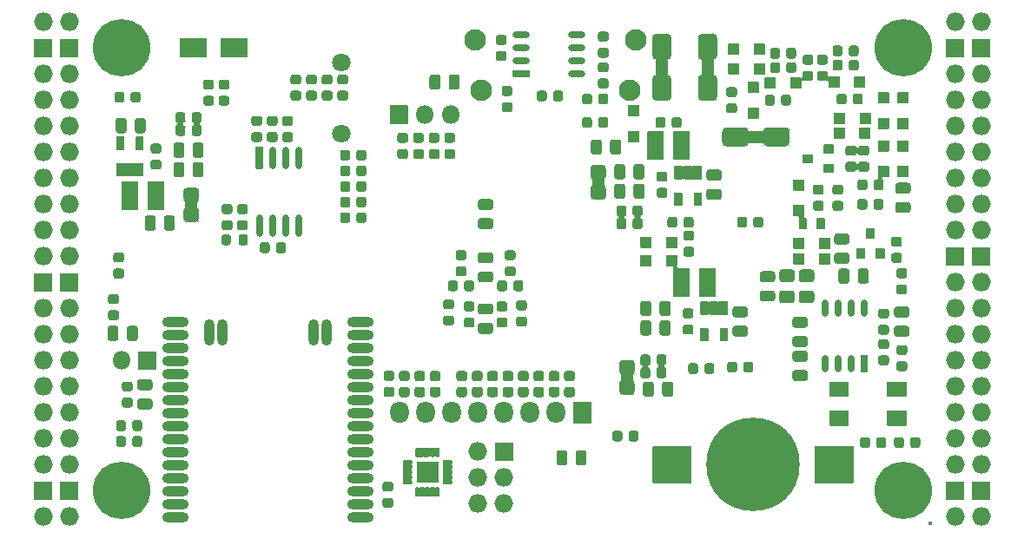
<source format=gbs>
G04 #@! TF.GenerationSoftware,KiCad,Pcbnew,5.1.9+dfsg1-1*
G04 #@! TF.CreationDate,2021-06-11T10:31:09+02:00*
G04 #@! TF.ProjectId,ulx3s,756c7833-732e-46b6-9963-61645f706362,v3.1.1*
G04 #@! TF.SameCoordinates,Original*
G04 #@! TF.FileFunction,Soldermask,Bot*
G04 #@! TF.FilePolarity,Negative*
%FSLAX46Y46*%
G04 Gerber Fmt 4.6, Leading zero omitted, Abs format (unit mm)*
G04 Created by KiCad (PCBNEW 5.1.9+dfsg1-1) date 2021-06-11 10:31:09*
%MOMM*%
%LPD*%
G01*
G04 APERTURE LIST*
%ADD10C,1.200000*%
%ADD11O,2.600000X1.000000*%
%ADD12O,1.000000X2.600000*%
%ADD13C,9.100000*%
%ADD14C,2.100000*%
%ADD15O,1.827200X2.132000*%
%ADD16C,1.800000*%
%ADD17O,0.700000X1.650000*%
%ADD18O,1.650000X0.700000*%
%ADD19O,0.700000X2.200000*%
%ADD20O,1.827200X1.827200*%
%ADD21C,5.600000*%
%ADD22C,0.400000*%
%ADD23O,1.800000X1.800000*%
%ADD24C,0.100000*%
G04 APERTURE END LIST*
D10*
X149472000Y-77311000D02*
X149472000Y-79311000D01*
X109809000Y-79532000D02*
X109809000Y-81532000D01*
X152281000Y-96361000D02*
X152281000Y-98361000D01*
X160155000Y-65100000D02*
X160155000Y-69100000D01*
X155680000Y-69100000D02*
X155680000Y-65100000D01*
X166854000Y-73900000D02*
X162854000Y-73900000D01*
X149472000Y-77311000D02*
X149472000Y-79311000D01*
X109809000Y-79532000D02*
X109809000Y-81532000D01*
X152281000Y-96361000D02*
X152281000Y-98361000D01*
X160155000Y-65100000D02*
X160155000Y-69100000D01*
X155680000Y-69100000D02*
X155680000Y-65100000D01*
X166854000Y-73900000D02*
X162854000Y-73900000D01*
D11*
X108300000Y-110975000D03*
X108300000Y-109705000D03*
X108300000Y-108435000D03*
X108300000Y-107165000D03*
X108300000Y-105895000D03*
X108300000Y-104625000D03*
X108300000Y-103355000D03*
X108300000Y-102085000D03*
X108300000Y-100815000D03*
X108300000Y-99545000D03*
X108300000Y-98275000D03*
X108300000Y-97005000D03*
X108300000Y-95735000D03*
X108300000Y-94465000D03*
X126300000Y-94465000D03*
X126300000Y-95735000D03*
X126300000Y-97005000D03*
X126300000Y-98275000D03*
X126300000Y-99545000D03*
X126300000Y-100815000D03*
X126300000Y-102085000D03*
X126300000Y-103355000D03*
X126300000Y-104625000D03*
X126300000Y-105895000D03*
X126300000Y-107165000D03*
X126300000Y-108435000D03*
X126300000Y-109705000D03*
X126300000Y-110975000D03*
X108300000Y-93195000D03*
X108300000Y-91925000D03*
X126300000Y-91925000D03*
X126300000Y-93195000D03*
D12*
X111585000Y-92965000D03*
X112855000Y-92965000D03*
X123015000Y-92965000D03*
X121745000Y-92965000D03*
G36*
G01*
X133885000Y-105600000D02*
X133885000Y-107600000D01*
G75*
G02*
X133835000Y-107650000I-50000J0D01*
G01*
X131835000Y-107650000D01*
G75*
G02*
X131785000Y-107600000I0J50000D01*
G01*
X131785000Y-105600000D01*
G75*
G02*
X131835000Y-105550000I50000J0D01*
G01*
X133835000Y-105550000D01*
G75*
G02*
X133885000Y-105600000I0J-50000D01*
G01*
G37*
G36*
G01*
X134010000Y-104287500D02*
X134010000Y-105037500D01*
G75*
G02*
X133922500Y-105125000I-87500J0D01*
G01*
X133747500Y-105125000D01*
G75*
G02*
X133660000Y-105037500I0J87500D01*
G01*
X133660000Y-104287500D01*
G75*
G02*
X133747500Y-104200000I87500J0D01*
G01*
X133922500Y-104200000D01*
G75*
G02*
X134010000Y-104287500I0J-87500D01*
G01*
G37*
G36*
G01*
X133510000Y-104287500D02*
X133510000Y-105037500D01*
G75*
G02*
X133422500Y-105125000I-87500J0D01*
G01*
X133247500Y-105125000D01*
G75*
G02*
X133160000Y-105037500I0J87500D01*
G01*
X133160000Y-104287500D01*
G75*
G02*
X133247500Y-104200000I87500J0D01*
G01*
X133422500Y-104200000D01*
G75*
G02*
X133510000Y-104287500I0J-87500D01*
G01*
G37*
G36*
G01*
X133010000Y-104287500D02*
X133010000Y-105037500D01*
G75*
G02*
X132922500Y-105125000I-87500J0D01*
G01*
X132747500Y-105125000D01*
G75*
G02*
X132660000Y-105037500I0J87500D01*
G01*
X132660000Y-104287500D01*
G75*
G02*
X132747500Y-104200000I87500J0D01*
G01*
X132922500Y-104200000D01*
G75*
G02*
X133010000Y-104287500I0J-87500D01*
G01*
G37*
G36*
G01*
X132510000Y-104287500D02*
X132510000Y-105037500D01*
G75*
G02*
X132422500Y-105125000I-87500J0D01*
G01*
X132247500Y-105125000D01*
G75*
G02*
X132160000Y-105037500I0J87500D01*
G01*
X132160000Y-104287500D01*
G75*
G02*
X132247500Y-104200000I87500J0D01*
G01*
X132422500Y-104200000D01*
G75*
G02*
X132510000Y-104287500I0J-87500D01*
G01*
G37*
G36*
G01*
X132010000Y-104287500D02*
X132010000Y-105037500D01*
G75*
G02*
X131922500Y-105125000I-87500J0D01*
G01*
X131747500Y-105125000D01*
G75*
G02*
X131660000Y-105037500I0J87500D01*
G01*
X131660000Y-104287500D01*
G75*
G02*
X131747500Y-104200000I87500J0D01*
G01*
X131922500Y-104200000D01*
G75*
G02*
X132010000Y-104287500I0J-87500D01*
G01*
G37*
G36*
G01*
X131360000Y-105512500D02*
X131360000Y-105687500D01*
G75*
G02*
X131272500Y-105775000I-87500J0D01*
G01*
X130522500Y-105775000D01*
G75*
G02*
X130435000Y-105687500I0J87500D01*
G01*
X130435000Y-105512500D01*
G75*
G02*
X130522500Y-105425000I87500J0D01*
G01*
X131272500Y-105425000D01*
G75*
G02*
X131360000Y-105512500I0J-87500D01*
G01*
G37*
G36*
G01*
X131360000Y-106012500D02*
X131360000Y-106187500D01*
G75*
G02*
X131272500Y-106275000I-87500J0D01*
G01*
X130522500Y-106275000D01*
G75*
G02*
X130435000Y-106187500I0J87500D01*
G01*
X130435000Y-106012500D01*
G75*
G02*
X130522500Y-105925000I87500J0D01*
G01*
X131272500Y-105925000D01*
G75*
G02*
X131360000Y-106012500I0J-87500D01*
G01*
G37*
G36*
G01*
X131360000Y-106512500D02*
X131360000Y-106687500D01*
G75*
G02*
X131272500Y-106775000I-87500J0D01*
G01*
X130522500Y-106775000D01*
G75*
G02*
X130435000Y-106687500I0J87500D01*
G01*
X130435000Y-106512500D01*
G75*
G02*
X130522500Y-106425000I87500J0D01*
G01*
X131272500Y-106425000D01*
G75*
G02*
X131360000Y-106512500I0J-87500D01*
G01*
G37*
G36*
G01*
X131360000Y-107012500D02*
X131360000Y-107187500D01*
G75*
G02*
X131272500Y-107275000I-87500J0D01*
G01*
X130522500Y-107275000D01*
G75*
G02*
X130435000Y-107187500I0J87500D01*
G01*
X130435000Y-107012500D01*
G75*
G02*
X130522500Y-106925000I87500J0D01*
G01*
X131272500Y-106925000D01*
G75*
G02*
X131360000Y-107012500I0J-87500D01*
G01*
G37*
G36*
G01*
X131360000Y-107512500D02*
X131360000Y-107687500D01*
G75*
G02*
X131272500Y-107775000I-87500J0D01*
G01*
X130522500Y-107775000D01*
G75*
G02*
X130435000Y-107687500I0J87500D01*
G01*
X130435000Y-107512500D01*
G75*
G02*
X130522500Y-107425000I87500J0D01*
G01*
X131272500Y-107425000D01*
G75*
G02*
X131360000Y-107512500I0J-87500D01*
G01*
G37*
G36*
G01*
X132010000Y-108162500D02*
X132010000Y-108912500D01*
G75*
G02*
X131922500Y-109000000I-87500J0D01*
G01*
X131747500Y-109000000D01*
G75*
G02*
X131660000Y-108912500I0J87500D01*
G01*
X131660000Y-108162500D01*
G75*
G02*
X131747500Y-108075000I87500J0D01*
G01*
X131922500Y-108075000D01*
G75*
G02*
X132010000Y-108162500I0J-87500D01*
G01*
G37*
G36*
G01*
X132510000Y-108162500D02*
X132510000Y-108912500D01*
G75*
G02*
X132422500Y-109000000I-87500J0D01*
G01*
X132247500Y-109000000D01*
G75*
G02*
X132160000Y-108912500I0J87500D01*
G01*
X132160000Y-108162500D01*
G75*
G02*
X132247500Y-108075000I87500J0D01*
G01*
X132422500Y-108075000D01*
G75*
G02*
X132510000Y-108162500I0J-87500D01*
G01*
G37*
G36*
G01*
X133010000Y-108162500D02*
X133010000Y-108912500D01*
G75*
G02*
X132922500Y-109000000I-87500J0D01*
G01*
X132747500Y-109000000D01*
G75*
G02*
X132660000Y-108912500I0J87500D01*
G01*
X132660000Y-108162500D01*
G75*
G02*
X132747500Y-108075000I87500J0D01*
G01*
X132922500Y-108075000D01*
G75*
G02*
X133010000Y-108162500I0J-87500D01*
G01*
G37*
G36*
G01*
X133510000Y-108162500D02*
X133510000Y-108912500D01*
G75*
G02*
X133422500Y-109000000I-87500J0D01*
G01*
X133247500Y-109000000D01*
G75*
G02*
X133160000Y-108912500I0J87500D01*
G01*
X133160000Y-108162500D01*
G75*
G02*
X133247500Y-108075000I87500J0D01*
G01*
X133422500Y-108075000D01*
G75*
G02*
X133510000Y-108162500I0J-87500D01*
G01*
G37*
G36*
G01*
X134010000Y-108162500D02*
X134010000Y-108912500D01*
G75*
G02*
X133922500Y-109000000I-87500J0D01*
G01*
X133747500Y-109000000D01*
G75*
G02*
X133660000Y-108912500I0J87500D01*
G01*
X133660000Y-108162500D01*
G75*
G02*
X133747500Y-108075000I87500J0D01*
G01*
X133922500Y-108075000D01*
G75*
G02*
X134010000Y-108162500I0J-87500D01*
G01*
G37*
G36*
G01*
X135235000Y-107512500D02*
X135235000Y-107687500D01*
G75*
G02*
X135147500Y-107775000I-87500J0D01*
G01*
X134397500Y-107775000D01*
G75*
G02*
X134310000Y-107687500I0J87500D01*
G01*
X134310000Y-107512500D01*
G75*
G02*
X134397500Y-107425000I87500J0D01*
G01*
X135147500Y-107425000D01*
G75*
G02*
X135235000Y-107512500I0J-87500D01*
G01*
G37*
G36*
G01*
X135235000Y-107012500D02*
X135235000Y-107187500D01*
G75*
G02*
X135147500Y-107275000I-87500J0D01*
G01*
X134397500Y-107275000D01*
G75*
G02*
X134310000Y-107187500I0J87500D01*
G01*
X134310000Y-107012500D01*
G75*
G02*
X134397500Y-106925000I87500J0D01*
G01*
X135147500Y-106925000D01*
G75*
G02*
X135235000Y-107012500I0J-87500D01*
G01*
G37*
G36*
G01*
X135235000Y-106512500D02*
X135235000Y-106687500D01*
G75*
G02*
X135147500Y-106775000I-87500J0D01*
G01*
X134397500Y-106775000D01*
G75*
G02*
X134310000Y-106687500I0J87500D01*
G01*
X134310000Y-106512500D01*
G75*
G02*
X134397500Y-106425000I87500J0D01*
G01*
X135147500Y-106425000D01*
G75*
G02*
X135235000Y-106512500I0J-87500D01*
G01*
G37*
G36*
G01*
X135235000Y-106012500D02*
X135235000Y-106187500D01*
G75*
G02*
X135147500Y-106275000I-87500J0D01*
G01*
X134397500Y-106275000D01*
G75*
G02*
X134310000Y-106187500I0J87500D01*
G01*
X134310000Y-106012500D01*
G75*
G02*
X134397500Y-105925000I87500J0D01*
G01*
X135147500Y-105925000D01*
G75*
G02*
X135235000Y-106012500I0J-87500D01*
G01*
G37*
G36*
G01*
X135235000Y-105512500D02*
X135235000Y-105687500D01*
G75*
G02*
X135147500Y-105775000I-87500J0D01*
G01*
X134397500Y-105775000D01*
G75*
G02*
X134310000Y-105687500I0J87500D01*
G01*
X134310000Y-105512500D01*
G75*
G02*
X134397500Y-105425000I87500J0D01*
G01*
X135147500Y-105425000D01*
G75*
G02*
X135235000Y-105512500I0J-87500D01*
G01*
G37*
G36*
G01*
X174385000Y-104120000D02*
X174385000Y-107620000D01*
G75*
G02*
X174335000Y-107670000I-50000J0D01*
G01*
X170635000Y-107670000D01*
G75*
G02*
X170585000Y-107620000I0J50000D01*
G01*
X170585000Y-104120000D01*
G75*
G02*
X170635000Y-104070000I50000J0D01*
G01*
X174335000Y-104070000D01*
G75*
G02*
X174385000Y-104120000I0J-50000D01*
G01*
G37*
G36*
G01*
X158585000Y-104120000D02*
X158585000Y-107620000D01*
G75*
G02*
X158535000Y-107670000I-50000J0D01*
G01*
X154835000Y-107670000D01*
G75*
G02*
X154785000Y-107620000I0J50000D01*
G01*
X154785000Y-104120000D01*
G75*
G02*
X154835000Y-104070000I50000J0D01*
G01*
X158535000Y-104070000D01*
G75*
G02*
X158585000Y-104120000I0J-50000D01*
G01*
G37*
D13*
X164585000Y-105870000D03*
G36*
G01*
X153430000Y-74400000D02*
X152430000Y-74400000D01*
G75*
G02*
X152380000Y-74350000I0J50000D01*
G01*
X152380000Y-73350000D01*
G75*
G02*
X152430000Y-73300000I50000J0D01*
G01*
X153430000Y-73300000D01*
G75*
G02*
X153480000Y-73350000I0J-50000D01*
G01*
X153480000Y-74350000D01*
G75*
G02*
X153430000Y-74400000I-50000J0D01*
G01*
G37*
G36*
G01*
X153430000Y-71900000D02*
X152430000Y-71900000D01*
G75*
G02*
X152380000Y-71850000I0J50000D01*
G01*
X152380000Y-70850000D01*
G75*
G02*
X152430000Y-70800000I50000J0D01*
G01*
X153430000Y-70800000D01*
G75*
G02*
X153480000Y-70850000I0J-50000D01*
G01*
X153480000Y-71850000D01*
G75*
G02*
X153430000Y-71900000I-50000J0D01*
G01*
G37*
D14*
X152546000Y-69312000D03*
X138046000Y-69312000D03*
X153146000Y-64412000D03*
X137446000Y-64412000D03*
D15*
X132680000Y-100790000D03*
X135220000Y-100790000D03*
X137760000Y-100790000D03*
X140265000Y-100790000D03*
X142840000Y-100790000D03*
X145380000Y-100790000D03*
G36*
G01*
X148833600Y-99774000D02*
X148833600Y-101806000D01*
G75*
G02*
X148783600Y-101856000I-50000J0D01*
G01*
X147056400Y-101856000D01*
G75*
G02*
X147006400Y-101806000I0J50000D01*
G01*
X147006400Y-99774000D01*
G75*
G02*
X147056400Y-99724000I50000J0D01*
G01*
X148783600Y-99724000D01*
G75*
G02*
X148833600Y-99774000I0J-50000D01*
G01*
G37*
X130140000Y-100790000D03*
G36*
G01*
X149070750Y-78581000D02*
X149873250Y-78581000D01*
G75*
G02*
X150222000Y-78929750I0J-348750D01*
G01*
X150222000Y-79627250D01*
G75*
G02*
X149873250Y-79976000I-348750J0D01*
G01*
X149070750Y-79976000D01*
G75*
G02*
X148722000Y-79627250I0J348750D01*
G01*
X148722000Y-78929750D01*
G75*
G02*
X149070750Y-78581000I348750J0D01*
G01*
G37*
G36*
G01*
X149070750Y-76646000D02*
X149873250Y-76646000D01*
G75*
G02*
X150222000Y-76994750I0J-348750D01*
G01*
X150222000Y-77692250D01*
G75*
G02*
X149873250Y-78041000I-348750J0D01*
G01*
X149070750Y-78041000D01*
G75*
G02*
X148722000Y-77692250I0J348750D01*
G01*
X148722000Y-76994750D01*
G75*
G02*
X149070750Y-76646000I348750J0D01*
G01*
G37*
G36*
G01*
X109407750Y-80802000D02*
X110210250Y-80802000D01*
G75*
G02*
X110559000Y-81150750I0J-348750D01*
G01*
X110559000Y-81848250D01*
G75*
G02*
X110210250Y-82197000I-348750J0D01*
G01*
X109407750Y-82197000D01*
G75*
G02*
X109059000Y-81848250I0J348750D01*
G01*
X109059000Y-81150750D01*
G75*
G02*
X109407750Y-80802000I348750J0D01*
G01*
G37*
G36*
G01*
X109407750Y-78867000D02*
X110210250Y-78867000D01*
G75*
G02*
X110559000Y-79215750I0J-348750D01*
G01*
X110559000Y-79913250D01*
G75*
G02*
X110210250Y-80262000I-348750J0D01*
G01*
X109407750Y-80262000D01*
G75*
G02*
X109059000Y-79913250I0J348750D01*
G01*
X109059000Y-79215750D01*
G75*
G02*
X109407750Y-78867000I348750J0D01*
G01*
G37*
G36*
G01*
X151879750Y-97631000D02*
X152682250Y-97631000D01*
G75*
G02*
X153031000Y-97979750I0J-348750D01*
G01*
X153031000Y-98677250D01*
G75*
G02*
X152682250Y-99026000I-348750J0D01*
G01*
X151879750Y-99026000D01*
G75*
G02*
X151531000Y-98677250I0J348750D01*
G01*
X151531000Y-97979750D01*
G75*
G02*
X151879750Y-97631000I348750J0D01*
G01*
G37*
G36*
G01*
X151879750Y-95696000D02*
X152682250Y-95696000D01*
G75*
G02*
X153031000Y-96044750I0J-348750D01*
G01*
X153031000Y-96742250D01*
G75*
G02*
X152682250Y-97091000I-348750J0D01*
G01*
X151879750Y-97091000D01*
G75*
G02*
X151531000Y-96742250I0J348750D01*
G01*
X151531000Y-96044750D01*
G75*
G02*
X151879750Y-95696000I348750J0D01*
G01*
G37*
G36*
G01*
X159680000Y-67800000D02*
X160630000Y-67800000D01*
G75*
G02*
X161105000Y-68275000I0J-475000D01*
G01*
X161105000Y-69925000D01*
G75*
G02*
X160630000Y-70400000I-475000J0D01*
G01*
X159680000Y-70400000D01*
G75*
G02*
X159205000Y-69925000I0J475000D01*
G01*
X159205000Y-68275000D01*
G75*
G02*
X159680000Y-67800000I475000J0D01*
G01*
G37*
G36*
G01*
X159680000Y-63800000D02*
X160630000Y-63800000D01*
G75*
G02*
X161105000Y-64275000I0J-475000D01*
G01*
X161105000Y-65925000D01*
G75*
G02*
X160630000Y-66400000I-475000J0D01*
G01*
X159680000Y-66400000D01*
G75*
G02*
X159205000Y-65925000I0J475000D01*
G01*
X159205000Y-64275000D01*
G75*
G02*
X159680000Y-63800000I475000J0D01*
G01*
G37*
G36*
G01*
X156155000Y-66400000D02*
X155205000Y-66400000D01*
G75*
G02*
X154730000Y-65925000I0J475000D01*
G01*
X154730000Y-64275000D01*
G75*
G02*
X155205000Y-63800000I475000J0D01*
G01*
X156155000Y-63800000D01*
G75*
G02*
X156630000Y-64275000I0J-475000D01*
G01*
X156630000Y-65925000D01*
G75*
G02*
X156155000Y-66400000I-475000J0D01*
G01*
G37*
G36*
G01*
X156155000Y-70400000D02*
X155205000Y-70400000D01*
G75*
G02*
X154730000Y-69925000I0J475000D01*
G01*
X154730000Y-68275000D01*
G75*
G02*
X155205000Y-67800000I475000J0D01*
G01*
X156155000Y-67800000D01*
G75*
G02*
X156630000Y-68275000I0J-475000D01*
G01*
X156630000Y-69925000D01*
G75*
G02*
X156155000Y-70400000I-475000J0D01*
G01*
G37*
G36*
G01*
X164154000Y-73425000D02*
X164154000Y-74375000D01*
G75*
G02*
X163679000Y-74850000I-475000J0D01*
G01*
X162029000Y-74850000D01*
G75*
G02*
X161554000Y-74375000I0J475000D01*
G01*
X161554000Y-73425000D01*
G75*
G02*
X162029000Y-72950000I475000J0D01*
G01*
X163679000Y-72950000D01*
G75*
G02*
X164154000Y-73425000I0J-475000D01*
G01*
G37*
G36*
G01*
X168154000Y-73425000D02*
X168154000Y-74375000D01*
G75*
G02*
X167679000Y-74850000I-475000J0D01*
G01*
X166029000Y-74850000D01*
G75*
G02*
X165554000Y-74375000I0J475000D01*
G01*
X165554000Y-73425000D01*
G75*
G02*
X166029000Y-72950000I475000J0D01*
G01*
X167679000Y-72950000D01*
G75*
G02*
X168154000Y-73425000I0J-475000D01*
G01*
G37*
G36*
G01*
X158400000Y-73405000D02*
X158400000Y-76105000D01*
G75*
G02*
X158350000Y-76155000I-50000J0D01*
G01*
X156850000Y-76155000D01*
G75*
G02*
X156800000Y-76105000I0J50000D01*
G01*
X156800000Y-73405000D01*
G75*
G02*
X156850000Y-73355000I50000J0D01*
G01*
X158350000Y-73355000D01*
G75*
G02*
X158400000Y-73405000I0J-50000D01*
G01*
G37*
G36*
G01*
X155860000Y-73405000D02*
X155860000Y-76105000D01*
G75*
G02*
X155810000Y-76155000I-50000J0D01*
G01*
X154310000Y-76155000D01*
G75*
G02*
X154260000Y-76105000I0J50000D01*
G01*
X154260000Y-73405000D01*
G75*
G02*
X154310000Y-73355000I50000J0D01*
G01*
X155810000Y-73355000D01*
G75*
G02*
X155860000Y-73405000I0J-50000D01*
G01*
G37*
G36*
G01*
X160940000Y-86740000D02*
X160940000Y-89440000D01*
G75*
G02*
X160890000Y-89490000I-50000J0D01*
G01*
X159390000Y-89490000D01*
G75*
G02*
X159340000Y-89440000I0J50000D01*
G01*
X159340000Y-86740000D01*
G75*
G02*
X159390000Y-86690000I50000J0D01*
G01*
X160890000Y-86690000D01*
G75*
G02*
X160940000Y-86740000I0J-50000D01*
G01*
G37*
G36*
G01*
X158400000Y-86740000D02*
X158400000Y-89440000D01*
G75*
G02*
X158350000Y-89490000I-50000J0D01*
G01*
X156850000Y-89490000D01*
G75*
G02*
X156800000Y-89440000I0J50000D01*
G01*
X156800000Y-86740000D01*
G75*
G02*
X156850000Y-86690000I50000J0D01*
G01*
X158350000Y-86690000D01*
G75*
G02*
X158400000Y-86740000I0J-50000D01*
G01*
G37*
G36*
G01*
X103025000Y-80975000D02*
X103025000Y-78275000D01*
G75*
G02*
X103075000Y-78225000I50000J0D01*
G01*
X104575000Y-78225000D01*
G75*
G02*
X104625000Y-78275000I0J-50000D01*
G01*
X104625000Y-80975000D01*
G75*
G02*
X104575000Y-81025000I-50000J0D01*
G01*
X103075000Y-81025000D01*
G75*
G02*
X103025000Y-80975000I0J50000D01*
G01*
G37*
G36*
G01*
X105565000Y-80975000D02*
X105565000Y-78275000D01*
G75*
G02*
X105615000Y-78225000I50000J0D01*
G01*
X107115000Y-78225000D01*
G75*
G02*
X107165000Y-78275000I0J-50000D01*
G01*
X107165000Y-80975000D01*
G75*
G02*
X107115000Y-81025000I-50000J0D01*
G01*
X105615000Y-81025000D01*
G75*
G02*
X105565000Y-80975000I0J50000D01*
G01*
G37*
G36*
G01*
X179526000Y-97822000D02*
X179526000Y-99222000D01*
G75*
G02*
X179476000Y-99272000I-50000J0D01*
G01*
X177676000Y-99272000D01*
G75*
G02*
X177626000Y-99222000I0J50000D01*
G01*
X177626000Y-97822000D01*
G75*
G02*
X177676000Y-97772000I50000J0D01*
G01*
X179476000Y-97772000D01*
G75*
G02*
X179526000Y-97822000I0J-50000D01*
G01*
G37*
G36*
G01*
X173926000Y-97822000D02*
X173926000Y-99222000D01*
G75*
G02*
X173876000Y-99272000I-50000J0D01*
G01*
X172076000Y-99272000D01*
G75*
G02*
X172026000Y-99222000I0J50000D01*
G01*
X172026000Y-97822000D01*
G75*
G02*
X172076000Y-97772000I50000J0D01*
G01*
X173876000Y-97772000D01*
G75*
G02*
X173926000Y-97822000I0J-50000D01*
G01*
G37*
G36*
G01*
X173926000Y-100622000D02*
X173926000Y-102022000D01*
G75*
G02*
X173876000Y-102072000I-50000J0D01*
G01*
X172076000Y-102072000D01*
G75*
G02*
X172026000Y-102022000I0J50000D01*
G01*
X172026000Y-100622000D01*
G75*
G02*
X172076000Y-100572000I50000J0D01*
G01*
X173876000Y-100572000D01*
G75*
G02*
X173926000Y-100622000I0J-50000D01*
G01*
G37*
G36*
G01*
X179526000Y-100622000D02*
X179526000Y-102022000D01*
G75*
G02*
X179476000Y-102072000I-50000J0D01*
G01*
X177676000Y-102072000D01*
G75*
G02*
X177626000Y-102022000I0J50000D01*
G01*
X177626000Y-100622000D01*
G75*
G02*
X177676000Y-100572000I50000J0D01*
G01*
X179476000Y-100572000D01*
G75*
G02*
X179526000Y-100622000I0J-50000D01*
G01*
G37*
D16*
X124468000Y-66600000D03*
X124468000Y-73600000D03*
G36*
G01*
X104303500Y-73266250D02*
X104303500Y-72303750D01*
G75*
G02*
X104572250Y-72035000I268750J0D01*
G01*
X105109750Y-72035000D01*
G75*
G02*
X105378500Y-72303750I0J-268750D01*
G01*
X105378500Y-73266250D01*
G75*
G02*
X105109750Y-73535000I-268750J0D01*
G01*
X104572250Y-73535000D01*
G75*
G02*
X104303500Y-73266250I0J268750D01*
G01*
G37*
G36*
G01*
X102428500Y-73266250D02*
X102428500Y-72303750D01*
G75*
G02*
X102697250Y-72035000I268750J0D01*
G01*
X103234750Y-72035000D01*
G75*
G02*
X103503500Y-72303750I0J-268750D01*
G01*
X103503500Y-73266250D01*
G75*
G02*
X103234750Y-73535000I-268750J0D01*
G01*
X102697250Y-73535000D01*
G75*
G02*
X102428500Y-73266250I0J268750D01*
G01*
G37*
G36*
G01*
X128698750Y-109100000D02*
X129261250Y-109100000D01*
G75*
G02*
X129505000Y-109343750I0J-243750D01*
G01*
X129505000Y-109831250D01*
G75*
G02*
X129261250Y-110075000I-243750J0D01*
G01*
X128698750Y-110075000D01*
G75*
G02*
X128455000Y-109831250I0J243750D01*
G01*
X128455000Y-109343750D01*
G75*
G02*
X128698750Y-109100000I243750J0D01*
G01*
G37*
G36*
G01*
X128698750Y-107525000D02*
X129261250Y-107525000D01*
G75*
G02*
X129505000Y-107768750I0J-243750D01*
G01*
X129505000Y-108256250D01*
G75*
G02*
X129261250Y-108500000I-243750J0D01*
G01*
X128698750Y-108500000D01*
G75*
G02*
X128455000Y-108256250I0J243750D01*
G01*
X128455000Y-107768750D01*
G75*
G02*
X128698750Y-107525000I243750J0D01*
G01*
G37*
G36*
G01*
X130861250Y-97700000D02*
X130298750Y-97700000D01*
G75*
G02*
X130055000Y-97456250I0J243750D01*
G01*
X130055000Y-96968750D01*
G75*
G02*
X130298750Y-96725000I243750J0D01*
G01*
X130861250Y-96725000D01*
G75*
G02*
X131105000Y-96968750I0J-243750D01*
G01*
X131105000Y-97456250D01*
G75*
G02*
X130861250Y-97700000I-243750J0D01*
G01*
G37*
G36*
G01*
X130861250Y-99275000D02*
X130298750Y-99275000D01*
G75*
G02*
X130055000Y-99031250I0J243750D01*
G01*
X130055000Y-98543750D01*
G75*
G02*
X130298750Y-98300000I243750J0D01*
G01*
X130861250Y-98300000D01*
G75*
G02*
X131105000Y-98543750I0J-243750D01*
G01*
X131105000Y-99031250D01*
G75*
G02*
X130861250Y-99275000I-243750J0D01*
G01*
G37*
G36*
G01*
X129361250Y-97687500D02*
X128798750Y-97687500D01*
G75*
G02*
X128555000Y-97443750I0J243750D01*
G01*
X128555000Y-96956250D01*
G75*
G02*
X128798750Y-96712500I243750J0D01*
G01*
X129361250Y-96712500D01*
G75*
G02*
X129605000Y-96956250I0J-243750D01*
G01*
X129605000Y-97443750D01*
G75*
G02*
X129361250Y-97687500I-243750J0D01*
G01*
G37*
G36*
G01*
X129361250Y-99262500D02*
X128798750Y-99262500D01*
G75*
G02*
X128555000Y-99018750I0J243750D01*
G01*
X128555000Y-98531250D01*
G75*
G02*
X128798750Y-98287500I243750J0D01*
G01*
X129361250Y-98287500D01*
G75*
G02*
X129605000Y-98531250I0J-243750D01*
G01*
X129605000Y-99018750D01*
G75*
G02*
X129361250Y-99262500I-243750J0D01*
G01*
G37*
G36*
G01*
X118067500Y-84981250D02*
X118067500Y-84418750D01*
G75*
G02*
X118311250Y-84175000I243750J0D01*
G01*
X118798750Y-84175000D01*
G75*
G02*
X119042500Y-84418750I0J-243750D01*
G01*
X119042500Y-84981250D01*
G75*
G02*
X118798750Y-85225000I-243750J0D01*
G01*
X118311250Y-85225000D01*
G75*
G02*
X118067500Y-84981250I0J243750D01*
G01*
G37*
G36*
G01*
X116492500Y-84981250D02*
X116492500Y-84418750D01*
G75*
G02*
X116736250Y-84175000I243750J0D01*
G01*
X117223750Y-84175000D01*
G75*
G02*
X117467500Y-84418750I0J-243750D01*
G01*
X117467500Y-84981250D01*
G75*
G02*
X117223750Y-85225000I-243750J0D01*
G01*
X116736250Y-85225000D01*
G75*
G02*
X116492500Y-84981250I0J243750D01*
G01*
G37*
G36*
G01*
X167806000Y-66019250D02*
X167806000Y-65456750D01*
G75*
G02*
X168049750Y-65213000I243750J0D01*
G01*
X168537250Y-65213000D01*
G75*
G02*
X168781000Y-65456750I0J-243750D01*
G01*
X168781000Y-66019250D01*
G75*
G02*
X168537250Y-66263000I-243750J0D01*
G01*
X168049750Y-66263000D01*
G75*
G02*
X167806000Y-66019250I0J243750D01*
G01*
G37*
G36*
G01*
X166231000Y-66019250D02*
X166231000Y-65456750D01*
G75*
G02*
X166474750Y-65213000I243750J0D01*
G01*
X166962250Y-65213000D01*
G75*
G02*
X167206000Y-65456750I0J-243750D01*
G01*
X167206000Y-66019250D01*
G75*
G02*
X166962250Y-66263000I-243750J0D01*
G01*
X166474750Y-66263000D01*
G75*
G02*
X166231000Y-66019250I0J243750D01*
G01*
G37*
G36*
G01*
X104052000Y-103881250D02*
X104052000Y-103318750D01*
G75*
G02*
X104295750Y-103075000I243750J0D01*
G01*
X104783250Y-103075000D01*
G75*
G02*
X105027000Y-103318750I0J-243750D01*
G01*
X105027000Y-103881250D01*
G75*
G02*
X104783250Y-104125000I-243750J0D01*
G01*
X104295750Y-104125000D01*
G75*
G02*
X104052000Y-103881250I0J243750D01*
G01*
G37*
G36*
G01*
X102477000Y-103881250D02*
X102477000Y-103318750D01*
G75*
G02*
X102720750Y-103075000I243750J0D01*
G01*
X103208250Y-103075000D01*
G75*
G02*
X103452000Y-103318750I0J-243750D01*
G01*
X103452000Y-103881250D01*
G75*
G02*
X103208250Y-104125000I-243750J0D01*
G01*
X102720750Y-104125000D01*
G75*
G02*
X102477000Y-103881250I0J243750D01*
G01*
G37*
G36*
G01*
X103452000Y-101778750D02*
X103452000Y-102341250D01*
G75*
G02*
X103208250Y-102585000I-243750J0D01*
G01*
X102720750Y-102585000D01*
G75*
G02*
X102477000Y-102341250I0J243750D01*
G01*
X102477000Y-101778750D01*
G75*
G02*
X102720750Y-101535000I243750J0D01*
G01*
X103208250Y-101535000D01*
G75*
G02*
X103452000Y-101778750I0J-243750D01*
G01*
G37*
G36*
G01*
X105027000Y-101778750D02*
X105027000Y-102341250D01*
G75*
G02*
X104783250Y-102585000I-243750J0D01*
G01*
X104295750Y-102585000D01*
G75*
G02*
X104052000Y-102341250I0J243750D01*
G01*
X104052000Y-101778750D01*
G75*
G02*
X104295750Y-101535000I243750J0D01*
G01*
X104783250Y-101535000D01*
G75*
G02*
X105027000Y-101778750I0J-243750D01*
G01*
G37*
G36*
G01*
X105757250Y-98612000D02*
X104794750Y-98612000D01*
G75*
G02*
X104526000Y-98343250I0J268750D01*
G01*
X104526000Y-97805750D01*
G75*
G02*
X104794750Y-97537000I268750J0D01*
G01*
X105757250Y-97537000D01*
G75*
G02*
X106026000Y-97805750I0J-268750D01*
G01*
X106026000Y-98343250D01*
G75*
G02*
X105757250Y-98612000I-268750J0D01*
G01*
G37*
G36*
G01*
X105757250Y-100487000D02*
X104794750Y-100487000D01*
G75*
G02*
X104526000Y-100218250I0J268750D01*
G01*
X104526000Y-99680750D01*
G75*
G02*
X104794750Y-99412000I268750J0D01*
G01*
X105757250Y-99412000D01*
G75*
G02*
X106026000Y-99680750I0J-268750D01*
G01*
X106026000Y-100218250D01*
G75*
G02*
X105757250Y-100487000I-268750J0D01*
G01*
G37*
G36*
G01*
X103857750Y-98730000D02*
X103295250Y-98730000D01*
G75*
G02*
X103051500Y-98486250I0J243750D01*
G01*
X103051500Y-97998750D01*
G75*
G02*
X103295250Y-97755000I243750J0D01*
G01*
X103857750Y-97755000D01*
G75*
G02*
X104101500Y-97998750I0J-243750D01*
G01*
X104101500Y-98486250D01*
G75*
G02*
X103857750Y-98730000I-243750J0D01*
G01*
G37*
G36*
G01*
X103857750Y-100305000D02*
X103295250Y-100305000D01*
G75*
G02*
X103051500Y-100061250I0J243750D01*
G01*
X103051500Y-99573750D01*
G75*
G02*
X103295250Y-99330000I243750J0D01*
G01*
X103857750Y-99330000D01*
G75*
G02*
X104101500Y-99573750I0J-243750D01*
G01*
X104101500Y-100061250D01*
G75*
G02*
X103857750Y-100305000I-243750J0D01*
G01*
G37*
G36*
G01*
X103517000Y-93542250D02*
X103517000Y-92579750D01*
G75*
G02*
X103785750Y-92311000I268750J0D01*
G01*
X104323250Y-92311000D01*
G75*
G02*
X104592000Y-92579750I0J-268750D01*
G01*
X104592000Y-93542250D01*
G75*
G02*
X104323250Y-93811000I-268750J0D01*
G01*
X103785750Y-93811000D01*
G75*
G02*
X103517000Y-93542250I0J268750D01*
G01*
G37*
G36*
G01*
X101642000Y-93542250D02*
X101642000Y-92579750D01*
G75*
G02*
X101910750Y-92311000I268750J0D01*
G01*
X102448250Y-92311000D01*
G75*
G02*
X102717000Y-92579750I0J-268750D01*
G01*
X102717000Y-93542250D01*
G75*
G02*
X102448250Y-93811000I-268750J0D01*
G01*
X101910750Y-93811000D01*
G75*
G02*
X101642000Y-93542250I0J268750D01*
G01*
G37*
G36*
G01*
X102454750Y-86739000D02*
X103017250Y-86739000D01*
G75*
G02*
X103261000Y-86982750I0J-243750D01*
G01*
X103261000Y-87470250D01*
G75*
G02*
X103017250Y-87714000I-243750J0D01*
G01*
X102454750Y-87714000D01*
G75*
G02*
X102211000Y-87470250I0J243750D01*
G01*
X102211000Y-86982750D01*
G75*
G02*
X102454750Y-86739000I243750J0D01*
G01*
G37*
G36*
G01*
X102454750Y-85164000D02*
X103017250Y-85164000D01*
G75*
G02*
X103261000Y-85407750I0J-243750D01*
G01*
X103261000Y-85895250D01*
G75*
G02*
X103017250Y-86139000I-243750J0D01*
G01*
X102454750Y-86139000D01*
G75*
G02*
X102211000Y-85895250I0J243750D01*
G01*
X102211000Y-85407750D01*
G75*
G02*
X102454750Y-85164000I243750J0D01*
G01*
G37*
G36*
G01*
X106346000Y-81810750D02*
X106346000Y-82773250D01*
G75*
G02*
X106077250Y-83042000I-268750J0D01*
G01*
X105539750Y-83042000D01*
G75*
G02*
X105271000Y-82773250I0J268750D01*
G01*
X105271000Y-81810750D01*
G75*
G02*
X105539750Y-81542000I268750J0D01*
G01*
X106077250Y-81542000D01*
G75*
G02*
X106346000Y-81810750I0J-268750D01*
G01*
G37*
G36*
G01*
X108221000Y-81810750D02*
X108221000Y-82773250D01*
G75*
G02*
X107952250Y-83042000I-268750J0D01*
G01*
X107414750Y-83042000D01*
G75*
G02*
X107146000Y-82773250I0J268750D01*
G01*
X107146000Y-81810750D01*
G75*
G02*
X107414750Y-81542000I268750J0D01*
G01*
X107952250Y-81542000D01*
G75*
G02*
X108221000Y-81810750I0J-268750D01*
G01*
G37*
G36*
G01*
X106646250Y-75515000D02*
X106083750Y-75515000D01*
G75*
G02*
X105840000Y-75271250I0J243750D01*
G01*
X105840000Y-74783750D01*
G75*
G02*
X106083750Y-74540000I243750J0D01*
G01*
X106646250Y-74540000D01*
G75*
G02*
X106890000Y-74783750I0J-243750D01*
G01*
X106890000Y-75271250D01*
G75*
G02*
X106646250Y-75515000I-243750J0D01*
G01*
G37*
G36*
G01*
X106646250Y-77090000D02*
X106083750Y-77090000D01*
G75*
G02*
X105840000Y-76846250I0J243750D01*
G01*
X105840000Y-76358750D01*
G75*
G02*
X106083750Y-76115000I243750J0D01*
G01*
X106646250Y-76115000D01*
G75*
G02*
X106890000Y-76358750I0J-243750D01*
G01*
X106890000Y-76846250D01*
G75*
G02*
X106646250Y-77090000I-243750J0D01*
G01*
G37*
G36*
G01*
X109140000Y-76603750D02*
X109140000Y-77566250D01*
G75*
G02*
X108871250Y-77835000I-268750J0D01*
G01*
X108333750Y-77835000D01*
G75*
G02*
X108065000Y-77566250I0J268750D01*
G01*
X108065000Y-76603750D01*
G75*
G02*
X108333750Y-76335000I268750J0D01*
G01*
X108871250Y-76335000D01*
G75*
G02*
X109140000Y-76603750I0J-268750D01*
G01*
G37*
G36*
G01*
X111015000Y-76603750D02*
X111015000Y-77566250D01*
G75*
G02*
X110746250Y-77835000I-268750J0D01*
G01*
X110208750Y-77835000D01*
G75*
G02*
X109940000Y-77566250I0J268750D01*
G01*
X109940000Y-76603750D01*
G75*
G02*
X110208750Y-76335000I268750J0D01*
G01*
X110746250Y-76335000D01*
G75*
G02*
X111015000Y-76603750I0J-268750D01*
G01*
G37*
G36*
G01*
X109140000Y-74698750D02*
X109140000Y-75661250D01*
G75*
G02*
X108871250Y-75930000I-268750J0D01*
G01*
X108333750Y-75930000D01*
G75*
G02*
X108065000Y-75661250I0J268750D01*
G01*
X108065000Y-74698750D01*
G75*
G02*
X108333750Y-74430000I268750J0D01*
G01*
X108871250Y-74430000D01*
G75*
G02*
X109140000Y-74698750I0J-268750D01*
G01*
G37*
G36*
G01*
X111015000Y-74698750D02*
X111015000Y-75661250D01*
G75*
G02*
X110746250Y-75930000I-268750J0D01*
G01*
X110208750Y-75930000D01*
G75*
G02*
X109940000Y-75661250I0J268750D01*
G01*
X109940000Y-74698750D01*
G75*
G02*
X110208750Y-74430000I268750J0D01*
G01*
X110746250Y-74430000D01*
G75*
G02*
X111015000Y-74698750I0J-268750D01*
G01*
G37*
G36*
G01*
X109240000Y-72993750D02*
X109240000Y-73556250D01*
G75*
G02*
X108996250Y-73800000I-243750J0D01*
G01*
X108508750Y-73800000D01*
G75*
G02*
X108265000Y-73556250I0J243750D01*
G01*
X108265000Y-72993750D01*
G75*
G02*
X108508750Y-72750000I243750J0D01*
G01*
X108996250Y-72750000D01*
G75*
G02*
X109240000Y-72993750I0J-243750D01*
G01*
G37*
G36*
G01*
X110815000Y-72993750D02*
X110815000Y-73556250D01*
G75*
G02*
X110571250Y-73800000I-243750J0D01*
G01*
X110083750Y-73800000D01*
G75*
G02*
X109840000Y-73556250I0J243750D01*
G01*
X109840000Y-72993750D01*
G75*
G02*
X110083750Y-72750000I243750J0D01*
G01*
X110571250Y-72750000D01*
G75*
G02*
X110815000Y-72993750I0J-243750D01*
G01*
G37*
G36*
G01*
X109240000Y-71723750D02*
X109240000Y-72286250D01*
G75*
G02*
X108996250Y-72530000I-243750J0D01*
G01*
X108508750Y-72530000D01*
G75*
G02*
X108265000Y-72286250I0J243750D01*
G01*
X108265000Y-71723750D01*
G75*
G02*
X108508750Y-71480000I243750J0D01*
G01*
X108996250Y-71480000D01*
G75*
G02*
X109240000Y-71723750I0J-243750D01*
G01*
G37*
G36*
G01*
X110815000Y-71723750D02*
X110815000Y-72286250D01*
G75*
G02*
X110571250Y-72530000I-243750J0D01*
G01*
X110083750Y-72530000D01*
G75*
G02*
X109840000Y-72286250I0J243750D01*
G01*
X109840000Y-71723750D01*
G75*
G02*
X110083750Y-71480000I243750J0D01*
G01*
X110571250Y-71480000D01*
G75*
G02*
X110815000Y-71723750I0J-243750D01*
G01*
G37*
G36*
G01*
X113581250Y-81420000D02*
X113018750Y-81420000D01*
G75*
G02*
X112775000Y-81176250I0J243750D01*
G01*
X112775000Y-80688750D01*
G75*
G02*
X113018750Y-80445000I243750J0D01*
G01*
X113581250Y-80445000D01*
G75*
G02*
X113825000Y-80688750I0J-243750D01*
G01*
X113825000Y-81176250D01*
G75*
G02*
X113581250Y-81420000I-243750J0D01*
G01*
G37*
G36*
G01*
X113581250Y-82995000D02*
X113018750Y-82995000D01*
G75*
G02*
X112775000Y-82751250I0J243750D01*
G01*
X112775000Y-82263750D01*
G75*
G02*
X113018750Y-82020000I243750J0D01*
G01*
X113581250Y-82020000D01*
G75*
G02*
X113825000Y-82263750I0J-243750D01*
G01*
X113825000Y-82751250D01*
G75*
G02*
X113581250Y-82995000I-243750J0D01*
G01*
G37*
G36*
G01*
X115081250Y-81420000D02*
X114518750Y-81420000D01*
G75*
G02*
X114275000Y-81176250I0J243750D01*
G01*
X114275000Y-80688750D01*
G75*
G02*
X114518750Y-80445000I243750J0D01*
G01*
X115081250Y-80445000D01*
G75*
G02*
X115325000Y-80688750I0J-243750D01*
G01*
X115325000Y-81176250D01*
G75*
G02*
X115081250Y-81420000I-243750J0D01*
G01*
G37*
G36*
G01*
X115081250Y-82995000D02*
X114518750Y-82995000D01*
G75*
G02*
X114275000Y-82751250I0J243750D01*
G01*
X114275000Y-82263750D01*
G75*
G02*
X114518750Y-82020000I243750J0D01*
G01*
X115081250Y-82020000D01*
G75*
G02*
X115325000Y-82263750I0J-243750D01*
G01*
X115325000Y-82751250D01*
G75*
G02*
X115081250Y-82995000I-243750J0D01*
G01*
G37*
G36*
G01*
X102509250Y-90203000D02*
X101946750Y-90203000D01*
G75*
G02*
X101703000Y-89959250I0J243750D01*
G01*
X101703000Y-89471750D01*
G75*
G02*
X101946750Y-89228000I243750J0D01*
G01*
X102509250Y-89228000D01*
G75*
G02*
X102753000Y-89471750I0J-243750D01*
G01*
X102753000Y-89959250D01*
G75*
G02*
X102509250Y-90203000I-243750J0D01*
G01*
G37*
G36*
G01*
X102509250Y-91778000D02*
X101946750Y-91778000D01*
G75*
G02*
X101703000Y-91534250I0J243750D01*
G01*
X101703000Y-91046750D01*
G75*
G02*
X101946750Y-90803000I243750J0D01*
G01*
X102509250Y-90803000D01*
G75*
G02*
X102753000Y-91046750I0J-243750D01*
G01*
X102753000Y-91534250D01*
G75*
G02*
X102509250Y-91778000I-243750J0D01*
G01*
G37*
G36*
G01*
X115918750Y-73420000D02*
X116481250Y-73420000D01*
G75*
G02*
X116725000Y-73663750I0J-243750D01*
G01*
X116725000Y-74151250D01*
G75*
G02*
X116481250Y-74395000I-243750J0D01*
G01*
X115918750Y-74395000D01*
G75*
G02*
X115675000Y-74151250I0J243750D01*
G01*
X115675000Y-73663750D01*
G75*
G02*
X115918750Y-73420000I243750J0D01*
G01*
G37*
G36*
G01*
X115918750Y-71845000D02*
X116481250Y-71845000D01*
G75*
G02*
X116725000Y-72088750I0J-243750D01*
G01*
X116725000Y-72576250D01*
G75*
G02*
X116481250Y-72820000I-243750J0D01*
G01*
X115918750Y-72820000D01*
G75*
G02*
X115675000Y-72576250I0J243750D01*
G01*
X115675000Y-72088750D01*
G75*
G02*
X115918750Y-71845000I243750J0D01*
G01*
G37*
G36*
G01*
X117413750Y-73418000D02*
X117976250Y-73418000D01*
G75*
G02*
X118220000Y-73661750I0J-243750D01*
G01*
X118220000Y-74149250D01*
G75*
G02*
X117976250Y-74393000I-243750J0D01*
G01*
X117413750Y-74393000D01*
G75*
G02*
X117170000Y-74149250I0J243750D01*
G01*
X117170000Y-73661750D01*
G75*
G02*
X117413750Y-73418000I243750J0D01*
G01*
G37*
G36*
G01*
X117413750Y-71843000D02*
X117976250Y-71843000D01*
G75*
G02*
X118220000Y-72086750I0J-243750D01*
G01*
X118220000Y-72574250D01*
G75*
G02*
X117976250Y-72818000I-243750J0D01*
G01*
X117413750Y-72818000D01*
G75*
G02*
X117170000Y-72574250I0J243750D01*
G01*
X117170000Y-72086750D01*
G75*
G02*
X117413750Y-71843000I243750J0D01*
G01*
G37*
G36*
G01*
X118918750Y-73420000D02*
X119481250Y-73420000D01*
G75*
G02*
X119725000Y-73663750I0J-243750D01*
G01*
X119725000Y-74151250D01*
G75*
G02*
X119481250Y-74395000I-243750J0D01*
G01*
X118918750Y-74395000D01*
G75*
G02*
X118675000Y-74151250I0J243750D01*
G01*
X118675000Y-73663750D01*
G75*
G02*
X118918750Y-73420000I243750J0D01*
G01*
G37*
G36*
G01*
X118918750Y-71845000D02*
X119481250Y-71845000D01*
G75*
G02*
X119725000Y-72088750I0J-243750D01*
G01*
X119725000Y-72576250D01*
G75*
G02*
X119481250Y-72820000I-243750J0D01*
G01*
X118918750Y-72820000D01*
G75*
G02*
X118675000Y-72576250I0J243750D01*
G01*
X118675000Y-72088750D01*
G75*
G02*
X118918750Y-71845000I243750J0D01*
G01*
G37*
G36*
G01*
X125296000Y-75388750D02*
X125296000Y-75951250D01*
G75*
G02*
X125052250Y-76195000I-243750J0D01*
G01*
X124564750Y-76195000D01*
G75*
G02*
X124321000Y-75951250I0J243750D01*
G01*
X124321000Y-75388750D01*
G75*
G02*
X124564750Y-75145000I243750J0D01*
G01*
X125052250Y-75145000D01*
G75*
G02*
X125296000Y-75388750I0J-243750D01*
G01*
G37*
G36*
G01*
X126871000Y-75388750D02*
X126871000Y-75951250D01*
G75*
G02*
X126627250Y-76195000I-243750J0D01*
G01*
X126139750Y-76195000D01*
G75*
G02*
X125896000Y-75951250I0J243750D01*
G01*
X125896000Y-75388750D01*
G75*
G02*
X126139750Y-75145000I243750J0D01*
G01*
X126627250Y-75145000D01*
G75*
G02*
X126871000Y-75388750I0J-243750D01*
G01*
G37*
G36*
G01*
X125296000Y-76930750D02*
X125296000Y-77493250D01*
G75*
G02*
X125052250Y-77737000I-243750J0D01*
G01*
X124564750Y-77737000D01*
G75*
G02*
X124321000Y-77493250I0J243750D01*
G01*
X124321000Y-76930750D01*
G75*
G02*
X124564750Y-76687000I243750J0D01*
G01*
X125052250Y-76687000D01*
G75*
G02*
X125296000Y-76930750I0J-243750D01*
G01*
G37*
G36*
G01*
X126871000Y-76930750D02*
X126871000Y-77493250D01*
G75*
G02*
X126627250Y-77737000I-243750J0D01*
G01*
X126139750Y-77737000D01*
G75*
G02*
X125896000Y-77493250I0J243750D01*
G01*
X125896000Y-76930750D01*
G75*
G02*
X126139750Y-76687000I243750J0D01*
G01*
X126627250Y-76687000D01*
G75*
G02*
X126871000Y-76930750I0J-243750D01*
G01*
G37*
G36*
G01*
X125296000Y-78454750D02*
X125296000Y-79017250D01*
G75*
G02*
X125052250Y-79261000I-243750J0D01*
G01*
X124564750Y-79261000D01*
G75*
G02*
X124321000Y-79017250I0J243750D01*
G01*
X124321000Y-78454750D01*
G75*
G02*
X124564750Y-78211000I243750J0D01*
G01*
X125052250Y-78211000D01*
G75*
G02*
X125296000Y-78454750I0J-243750D01*
G01*
G37*
G36*
G01*
X126871000Y-78454750D02*
X126871000Y-79017250D01*
G75*
G02*
X126627250Y-79261000I-243750J0D01*
G01*
X126139750Y-79261000D01*
G75*
G02*
X125896000Y-79017250I0J243750D01*
G01*
X125896000Y-78454750D01*
G75*
G02*
X126139750Y-78211000I243750J0D01*
G01*
X126627250Y-78211000D01*
G75*
G02*
X126871000Y-78454750I0J-243750D01*
G01*
G37*
G36*
G01*
X125296000Y-79978750D02*
X125296000Y-80541250D01*
G75*
G02*
X125052250Y-80785000I-243750J0D01*
G01*
X124564750Y-80785000D01*
G75*
G02*
X124321000Y-80541250I0J243750D01*
G01*
X124321000Y-79978750D01*
G75*
G02*
X124564750Y-79735000I243750J0D01*
G01*
X125052250Y-79735000D01*
G75*
G02*
X125296000Y-79978750I0J-243750D01*
G01*
G37*
G36*
G01*
X126871000Y-79978750D02*
X126871000Y-80541250D01*
G75*
G02*
X126627250Y-80785000I-243750J0D01*
G01*
X126139750Y-80785000D01*
G75*
G02*
X125896000Y-80541250I0J243750D01*
G01*
X125896000Y-79978750D01*
G75*
G02*
X126139750Y-79735000I243750J0D01*
G01*
X126627250Y-79735000D01*
G75*
G02*
X126871000Y-79978750I0J-243750D01*
G01*
G37*
G36*
G01*
X103900000Y-70301250D02*
X103900000Y-69738750D01*
G75*
G02*
X104143750Y-69495000I243750J0D01*
G01*
X104631250Y-69495000D01*
G75*
G02*
X104875000Y-69738750I0J-243750D01*
G01*
X104875000Y-70301250D01*
G75*
G02*
X104631250Y-70545000I-243750J0D01*
G01*
X104143750Y-70545000D01*
G75*
G02*
X103900000Y-70301250I0J243750D01*
G01*
G37*
G36*
G01*
X102325000Y-70301250D02*
X102325000Y-69738750D01*
G75*
G02*
X102568750Y-69495000I243750J0D01*
G01*
X103056250Y-69495000D01*
G75*
G02*
X103300000Y-69738750I0J-243750D01*
G01*
X103300000Y-70301250D01*
G75*
G02*
X103056250Y-70545000I-243750J0D01*
G01*
X102568750Y-70545000D01*
G75*
G02*
X102325000Y-70301250I0J243750D01*
G01*
G37*
G36*
G01*
X111781250Y-69285000D02*
X111218750Y-69285000D01*
G75*
G02*
X110975000Y-69041250I0J243750D01*
G01*
X110975000Y-68553750D01*
G75*
G02*
X111218750Y-68310000I243750J0D01*
G01*
X111781250Y-68310000D01*
G75*
G02*
X112025000Y-68553750I0J-243750D01*
G01*
X112025000Y-69041250D01*
G75*
G02*
X111781250Y-69285000I-243750J0D01*
G01*
G37*
G36*
G01*
X111781250Y-70860000D02*
X111218750Y-70860000D01*
G75*
G02*
X110975000Y-70616250I0J243750D01*
G01*
X110975000Y-70128750D01*
G75*
G02*
X111218750Y-69885000I243750J0D01*
G01*
X111781250Y-69885000D01*
G75*
G02*
X112025000Y-70128750I0J-243750D01*
G01*
X112025000Y-70616250D01*
G75*
G02*
X111781250Y-70860000I-243750J0D01*
G01*
G37*
G36*
G01*
X113281250Y-69285000D02*
X112718750Y-69285000D01*
G75*
G02*
X112475000Y-69041250I0J243750D01*
G01*
X112475000Y-68553750D01*
G75*
G02*
X112718750Y-68310000I243750J0D01*
G01*
X113281250Y-68310000D01*
G75*
G02*
X113525000Y-68553750I0J-243750D01*
G01*
X113525000Y-69041250D01*
G75*
G02*
X113281250Y-69285000I-243750J0D01*
G01*
G37*
G36*
G01*
X113281250Y-70860000D02*
X112718750Y-70860000D01*
G75*
G02*
X112475000Y-70616250I0J243750D01*
G01*
X112475000Y-70128750D01*
G75*
G02*
X112718750Y-69885000I243750J0D01*
G01*
X113281250Y-69885000D01*
G75*
G02*
X113525000Y-70128750I0J-243750D01*
G01*
X113525000Y-70616250D01*
G75*
G02*
X113281250Y-70860000I-243750J0D01*
G01*
G37*
G36*
G01*
X120289250Y-68785000D02*
X119726750Y-68785000D01*
G75*
G02*
X119483000Y-68541250I0J243750D01*
G01*
X119483000Y-68053750D01*
G75*
G02*
X119726750Y-67810000I243750J0D01*
G01*
X120289250Y-67810000D01*
G75*
G02*
X120533000Y-68053750I0J-243750D01*
G01*
X120533000Y-68541250D01*
G75*
G02*
X120289250Y-68785000I-243750J0D01*
G01*
G37*
G36*
G01*
X120289250Y-70360000D02*
X119726750Y-70360000D01*
G75*
G02*
X119483000Y-70116250I0J243750D01*
G01*
X119483000Y-69628750D01*
G75*
G02*
X119726750Y-69385000I243750J0D01*
G01*
X120289250Y-69385000D01*
G75*
G02*
X120533000Y-69628750I0J-243750D01*
G01*
X120533000Y-70116250D01*
G75*
G02*
X120289250Y-70360000I-243750J0D01*
G01*
G37*
G36*
G01*
X121813250Y-68785000D02*
X121250750Y-68785000D01*
G75*
G02*
X121007000Y-68541250I0J243750D01*
G01*
X121007000Y-68053750D01*
G75*
G02*
X121250750Y-67810000I243750J0D01*
G01*
X121813250Y-67810000D01*
G75*
G02*
X122057000Y-68053750I0J-243750D01*
G01*
X122057000Y-68541250D01*
G75*
G02*
X121813250Y-68785000I-243750J0D01*
G01*
G37*
G36*
G01*
X121813250Y-70360000D02*
X121250750Y-70360000D01*
G75*
G02*
X121007000Y-70116250I0J243750D01*
G01*
X121007000Y-69628750D01*
G75*
G02*
X121250750Y-69385000I243750J0D01*
G01*
X121813250Y-69385000D01*
G75*
G02*
X122057000Y-69628750I0J-243750D01*
G01*
X122057000Y-70116250D01*
G75*
G02*
X121813250Y-70360000I-243750J0D01*
G01*
G37*
G36*
G01*
X123337250Y-68785000D02*
X122774750Y-68785000D01*
G75*
G02*
X122531000Y-68541250I0J243750D01*
G01*
X122531000Y-68053750D01*
G75*
G02*
X122774750Y-67810000I243750J0D01*
G01*
X123337250Y-67810000D01*
G75*
G02*
X123581000Y-68053750I0J-243750D01*
G01*
X123581000Y-68541250D01*
G75*
G02*
X123337250Y-68785000I-243750J0D01*
G01*
G37*
G36*
G01*
X123337250Y-70360000D02*
X122774750Y-70360000D01*
G75*
G02*
X122531000Y-70116250I0J243750D01*
G01*
X122531000Y-69628750D01*
G75*
G02*
X122774750Y-69385000I243750J0D01*
G01*
X123337250Y-69385000D01*
G75*
G02*
X123581000Y-69628750I0J-243750D01*
G01*
X123581000Y-70116250D01*
G75*
G02*
X123337250Y-70360000I-243750J0D01*
G01*
G37*
G36*
G01*
X124861250Y-68785000D02*
X124298750Y-68785000D01*
G75*
G02*
X124055000Y-68541250I0J243750D01*
G01*
X124055000Y-68053750D01*
G75*
G02*
X124298750Y-67810000I243750J0D01*
G01*
X124861250Y-67810000D01*
G75*
G02*
X125105000Y-68053750I0J-243750D01*
G01*
X125105000Y-68541250D01*
G75*
G02*
X124861250Y-68785000I-243750J0D01*
G01*
G37*
G36*
G01*
X124861250Y-70360000D02*
X124298750Y-70360000D01*
G75*
G02*
X124055000Y-70116250I0J243750D01*
G01*
X124055000Y-69628750D01*
G75*
G02*
X124298750Y-69385000I243750J0D01*
G01*
X124861250Y-69385000D01*
G75*
G02*
X125105000Y-69628750I0J-243750D01*
G01*
X125105000Y-70116250D01*
G75*
G02*
X124861250Y-70360000I-243750J0D01*
G01*
G37*
G36*
G01*
X130703250Y-74473000D02*
X130140750Y-74473000D01*
G75*
G02*
X129897000Y-74229250I0J243750D01*
G01*
X129897000Y-73741750D01*
G75*
G02*
X130140750Y-73498000I243750J0D01*
G01*
X130703250Y-73498000D01*
G75*
G02*
X130947000Y-73741750I0J-243750D01*
G01*
X130947000Y-74229250D01*
G75*
G02*
X130703250Y-74473000I-243750J0D01*
G01*
G37*
G36*
G01*
X130703250Y-76048000D02*
X130140750Y-76048000D01*
G75*
G02*
X129897000Y-75804250I0J243750D01*
G01*
X129897000Y-75316750D01*
G75*
G02*
X130140750Y-75073000I243750J0D01*
G01*
X130703250Y-75073000D01*
G75*
G02*
X130947000Y-75316750I0J-243750D01*
G01*
X130947000Y-75804250D01*
G75*
G02*
X130703250Y-76048000I-243750J0D01*
G01*
G37*
G36*
G01*
X132242250Y-74473000D02*
X131679750Y-74473000D01*
G75*
G02*
X131436000Y-74229250I0J243750D01*
G01*
X131436000Y-73741750D01*
G75*
G02*
X131679750Y-73498000I243750J0D01*
G01*
X132242250Y-73498000D01*
G75*
G02*
X132486000Y-73741750I0J-243750D01*
G01*
X132486000Y-74229250D01*
G75*
G02*
X132242250Y-74473000I-243750J0D01*
G01*
G37*
G36*
G01*
X132242250Y-76048000D02*
X131679750Y-76048000D01*
G75*
G02*
X131436000Y-75804250I0J243750D01*
G01*
X131436000Y-75316750D01*
G75*
G02*
X131679750Y-75073000I243750J0D01*
G01*
X132242250Y-75073000D01*
G75*
G02*
X132486000Y-75316750I0J-243750D01*
G01*
X132486000Y-75804250D01*
G75*
G02*
X132242250Y-76048000I-243750J0D01*
G01*
G37*
G36*
G01*
X133766250Y-74473000D02*
X133203750Y-74473000D01*
G75*
G02*
X132960000Y-74229250I0J243750D01*
G01*
X132960000Y-73741750D01*
G75*
G02*
X133203750Y-73498000I243750J0D01*
G01*
X133766250Y-73498000D01*
G75*
G02*
X134010000Y-73741750I0J-243750D01*
G01*
X134010000Y-74229250D01*
G75*
G02*
X133766250Y-74473000I-243750J0D01*
G01*
G37*
G36*
G01*
X133766250Y-76048000D02*
X133203750Y-76048000D01*
G75*
G02*
X132960000Y-75804250I0J243750D01*
G01*
X132960000Y-75316750D01*
G75*
G02*
X133203750Y-75073000I243750J0D01*
G01*
X133766250Y-75073000D01*
G75*
G02*
X134010000Y-75316750I0J-243750D01*
G01*
X134010000Y-75804250D01*
G75*
G02*
X133766250Y-76048000I-243750J0D01*
G01*
G37*
G36*
G01*
X135290250Y-74473000D02*
X134727750Y-74473000D01*
G75*
G02*
X134484000Y-74229250I0J243750D01*
G01*
X134484000Y-73741750D01*
G75*
G02*
X134727750Y-73498000I243750J0D01*
G01*
X135290250Y-73498000D01*
G75*
G02*
X135534000Y-73741750I0J-243750D01*
G01*
X135534000Y-74229250D01*
G75*
G02*
X135290250Y-74473000I-243750J0D01*
G01*
G37*
G36*
G01*
X135290250Y-76048000D02*
X134727750Y-76048000D01*
G75*
G02*
X134484000Y-75804250I0J243750D01*
G01*
X134484000Y-75316750D01*
G75*
G02*
X134727750Y-75073000I243750J0D01*
G01*
X135290250Y-75073000D01*
G75*
G02*
X135534000Y-75316750I0J-243750D01*
G01*
X135534000Y-75804250D01*
G75*
G02*
X135290250Y-76048000I-243750J0D01*
G01*
G37*
G36*
G01*
X134901000Y-69031250D02*
X134901000Y-68068750D01*
G75*
G02*
X135169750Y-67800000I268750J0D01*
G01*
X135707250Y-67800000D01*
G75*
G02*
X135976000Y-68068750I0J-268750D01*
G01*
X135976000Y-69031250D01*
G75*
G02*
X135707250Y-69300000I-268750J0D01*
G01*
X135169750Y-69300000D01*
G75*
G02*
X134901000Y-69031250I0J268750D01*
G01*
G37*
G36*
G01*
X133026000Y-69031250D02*
X133026000Y-68068750D01*
G75*
G02*
X133294750Y-67800000I268750J0D01*
G01*
X133832250Y-67800000D01*
G75*
G02*
X134101000Y-68068750I0J-268750D01*
G01*
X134101000Y-69031250D01*
G75*
G02*
X133832250Y-69300000I-268750J0D01*
G01*
X133294750Y-69300000D01*
G75*
G02*
X133026000Y-69031250I0J268750D01*
G01*
G37*
G36*
G01*
X150261250Y-64600000D02*
X149698750Y-64600000D01*
G75*
G02*
X149455000Y-64356250I0J243750D01*
G01*
X149455000Y-63868750D01*
G75*
G02*
X149698750Y-63625000I243750J0D01*
G01*
X150261250Y-63625000D01*
G75*
G02*
X150505000Y-63868750I0J-243750D01*
G01*
X150505000Y-64356250D01*
G75*
G02*
X150261250Y-64600000I-243750J0D01*
G01*
G37*
G36*
G01*
X150261250Y-66175000D02*
X149698750Y-66175000D01*
G75*
G02*
X149455000Y-65931250I0J243750D01*
G01*
X149455000Y-65443750D01*
G75*
G02*
X149698750Y-65200000I243750J0D01*
G01*
X150261250Y-65200000D01*
G75*
G02*
X150505000Y-65443750I0J-243750D01*
G01*
X150505000Y-65931250D01*
G75*
G02*
X150261250Y-66175000I-243750J0D01*
G01*
G37*
G36*
G01*
X150261250Y-67600000D02*
X149698750Y-67600000D01*
G75*
G02*
X149455000Y-67356250I0J243750D01*
G01*
X149455000Y-66868750D01*
G75*
G02*
X149698750Y-66625000I243750J0D01*
G01*
X150261250Y-66625000D01*
G75*
G02*
X150505000Y-66868750I0J-243750D01*
G01*
X150505000Y-67356250D01*
G75*
G02*
X150261250Y-67600000I-243750J0D01*
G01*
G37*
G36*
G01*
X150261250Y-69175000D02*
X149698750Y-69175000D01*
G75*
G02*
X149455000Y-68931250I0J243750D01*
G01*
X149455000Y-68443750D01*
G75*
G02*
X149698750Y-68200000I243750J0D01*
G01*
X150261250Y-68200000D01*
G75*
G02*
X150505000Y-68443750I0J-243750D01*
G01*
X150505000Y-68931250D01*
G75*
G02*
X150261250Y-69175000I-243750J0D01*
G01*
G37*
G36*
G01*
X140306750Y-64930000D02*
X139744250Y-64930000D01*
G75*
G02*
X139500500Y-64686250I0J243750D01*
G01*
X139500500Y-64198750D01*
G75*
G02*
X139744250Y-63955000I243750J0D01*
G01*
X140306750Y-63955000D01*
G75*
G02*
X140550500Y-64198750I0J-243750D01*
G01*
X140550500Y-64686250D01*
G75*
G02*
X140306750Y-64930000I-243750J0D01*
G01*
G37*
G36*
G01*
X140306750Y-66505000D02*
X139744250Y-66505000D01*
G75*
G02*
X139500500Y-66261250I0J243750D01*
G01*
X139500500Y-65773750D01*
G75*
G02*
X139744250Y-65530000I243750J0D01*
G01*
X140306750Y-65530000D01*
G75*
G02*
X140550500Y-65773750I0J-243750D01*
G01*
X140550500Y-66261250D01*
G75*
G02*
X140306750Y-66505000I-243750J0D01*
G01*
G37*
G36*
G01*
X140315750Y-70501000D02*
X140878250Y-70501000D01*
G75*
G02*
X141122000Y-70744750I0J-243750D01*
G01*
X141122000Y-71232250D01*
G75*
G02*
X140878250Y-71476000I-243750J0D01*
G01*
X140315750Y-71476000D01*
G75*
G02*
X140072000Y-71232250I0J243750D01*
G01*
X140072000Y-70744750D01*
G75*
G02*
X140315750Y-70501000I243750J0D01*
G01*
G37*
G36*
G01*
X140315750Y-68926000D02*
X140878250Y-68926000D01*
G75*
G02*
X141122000Y-69169750I0J-243750D01*
G01*
X141122000Y-69657250D01*
G75*
G02*
X140878250Y-69901000I-243750J0D01*
G01*
X140315750Y-69901000D01*
G75*
G02*
X140072000Y-69657250I0J243750D01*
G01*
X140072000Y-69169750D01*
G75*
G02*
X140315750Y-68926000I243750J0D01*
G01*
G37*
G36*
G01*
X144480000Y-69618750D02*
X144480000Y-70181250D01*
G75*
G02*
X144236250Y-70425000I-243750J0D01*
G01*
X143748750Y-70425000D01*
G75*
G02*
X143505000Y-70181250I0J243750D01*
G01*
X143505000Y-69618750D01*
G75*
G02*
X143748750Y-69375000I243750J0D01*
G01*
X144236250Y-69375000D01*
G75*
G02*
X144480000Y-69618750I0J-243750D01*
G01*
G37*
G36*
G01*
X146055000Y-69618750D02*
X146055000Y-70181250D01*
G75*
G02*
X145811250Y-70425000I-243750J0D01*
G01*
X145323750Y-70425000D01*
G75*
G02*
X145080000Y-70181250I0J243750D01*
G01*
X145080000Y-69618750D01*
G75*
G02*
X145323750Y-69375000I243750J0D01*
G01*
X145811250Y-69375000D01*
G75*
G02*
X146055000Y-69618750I0J-243750D01*
G01*
G37*
G36*
G01*
X148880000Y-69918750D02*
X148880000Y-70481250D01*
G75*
G02*
X148636250Y-70725000I-243750J0D01*
G01*
X148148750Y-70725000D01*
G75*
G02*
X147905000Y-70481250I0J243750D01*
G01*
X147905000Y-69918750D01*
G75*
G02*
X148148750Y-69675000I243750J0D01*
G01*
X148636250Y-69675000D01*
G75*
G02*
X148880000Y-69918750I0J-243750D01*
G01*
G37*
G36*
G01*
X150455000Y-69918750D02*
X150455000Y-70481250D01*
G75*
G02*
X150211250Y-70725000I-243750J0D01*
G01*
X149723750Y-70725000D01*
G75*
G02*
X149480000Y-70481250I0J243750D01*
G01*
X149480000Y-69918750D01*
G75*
G02*
X149723750Y-69675000I243750J0D01*
G01*
X150211250Y-69675000D01*
G75*
G02*
X150455000Y-69918750I0J-243750D01*
G01*
G37*
G36*
G01*
X148875000Y-72205750D02*
X148875000Y-72768250D01*
G75*
G02*
X148631250Y-73012000I-243750J0D01*
G01*
X148143750Y-73012000D01*
G75*
G02*
X147900000Y-72768250I0J243750D01*
G01*
X147900000Y-72205750D01*
G75*
G02*
X148143750Y-71962000I243750J0D01*
G01*
X148631250Y-71962000D01*
G75*
G02*
X148875000Y-72205750I0J-243750D01*
G01*
G37*
G36*
G01*
X150450000Y-72205750D02*
X150450000Y-72768250D01*
G75*
G02*
X150206250Y-73012000I-243750J0D01*
G01*
X149718750Y-73012000D01*
G75*
G02*
X149475000Y-72768250I0J243750D01*
G01*
X149475000Y-72205750D01*
G75*
G02*
X149718750Y-71962000I243750J0D01*
G01*
X150206250Y-71962000D01*
G75*
G02*
X150450000Y-72205750I0J-243750D01*
G01*
G37*
G36*
G01*
X156030000Y-72205750D02*
X156030000Y-72768250D01*
G75*
G02*
X155786250Y-73012000I-243750J0D01*
G01*
X155298750Y-73012000D01*
G75*
G02*
X155055000Y-72768250I0J243750D01*
G01*
X155055000Y-72205750D01*
G75*
G02*
X155298750Y-71962000I243750J0D01*
G01*
X155786250Y-71962000D01*
G75*
G02*
X156030000Y-72205750I0J-243750D01*
G01*
G37*
G36*
G01*
X157605000Y-72205750D02*
X157605000Y-72768250D01*
G75*
G02*
X157361250Y-73012000I-243750J0D01*
G01*
X156873750Y-73012000D01*
G75*
G02*
X156630000Y-72768250I0J243750D01*
G01*
X156630000Y-72205750D01*
G75*
G02*
X156873750Y-71962000I243750J0D01*
G01*
X157361250Y-71962000D01*
G75*
G02*
X157605000Y-72205750I0J-243750D01*
G01*
G37*
G36*
G01*
X149834000Y-74400750D02*
X149834000Y-75363250D01*
G75*
G02*
X149565250Y-75632000I-268750J0D01*
G01*
X149027750Y-75632000D01*
G75*
G02*
X148759000Y-75363250I0J268750D01*
G01*
X148759000Y-74400750D01*
G75*
G02*
X149027750Y-74132000I268750J0D01*
G01*
X149565250Y-74132000D01*
G75*
G02*
X149834000Y-74400750I0J-268750D01*
G01*
G37*
G36*
G01*
X151709000Y-74400750D02*
X151709000Y-75363250D01*
G75*
G02*
X151440250Y-75632000I-268750J0D01*
G01*
X150902750Y-75632000D01*
G75*
G02*
X150634000Y-75363250I0J268750D01*
G01*
X150634000Y-74400750D01*
G75*
G02*
X150902750Y-74132000I268750J0D01*
G01*
X151440250Y-74132000D01*
G75*
G02*
X151709000Y-74400750I0J-268750D01*
G01*
G37*
G36*
G01*
X161256250Y-78165000D02*
X160293750Y-78165000D01*
G75*
G02*
X160025000Y-77896250I0J268750D01*
G01*
X160025000Y-77358750D01*
G75*
G02*
X160293750Y-77090000I268750J0D01*
G01*
X161256250Y-77090000D01*
G75*
G02*
X161525000Y-77358750I0J-268750D01*
G01*
X161525000Y-77896250D01*
G75*
G02*
X161256250Y-78165000I-268750J0D01*
G01*
G37*
G36*
G01*
X161256250Y-80040000D02*
X160293750Y-80040000D01*
G75*
G02*
X160025000Y-79771250I0J268750D01*
G01*
X160025000Y-79233750D01*
G75*
G02*
X160293750Y-78965000I268750J0D01*
G01*
X161256250Y-78965000D01*
G75*
G02*
X161525000Y-79233750I0J-268750D01*
G01*
X161525000Y-79771250D01*
G75*
G02*
X161256250Y-80040000I-268750J0D01*
G01*
G37*
G36*
G01*
X157200000Y-81938750D02*
X157200000Y-82501250D01*
G75*
G02*
X156956250Y-82745000I-243750J0D01*
G01*
X156468750Y-82745000D01*
G75*
G02*
X156225000Y-82501250I0J243750D01*
G01*
X156225000Y-81938750D01*
G75*
G02*
X156468750Y-81695000I243750J0D01*
G01*
X156956250Y-81695000D01*
G75*
G02*
X157200000Y-81938750I0J-243750D01*
G01*
G37*
G36*
G01*
X158775000Y-81938750D02*
X158775000Y-82501250D01*
G75*
G02*
X158531250Y-82745000I-243750J0D01*
G01*
X158043750Y-82745000D01*
G75*
G02*
X157800000Y-82501250I0J243750D01*
G01*
X157800000Y-81938750D01*
G75*
G02*
X158043750Y-81695000I243750J0D01*
G01*
X158531250Y-81695000D01*
G75*
G02*
X158775000Y-81938750I0J-243750D01*
G01*
G37*
G36*
G01*
X164600000Y-82501250D02*
X164600000Y-81938750D01*
G75*
G02*
X164843750Y-81695000I243750J0D01*
G01*
X165331250Y-81695000D01*
G75*
G02*
X165575000Y-81938750I0J-243750D01*
G01*
X165575000Y-82501250D01*
G75*
G02*
X165331250Y-82745000I-243750J0D01*
G01*
X164843750Y-82745000D01*
G75*
G02*
X164600000Y-82501250I0J243750D01*
G01*
G37*
G36*
G01*
X163025000Y-82501250D02*
X163025000Y-81938750D01*
G75*
G02*
X163268750Y-81695000I243750J0D01*
G01*
X163756250Y-81695000D01*
G75*
G02*
X164000000Y-81938750I0J-243750D01*
G01*
X164000000Y-82501250D01*
G75*
G02*
X163756250Y-82745000I-243750J0D01*
G01*
X163268750Y-82745000D01*
G75*
G02*
X163025000Y-82501250I0J243750D01*
G01*
G37*
G36*
G01*
X158030750Y-84613000D02*
X158593250Y-84613000D01*
G75*
G02*
X158837000Y-84856750I0J-243750D01*
G01*
X158837000Y-85344250D01*
G75*
G02*
X158593250Y-85588000I-243750J0D01*
G01*
X158030750Y-85588000D01*
G75*
G02*
X157787000Y-85344250I0J243750D01*
G01*
X157787000Y-84856750D01*
G75*
G02*
X158030750Y-84613000I243750J0D01*
G01*
G37*
G36*
G01*
X158030750Y-83038000D02*
X158593250Y-83038000D01*
G75*
G02*
X158837000Y-83281750I0J-243750D01*
G01*
X158837000Y-83769250D01*
G75*
G02*
X158593250Y-84013000I-243750J0D01*
G01*
X158030750Y-84013000D01*
G75*
G02*
X157787000Y-83769250I0J243750D01*
G01*
X157787000Y-83281750D01*
G75*
G02*
X158030750Y-83038000I243750J0D01*
G01*
G37*
G36*
G01*
X147280000Y-105681250D02*
X147280000Y-104718750D01*
G75*
G02*
X147548750Y-104450000I268750J0D01*
G01*
X148086250Y-104450000D01*
G75*
G02*
X148355000Y-104718750I0J-268750D01*
G01*
X148355000Y-105681250D01*
G75*
G02*
X148086250Y-105950000I-268750J0D01*
G01*
X147548750Y-105950000D01*
G75*
G02*
X147280000Y-105681250I0J268750D01*
G01*
G37*
G36*
G01*
X145405000Y-105681250D02*
X145405000Y-104718750D01*
G75*
G02*
X145673750Y-104450000I268750J0D01*
G01*
X146211250Y-104450000D01*
G75*
G02*
X146480000Y-104718750I0J-268750D01*
G01*
X146480000Y-105681250D01*
G75*
G02*
X146211250Y-105950000I-268750J0D01*
G01*
X145673750Y-105950000D01*
G75*
G02*
X145405000Y-105681250I0J268750D01*
G01*
G37*
G36*
G01*
X151839000Y-102794750D02*
X151839000Y-103357250D01*
G75*
G02*
X151595250Y-103601000I-243750J0D01*
G01*
X151107750Y-103601000D01*
G75*
G02*
X150864000Y-103357250I0J243750D01*
G01*
X150864000Y-102794750D01*
G75*
G02*
X151107750Y-102551000I243750J0D01*
G01*
X151595250Y-102551000D01*
G75*
G02*
X151839000Y-102794750I0J-243750D01*
G01*
G37*
G36*
G01*
X153414000Y-102794750D02*
X153414000Y-103357250D01*
G75*
G02*
X153170250Y-103601000I-243750J0D01*
G01*
X152682750Y-103601000D01*
G75*
G02*
X152439000Y-103357250I0J243750D01*
G01*
X152439000Y-102794750D01*
G75*
G02*
X152682750Y-102551000I243750J0D01*
G01*
X153170250Y-102551000D01*
G75*
G02*
X153414000Y-102794750I0J-243750D01*
G01*
G37*
G36*
G01*
X155714000Y-98985250D02*
X155714000Y-98022750D01*
G75*
G02*
X155982750Y-97754000I268750J0D01*
G01*
X156520250Y-97754000D01*
G75*
G02*
X156789000Y-98022750I0J-268750D01*
G01*
X156789000Y-98985250D01*
G75*
G02*
X156520250Y-99254000I-268750J0D01*
G01*
X155982750Y-99254000D01*
G75*
G02*
X155714000Y-98985250I0J268750D01*
G01*
G37*
G36*
G01*
X153839000Y-98985250D02*
X153839000Y-98022750D01*
G75*
G02*
X154107750Y-97754000I268750J0D01*
G01*
X154645250Y-97754000D01*
G75*
G02*
X154914000Y-98022750I0J-268750D01*
G01*
X154914000Y-98985250D01*
G75*
G02*
X154645250Y-99254000I-268750J0D01*
G01*
X154107750Y-99254000D01*
G75*
G02*
X153839000Y-98985250I0J268750D01*
G01*
G37*
G36*
G01*
X155160000Y-97191250D02*
X155160000Y-96628750D01*
G75*
G02*
X155403750Y-96385000I243750J0D01*
G01*
X155891250Y-96385000D01*
G75*
G02*
X156135000Y-96628750I0J-243750D01*
G01*
X156135000Y-97191250D01*
G75*
G02*
X155891250Y-97435000I-243750J0D01*
G01*
X155403750Y-97435000D01*
G75*
G02*
X155160000Y-97191250I0J243750D01*
G01*
G37*
G36*
G01*
X153585000Y-97191250D02*
X153585000Y-96628750D01*
G75*
G02*
X153828750Y-96385000I243750J0D01*
G01*
X154316250Y-96385000D01*
G75*
G02*
X154560000Y-96628750I0J-243750D01*
G01*
X154560000Y-97191250D01*
G75*
G02*
X154316250Y-97435000I-243750J0D01*
G01*
X153828750Y-97435000D01*
G75*
G02*
X153585000Y-97191250I0J243750D01*
G01*
G37*
G36*
G01*
X155160000Y-95921250D02*
X155160000Y-95358750D01*
G75*
G02*
X155403750Y-95115000I243750J0D01*
G01*
X155891250Y-95115000D01*
G75*
G02*
X156135000Y-95358750I0J-243750D01*
G01*
X156135000Y-95921250D01*
G75*
G02*
X155891250Y-96165000I-243750J0D01*
G01*
X155403750Y-96165000D01*
G75*
G02*
X155160000Y-95921250I0J243750D01*
G01*
G37*
G36*
G01*
X153585000Y-95921250D02*
X153585000Y-95358750D01*
G75*
G02*
X153828750Y-95115000I243750J0D01*
G01*
X154316250Y-95115000D01*
G75*
G02*
X154560000Y-95358750I0J-243750D01*
G01*
X154560000Y-95921250D01*
G75*
G02*
X154316250Y-96165000I-243750J0D01*
G01*
X153828750Y-96165000D01*
G75*
G02*
X153585000Y-95921250I0J243750D01*
G01*
G37*
G36*
G01*
X155460000Y-91111250D02*
X155460000Y-90148750D01*
G75*
G02*
X155728750Y-89880000I268750J0D01*
G01*
X156266250Y-89880000D01*
G75*
G02*
X156535000Y-90148750I0J-268750D01*
G01*
X156535000Y-91111250D01*
G75*
G02*
X156266250Y-91380000I-268750J0D01*
G01*
X155728750Y-91380000D01*
G75*
G02*
X155460000Y-91111250I0J268750D01*
G01*
G37*
G36*
G01*
X153585000Y-91111250D02*
X153585000Y-90148750D01*
G75*
G02*
X153853750Y-89880000I268750J0D01*
G01*
X154391250Y-89880000D01*
G75*
G02*
X154660000Y-90148750I0J-268750D01*
G01*
X154660000Y-91111250D01*
G75*
G02*
X154391250Y-91380000I-268750J0D01*
G01*
X153853750Y-91380000D01*
G75*
G02*
X153585000Y-91111250I0J268750D01*
G01*
G37*
G36*
G01*
X155460000Y-93016250D02*
X155460000Y-92053750D01*
G75*
G02*
X155728750Y-91785000I268750J0D01*
G01*
X156266250Y-91785000D01*
G75*
G02*
X156535000Y-92053750I0J-268750D01*
G01*
X156535000Y-93016250D01*
G75*
G02*
X156266250Y-93285000I-268750J0D01*
G01*
X155728750Y-93285000D01*
G75*
G02*
X155460000Y-93016250I0J268750D01*
G01*
G37*
G36*
G01*
X153585000Y-93016250D02*
X153585000Y-92053750D01*
G75*
G02*
X153853750Y-91785000I268750J0D01*
G01*
X154391250Y-91785000D01*
G75*
G02*
X154660000Y-92053750I0J-268750D01*
G01*
X154660000Y-93016250D01*
G75*
G02*
X154391250Y-93285000I-268750J0D01*
G01*
X153853750Y-93285000D01*
G75*
G02*
X153585000Y-93016250I0J268750D01*
G01*
G37*
G36*
G01*
X157953750Y-92200000D02*
X158516250Y-92200000D01*
G75*
G02*
X158760000Y-92443750I0J-243750D01*
G01*
X158760000Y-92931250D01*
G75*
G02*
X158516250Y-93175000I-243750J0D01*
G01*
X157953750Y-93175000D01*
G75*
G02*
X157710000Y-92931250I0J243750D01*
G01*
X157710000Y-92443750D01*
G75*
G02*
X157953750Y-92200000I243750J0D01*
G01*
G37*
G36*
G01*
X157953750Y-90625000D02*
X158516250Y-90625000D01*
G75*
G02*
X158760000Y-90868750I0J-243750D01*
G01*
X158760000Y-91356250D01*
G75*
G02*
X158516250Y-91600000I-243750J0D01*
G01*
X157953750Y-91600000D01*
G75*
G02*
X157710000Y-91356250I0J243750D01*
G01*
X157710000Y-90868750D01*
G75*
G02*
X157953750Y-90625000I243750J0D01*
G01*
G37*
G36*
G01*
X159220000Y-96208750D02*
X159220000Y-96771250D01*
G75*
G02*
X158976250Y-97015000I-243750J0D01*
G01*
X158488750Y-97015000D01*
G75*
G02*
X158245000Y-96771250I0J243750D01*
G01*
X158245000Y-96208750D01*
G75*
G02*
X158488750Y-95965000I243750J0D01*
G01*
X158976250Y-95965000D01*
G75*
G02*
X159220000Y-96208750I0J-243750D01*
G01*
G37*
G36*
G01*
X160795000Y-96208750D02*
X160795000Y-96771250D01*
G75*
G02*
X160551250Y-97015000I-243750J0D01*
G01*
X160063750Y-97015000D01*
G75*
G02*
X159820000Y-96771250I0J243750D01*
G01*
X159820000Y-96208750D01*
G75*
G02*
X160063750Y-95965000I243750J0D01*
G01*
X160551250Y-95965000D01*
G75*
G02*
X160795000Y-96208750I0J-243750D01*
G01*
G37*
G36*
G01*
X163015000Y-96063750D02*
X163015000Y-96626250D01*
G75*
G02*
X162771250Y-96870000I-243750J0D01*
G01*
X162283750Y-96870000D01*
G75*
G02*
X162040000Y-96626250I0J243750D01*
G01*
X162040000Y-96063750D01*
G75*
G02*
X162283750Y-95820000I243750J0D01*
G01*
X162771250Y-95820000D01*
G75*
G02*
X163015000Y-96063750I0J-243750D01*
G01*
G37*
G36*
G01*
X164590000Y-96063750D02*
X164590000Y-96626250D01*
G75*
G02*
X164346250Y-96870000I-243750J0D01*
G01*
X163858750Y-96870000D01*
G75*
G02*
X163615000Y-96626250I0J243750D01*
G01*
X163615000Y-96063750D01*
G75*
G02*
X163858750Y-95820000I243750J0D01*
G01*
X164346250Y-95820000D01*
G75*
G02*
X164590000Y-96063750I0J-243750D01*
G01*
G37*
G36*
G01*
X163796250Y-91500000D02*
X162833750Y-91500000D01*
G75*
G02*
X162565000Y-91231250I0J268750D01*
G01*
X162565000Y-90693750D01*
G75*
G02*
X162833750Y-90425000I268750J0D01*
G01*
X163796250Y-90425000D01*
G75*
G02*
X164065000Y-90693750I0J-268750D01*
G01*
X164065000Y-91231250D01*
G75*
G02*
X163796250Y-91500000I-268750J0D01*
G01*
G37*
G36*
G01*
X163796250Y-93375000D02*
X162833750Y-93375000D01*
G75*
G02*
X162565000Y-93106250I0J268750D01*
G01*
X162565000Y-92568750D01*
G75*
G02*
X162833750Y-92300000I268750J0D01*
G01*
X163796250Y-92300000D01*
G75*
G02*
X164065000Y-92568750I0J-268750D01*
G01*
X164065000Y-93106250D01*
G75*
G02*
X163796250Y-93375000I-268750J0D01*
G01*
G37*
G36*
G01*
X168675750Y-93316000D02*
X169638250Y-93316000D01*
G75*
G02*
X169907000Y-93584750I0J-268750D01*
G01*
X169907000Y-94122250D01*
G75*
G02*
X169638250Y-94391000I-268750J0D01*
G01*
X168675750Y-94391000D01*
G75*
G02*
X168407000Y-94122250I0J268750D01*
G01*
X168407000Y-93584750D01*
G75*
G02*
X168675750Y-93316000I268750J0D01*
G01*
G37*
G36*
G01*
X168675750Y-91441000D02*
X169638250Y-91441000D01*
G75*
G02*
X169907000Y-91709750I0J-268750D01*
G01*
X169907000Y-92247250D01*
G75*
G02*
X169638250Y-92516000I-268750J0D01*
G01*
X168675750Y-92516000D01*
G75*
G02*
X168407000Y-92247250I0J268750D01*
G01*
X168407000Y-91709750D01*
G75*
G02*
X168675750Y-91441000I268750J0D01*
G01*
G37*
G36*
G01*
X169653250Y-95836000D02*
X168690750Y-95836000D01*
G75*
G02*
X168422000Y-95567250I0J268750D01*
G01*
X168422000Y-95029750D01*
G75*
G02*
X168690750Y-94761000I268750J0D01*
G01*
X169653250Y-94761000D01*
G75*
G02*
X169922000Y-95029750I0J-268750D01*
G01*
X169922000Y-95567250D01*
G75*
G02*
X169653250Y-95836000I-268750J0D01*
G01*
G37*
G36*
G01*
X169653250Y-97711000D02*
X168690750Y-97711000D01*
G75*
G02*
X168422000Y-97442250I0J268750D01*
G01*
X168422000Y-96904750D01*
G75*
G02*
X168690750Y-96636000I268750J0D01*
G01*
X169653250Y-96636000D01*
G75*
G02*
X169922000Y-96904750I0J-268750D01*
G01*
X169922000Y-97442250D01*
G75*
G02*
X169653250Y-97711000I-268750J0D01*
G01*
G37*
G36*
G01*
X175984000Y-103429750D02*
X175984000Y-103992250D01*
G75*
G02*
X175740250Y-104236000I-243750J0D01*
G01*
X175252750Y-104236000D01*
G75*
G02*
X175009000Y-103992250I0J243750D01*
G01*
X175009000Y-103429750D01*
G75*
G02*
X175252750Y-103186000I243750J0D01*
G01*
X175740250Y-103186000D01*
G75*
G02*
X175984000Y-103429750I0J-243750D01*
G01*
G37*
G36*
G01*
X177559000Y-103429750D02*
X177559000Y-103992250D01*
G75*
G02*
X177315250Y-104236000I-243750J0D01*
G01*
X176827750Y-104236000D01*
G75*
G02*
X176584000Y-103992250I0J243750D01*
G01*
X176584000Y-103429750D01*
G75*
G02*
X176827750Y-103186000I243750J0D01*
G01*
X177315250Y-103186000D01*
G75*
G02*
X177559000Y-103429750I0J-243750D01*
G01*
G37*
G36*
G01*
X179298000Y-103429750D02*
X179298000Y-103992250D01*
G75*
G02*
X179054250Y-104236000I-243750J0D01*
G01*
X178566750Y-104236000D01*
G75*
G02*
X178323000Y-103992250I0J243750D01*
G01*
X178323000Y-103429750D01*
G75*
G02*
X178566750Y-103186000I243750J0D01*
G01*
X179054250Y-103186000D01*
G75*
G02*
X179298000Y-103429750I0J-243750D01*
G01*
G37*
G36*
G01*
X180873000Y-103429750D02*
X180873000Y-103992250D01*
G75*
G02*
X180629250Y-104236000I-243750J0D01*
G01*
X180141750Y-104236000D01*
G75*
G02*
X179898000Y-103992250I0J243750D01*
G01*
X179898000Y-103429750D01*
G75*
G02*
X180141750Y-103186000I243750J0D01*
G01*
X180629250Y-103186000D01*
G75*
G02*
X180873000Y-103429750I0J-243750D01*
G01*
G37*
G36*
G01*
X177018750Y-95200000D02*
X177581250Y-95200000D01*
G75*
G02*
X177825000Y-95443750I0J-243750D01*
G01*
X177825000Y-95931250D01*
G75*
G02*
X177581250Y-96175000I-243750J0D01*
G01*
X177018750Y-96175000D01*
G75*
G02*
X176775000Y-95931250I0J243750D01*
G01*
X176775000Y-95443750D01*
G75*
G02*
X177018750Y-95200000I243750J0D01*
G01*
G37*
G36*
G01*
X177018750Y-93625000D02*
X177581250Y-93625000D01*
G75*
G02*
X177825000Y-93868750I0J-243750D01*
G01*
X177825000Y-94356250D01*
G75*
G02*
X177581250Y-94600000I-243750J0D01*
G01*
X177018750Y-94600000D01*
G75*
G02*
X176775000Y-94356250I0J243750D01*
G01*
X176775000Y-93868750D01*
G75*
G02*
X177018750Y-93625000I243750J0D01*
G01*
G37*
G36*
G01*
X178796750Y-95774000D02*
X179359250Y-95774000D01*
G75*
G02*
X179603000Y-96017750I0J-243750D01*
G01*
X179603000Y-96505250D01*
G75*
G02*
X179359250Y-96749000I-243750J0D01*
G01*
X178796750Y-96749000D01*
G75*
G02*
X178553000Y-96505250I0J243750D01*
G01*
X178553000Y-96017750D01*
G75*
G02*
X178796750Y-95774000I243750J0D01*
G01*
G37*
G36*
G01*
X178796750Y-94199000D02*
X179359250Y-94199000D01*
G75*
G02*
X179603000Y-94442750I0J-243750D01*
G01*
X179603000Y-94930250D01*
G75*
G02*
X179359250Y-95174000I-243750J0D01*
G01*
X178796750Y-95174000D01*
G75*
G02*
X178553000Y-94930250I0J243750D01*
G01*
X178553000Y-94442750D01*
G75*
G02*
X178796750Y-94199000I243750J0D01*
G01*
G37*
G36*
G01*
X177581250Y-91618000D02*
X177018750Y-91618000D01*
G75*
G02*
X176775000Y-91374250I0J243750D01*
G01*
X176775000Y-90886750D01*
G75*
G02*
X177018750Y-90643000I243750J0D01*
G01*
X177581250Y-90643000D01*
G75*
G02*
X177825000Y-90886750I0J-243750D01*
G01*
X177825000Y-91374250D01*
G75*
G02*
X177581250Y-91618000I-243750J0D01*
G01*
G37*
G36*
G01*
X177581250Y-93193000D02*
X177018750Y-93193000D01*
G75*
G02*
X176775000Y-92949250I0J243750D01*
G01*
X176775000Y-92461750D01*
G75*
G02*
X177018750Y-92218000I243750J0D01*
G01*
X177581250Y-92218000D01*
G75*
G02*
X177825000Y-92461750I0J-243750D01*
G01*
X177825000Y-92949250D01*
G75*
G02*
X177581250Y-93193000I-243750J0D01*
G01*
G37*
G36*
G01*
X178596750Y-92318000D02*
X179559250Y-92318000D01*
G75*
G02*
X179828000Y-92586750I0J-268750D01*
G01*
X179828000Y-93124250D01*
G75*
G02*
X179559250Y-93393000I-268750J0D01*
G01*
X178596750Y-93393000D01*
G75*
G02*
X178328000Y-93124250I0J268750D01*
G01*
X178328000Y-92586750D01*
G75*
G02*
X178596750Y-92318000I268750J0D01*
G01*
G37*
G36*
G01*
X178596750Y-90443000D02*
X179559250Y-90443000D01*
G75*
G02*
X179828000Y-90711750I0J-268750D01*
G01*
X179828000Y-91249250D01*
G75*
G02*
X179559250Y-91518000I-268750J0D01*
G01*
X178596750Y-91518000D01*
G75*
G02*
X178328000Y-91249250I0J268750D01*
G01*
X178328000Y-90711750D01*
G75*
G02*
X178596750Y-90443000I268750J0D01*
G01*
G37*
G36*
G01*
X179344250Y-87681000D02*
X178781750Y-87681000D01*
G75*
G02*
X178538000Y-87437250I0J243750D01*
G01*
X178538000Y-86949750D01*
G75*
G02*
X178781750Y-86706000I243750J0D01*
G01*
X179344250Y-86706000D01*
G75*
G02*
X179588000Y-86949750I0J-243750D01*
G01*
X179588000Y-87437250D01*
G75*
G02*
X179344250Y-87681000I-243750J0D01*
G01*
G37*
G36*
G01*
X179344250Y-89256000D02*
X178781750Y-89256000D01*
G75*
G02*
X178538000Y-89012250I0J243750D01*
G01*
X178538000Y-88524750D01*
G75*
G02*
X178781750Y-88281000I243750J0D01*
G01*
X179344250Y-88281000D01*
G75*
G02*
X179588000Y-88524750I0J-243750D01*
G01*
X179588000Y-89012250D01*
G75*
G02*
X179344250Y-89256000I-243750J0D01*
G01*
G37*
G36*
G01*
X174779000Y-87954250D02*
X174779000Y-86991750D01*
G75*
G02*
X175047750Y-86723000I268750J0D01*
G01*
X175585250Y-86723000D01*
G75*
G02*
X175854000Y-86991750I0J-268750D01*
G01*
X175854000Y-87954250D01*
G75*
G02*
X175585250Y-88223000I-268750J0D01*
G01*
X175047750Y-88223000D01*
G75*
G02*
X174779000Y-87954250I0J268750D01*
G01*
G37*
G36*
G01*
X172904000Y-87954250D02*
X172904000Y-86991750D01*
G75*
G02*
X173172750Y-86723000I268750J0D01*
G01*
X173710250Y-86723000D01*
G75*
G02*
X173979000Y-86991750I0J-268750D01*
G01*
X173979000Y-87954250D01*
G75*
G02*
X173710250Y-88223000I-268750J0D01*
G01*
X173172750Y-88223000D01*
G75*
G02*
X172904000Y-87954250I0J268750D01*
G01*
G37*
G36*
G01*
X173702250Y-84388000D02*
X172739750Y-84388000D01*
G75*
G02*
X172471000Y-84119250I0J268750D01*
G01*
X172471000Y-83581750D01*
G75*
G02*
X172739750Y-83313000I268750J0D01*
G01*
X173702250Y-83313000D01*
G75*
G02*
X173971000Y-83581750I0J-268750D01*
G01*
X173971000Y-84119250D01*
G75*
G02*
X173702250Y-84388000I-268750J0D01*
G01*
G37*
G36*
G01*
X173702250Y-86263000D02*
X172739750Y-86263000D01*
G75*
G02*
X172471000Y-85994250I0J268750D01*
G01*
X172471000Y-85456750D01*
G75*
G02*
X172739750Y-85188000I268750J0D01*
G01*
X173702250Y-85188000D01*
G75*
G02*
X173971000Y-85456750I0J-268750D01*
G01*
X173971000Y-85994250D01*
G75*
G02*
X173702250Y-86263000I-268750J0D01*
G01*
G37*
G36*
G01*
X178273750Y-85215000D02*
X178836250Y-85215000D01*
G75*
G02*
X179080000Y-85458750I0J-243750D01*
G01*
X179080000Y-85946250D01*
G75*
G02*
X178836250Y-86190000I-243750J0D01*
G01*
X178273750Y-86190000D01*
G75*
G02*
X178030000Y-85946250I0J243750D01*
G01*
X178030000Y-85458750D01*
G75*
G02*
X178273750Y-85215000I243750J0D01*
G01*
G37*
G36*
G01*
X178273750Y-83640000D02*
X178836250Y-83640000D01*
G75*
G02*
X179080000Y-83883750I0J-243750D01*
G01*
X179080000Y-84371250D01*
G75*
G02*
X178836250Y-84615000I-243750J0D01*
G01*
X178273750Y-84615000D01*
G75*
G02*
X178030000Y-84371250I0J243750D01*
G01*
X178030000Y-83883750D01*
G75*
G02*
X178273750Y-83640000I243750J0D01*
G01*
G37*
G36*
G01*
X171216250Y-79535000D02*
X170653750Y-79535000D01*
G75*
G02*
X170410000Y-79291250I0J243750D01*
G01*
X170410000Y-78803750D01*
G75*
G02*
X170653750Y-78560000I243750J0D01*
G01*
X171216250Y-78560000D01*
G75*
G02*
X171460000Y-78803750I0J-243750D01*
G01*
X171460000Y-79291250D01*
G75*
G02*
X171216250Y-79535000I-243750J0D01*
G01*
G37*
G36*
G01*
X171216250Y-81110000D02*
X170653750Y-81110000D01*
G75*
G02*
X170410000Y-80866250I0J243750D01*
G01*
X170410000Y-80378750D01*
G75*
G02*
X170653750Y-80135000I243750J0D01*
G01*
X171216250Y-80135000D01*
G75*
G02*
X171460000Y-80378750I0J-243750D01*
G01*
X171460000Y-80866250D01*
G75*
G02*
X171216250Y-81110000I-243750J0D01*
G01*
G37*
G36*
G01*
X173121250Y-79535000D02*
X172558750Y-79535000D01*
G75*
G02*
X172315000Y-79291250I0J243750D01*
G01*
X172315000Y-78803750D01*
G75*
G02*
X172558750Y-78560000I243750J0D01*
G01*
X173121250Y-78560000D01*
G75*
G02*
X173365000Y-78803750I0J-243750D01*
G01*
X173365000Y-79291250D01*
G75*
G02*
X173121250Y-79535000I-243750J0D01*
G01*
G37*
G36*
G01*
X173121250Y-81110000D02*
X172558750Y-81110000D01*
G75*
G02*
X172315000Y-80866250I0J243750D01*
G01*
X172315000Y-80378750D01*
G75*
G02*
X172558750Y-80135000I243750J0D01*
G01*
X173121250Y-80135000D01*
G75*
G02*
X173365000Y-80378750I0J-243750D01*
G01*
X173365000Y-80866250D01*
G75*
G02*
X173121250Y-81110000I-243750J0D01*
G01*
G37*
G36*
G01*
X175715000Y-80188750D02*
X175715000Y-80751250D01*
G75*
G02*
X175471250Y-80995000I-243750J0D01*
G01*
X174983750Y-80995000D01*
G75*
G02*
X174740000Y-80751250I0J243750D01*
G01*
X174740000Y-80188750D01*
G75*
G02*
X174983750Y-79945000I243750J0D01*
G01*
X175471250Y-79945000D01*
G75*
G02*
X175715000Y-80188750I0J-243750D01*
G01*
G37*
G36*
G01*
X177290000Y-80188750D02*
X177290000Y-80751250D01*
G75*
G02*
X177046250Y-80995000I-243750J0D01*
G01*
X176558750Y-80995000D01*
G75*
G02*
X176315000Y-80751250I0J243750D01*
G01*
X176315000Y-80188750D01*
G75*
G02*
X176558750Y-79945000I243750J0D01*
G01*
X177046250Y-79945000D01*
G75*
G02*
X177290000Y-80188750I0J-243750D01*
G01*
G37*
G36*
G01*
X175715000Y-78283750D02*
X175715000Y-78846250D01*
G75*
G02*
X175471250Y-79090000I-243750J0D01*
G01*
X174983750Y-79090000D01*
G75*
G02*
X174740000Y-78846250I0J243750D01*
G01*
X174740000Y-78283750D01*
G75*
G02*
X174983750Y-78040000I243750J0D01*
G01*
X175471250Y-78040000D01*
G75*
G02*
X175715000Y-78283750I0J-243750D01*
G01*
G37*
G36*
G01*
X177290000Y-78283750D02*
X177290000Y-78846250D01*
G75*
G02*
X177046250Y-79090000I-243750J0D01*
G01*
X176558750Y-79090000D01*
G75*
G02*
X176315000Y-78846250I0J243750D01*
G01*
X176315000Y-78283750D01*
G75*
G02*
X176558750Y-78040000I243750J0D01*
G01*
X177046250Y-78040000D01*
G75*
G02*
X177290000Y-78283750I0J-243750D01*
G01*
G37*
G36*
G01*
X179671250Y-79435000D02*
X178708750Y-79435000D01*
G75*
G02*
X178440000Y-79166250I0J268750D01*
G01*
X178440000Y-78628750D01*
G75*
G02*
X178708750Y-78360000I268750J0D01*
G01*
X179671250Y-78360000D01*
G75*
G02*
X179940000Y-78628750I0J-268750D01*
G01*
X179940000Y-79166250D01*
G75*
G02*
X179671250Y-79435000I-268750J0D01*
G01*
G37*
G36*
G01*
X179671250Y-81310000D02*
X178708750Y-81310000D01*
G75*
G02*
X178440000Y-81041250I0J268750D01*
G01*
X178440000Y-80503750D01*
G75*
G02*
X178708750Y-80235000I268750J0D01*
G01*
X179671250Y-80235000D01*
G75*
G02*
X179940000Y-80503750I0J-268750D01*
G01*
X179940000Y-81041250D01*
G75*
G02*
X179671250Y-81310000I-268750J0D01*
G01*
G37*
G36*
G01*
X170435000Y-75625000D02*
X170435000Y-76425000D01*
G75*
G02*
X170385000Y-76475000I-50000J0D01*
G01*
X169485000Y-76475000D01*
G75*
G02*
X169435000Y-76425000I0J50000D01*
G01*
X169435000Y-75625000D01*
G75*
G02*
X169485000Y-75575000I50000J0D01*
G01*
X170385000Y-75575000D01*
G75*
G02*
X170435000Y-75625000I0J-50000D01*
G01*
G37*
G36*
G01*
X172435000Y-76575000D02*
X172435000Y-77375000D01*
G75*
G02*
X172385000Y-77425000I-50000J0D01*
G01*
X171485000Y-77425000D01*
G75*
G02*
X171435000Y-77375000I0J50000D01*
G01*
X171435000Y-76575000D01*
G75*
G02*
X171485000Y-76525000I50000J0D01*
G01*
X172385000Y-76525000D01*
G75*
G02*
X172435000Y-76575000I0J-50000D01*
G01*
G37*
G36*
G01*
X172435000Y-74675000D02*
X172435000Y-75475000D01*
G75*
G02*
X172385000Y-75525000I-50000J0D01*
G01*
X171485000Y-75525000D01*
G75*
G02*
X171435000Y-75475000I0J50000D01*
G01*
X171435000Y-74675000D01*
G75*
G02*
X171485000Y-74625000I50000J0D01*
G01*
X172385000Y-74625000D01*
G75*
G02*
X172435000Y-74675000I0J-50000D01*
G01*
G37*
G36*
G01*
X173828750Y-76325000D02*
X174391250Y-76325000D01*
G75*
G02*
X174635000Y-76568750I0J-243750D01*
G01*
X174635000Y-77056250D01*
G75*
G02*
X174391250Y-77300000I-243750J0D01*
G01*
X173828750Y-77300000D01*
G75*
G02*
X173585000Y-77056250I0J243750D01*
G01*
X173585000Y-76568750D01*
G75*
G02*
X173828750Y-76325000I243750J0D01*
G01*
G37*
G36*
G01*
X173828750Y-74750000D02*
X174391250Y-74750000D01*
G75*
G02*
X174635000Y-74993750I0J-243750D01*
G01*
X174635000Y-75481250D01*
G75*
G02*
X174391250Y-75725000I-243750J0D01*
G01*
X173828750Y-75725000D01*
G75*
G02*
X173585000Y-75481250I0J243750D01*
G01*
X173585000Y-74993750D01*
G75*
G02*
X173828750Y-74750000I243750J0D01*
G01*
G37*
G36*
G01*
X175098750Y-76325000D02*
X175661250Y-76325000D01*
G75*
G02*
X175905000Y-76568750I0J-243750D01*
G01*
X175905000Y-77056250D01*
G75*
G02*
X175661250Y-77300000I-243750J0D01*
G01*
X175098750Y-77300000D01*
G75*
G02*
X174855000Y-77056250I0J243750D01*
G01*
X174855000Y-76568750D01*
G75*
G02*
X175098750Y-76325000I243750J0D01*
G01*
G37*
G36*
G01*
X175098750Y-74750000D02*
X175661250Y-74750000D01*
G75*
G02*
X175905000Y-74993750I0J-243750D01*
G01*
X175905000Y-75481250D01*
G75*
G02*
X175661250Y-75725000I-243750J0D01*
G01*
X175098750Y-75725000D01*
G75*
G02*
X174855000Y-75481250I0J243750D01*
G01*
X174855000Y-74993750D01*
G75*
G02*
X175098750Y-74750000I243750J0D01*
G01*
G37*
G36*
G01*
X174298000Y-70482250D02*
X174298000Y-69919750D01*
G75*
G02*
X174541750Y-69676000I243750J0D01*
G01*
X175029250Y-69676000D01*
G75*
G02*
X175273000Y-69919750I0J-243750D01*
G01*
X175273000Y-70482250D01*
G75*
G02*
X175029250Y-70726000I-243750J0D01*
G01*
X174541750Y-70726000D01*
G75*
G02*
X174298000Y-70482250I0J243750D01*
G01*
G37*
G36*
G01*
X172723000Y-70482250D02*
X172723000Y-69919750D01*
G75*
G02*
X172966750Y-69676000I243750J0D01*
G01*
X173454250Y-69676000D01*
G75*
G02*
X173698000Y-69919750I0J-243750D01*
G01*
X173698000Y-70482250D01*
G75*
G02*
X173454250Y-70726000I-243750J0D01*
G01*
X172966750Y-70726000D01*
G75*
G02*
X172723000Y-70482250I0J243750D01*
G01*
G37*
G36*
G01*
X173300000Y-66617750D02*
X173300000Y-67180250D01*
G75*
G02*
X173056250Y-67424000I-243750J0D01*
G01*
X172568750Y-67424000D01*
G75*
G02*
X172325000Y-67180250I0J243750D01*
G01*
X172325000Y-66617750D01*
G75*
G02*
X172568750Y-66374000I243750J0D01*
G01*
X173056250Y-66374000D01*
G75*
G02*
X173300000Y-66617750I0J-243750D01*
G01*
G37*
G36*
G01*
X174875000Y-66617750D02*
X174875000Y-67180250D01*
G75*
G02*
X174631250Y-67424000I-243750J0D01*
G01*
X174143750Y-67424000D01*
G75*
G02*
X173900000Y-67180250I0J243750D01*
G01*
X173900000Y-66617750D01*
G75*
G02*
X174143750Y-66374000I243750J0D01*
G01*
X174631250Y-66374000D01*
G75*
G02*
X174875000Y-66617750I0J-243750D01*
G01*
G37*
G36*
G01*
X173902000Y-65783250D02*
X173902000Y-65220750D01*
G75*
G02*
X174145750Y-64977000I243750J0D01*
G01*
X174633250Y-64977000D01*
G75*
G02*
X174877000Y-65220750I0J-243750D01*
G01*
X174877000Y-65783250D01*
G75*
G02*
X174633250Y-66027000I-243750J0D01*
G01*
X174145750Y-66027000D01*
G75*
G02*
X173902000Y-65783250I0J243750D01*
G01*
G37*
G36*
G01*
X172327000Y-65783250D02*
X172327000Y-65220750D01*
G75*
G02*
X172570750Y-64977000I243750J0D01*
G01*
X173058250Y-64977000D01*
G75*
G02*
X173302000Y-65220750I0J-243750D01*
G01*
X173302000Y-65783250D01*
G75*
G02*
X173058250Y-66027000I-243750J0D01*
G01*
X172570750Y-66027000D01*
G75*
G02*
X172327000Y-65783250I0J243750D01*
G01*
G37*
G36*
G01*
X170200250Y-66853000D02*
X169637750Y-66853000D01*
G75*
G02*
X169394000Y-66609250I0J243750D01*
G01*
X169394000Y-66121750D01*
G75*
G02*
X169637750Y-65878000I243750J0D01*
G01*
X170200250Y-65878000D01*
G75*
G02*
X170444000Y-66121750I0J-243750D01*
G01*
X170444000Y-66609250D01*
G75*
G02*
X170200250Y-66853000I-243750J0D01*
G01*
G37*
G36*
G01*
X170200250Y-68428000D02*
X169637750Y-68428000D01*
G75*
G02*
X169394000Y-68184250I0J243750D01*
G01*
X169394000Y-67696750D01*
G75*
G02*
X169637750Y-67453000I243750J0D01*
G01*
X170200250Y-67453000D01*
G75*
G02*
X170444000Y-67696750I0J-243750D01*
G01*
X170444000Y-68184250D01*
G75*
G02*
X170200250Y-68428000I-243750J0D01*
G01*
G37*
G36*
G01*
X171612250Y-66853000D02*
X171049750Y-66853000D01*
G75*
G02*
X170806000Y-66609250I0J243750D01*
G01*
X170806000Y-66121750D01*
G75*
G02*
X171049750Y-65878000I243750J0D01*
G01*
X171612250Y-65878000D01*
G75*
G02*
X171856000Y-66121750I0J-243750D01*
G01*
X171856000Y-66609250D01*
G75*
G02*
X171612250Y-66853000I-243750J0D01*
G01*
G37*
G36*
G01*
X171612250Y-68428000D02*
X171049750Y-68428000D01*
G75*
G02*
X170806000Y-68184250I0J243750D01*
G01*
X170806000Y-67696750D01*
G75*
G02*
X171049750Y-67453000I243750J0D01*
G01*
X171612250Y-67453000D01*
G75*
G02*
X171856000Y-67696750I0J-243750D01*
G01*
X171856000Y-68184250D01*
G75*
G02*
X171612250Y-68428000I-243750J0D01*
G01*
G37*
G36*
G01*
X163250000Y-64857000D02*
X163250000Y-65857000D01*
G75*
G02*
X163200000Y-65907000I-50000J0D01*
G01*
X162200000Y-65907000D01*
G75*
G02*
X162150000Y-65857000I0J50000D01*
G01*
X162150000Y-64857000D01*
G75*
G02*
X162200000Y-64807000I50000J0D01*
G01*
X163200000Y-64807000D01*
G75*
G02*
X163250000Y-64857000I0J-50000D01*
G01*
G37*
G36*
G01*
X165750000Y-64857000D02*
X165750000Y-65857000D01*
G75*
G02*
X165700000Y-65907000I-50000J0D01*
G01*
X164700000Y-65907000D01*
G75*
G02*
X164650000Y-65857000I0J50000D01*
G01*
X164650000Y-64857000D01*
G75*
G02*
X164700000Y-64807000I50000J0D01*
G01*
X165700000Y-64807000D01*
G75*
G02*
X165750000Y-64857000I0J-50000D01*
G01*
G37*
G36*
G01*
X167806000Y-67416250D02*
X167806000Y-66853750D01*
G75*
G02*
X168049750Y-66610000I243750J0D01*
G01*
X168537250Y-66610000D01*
G75*
G02*
X168781000Y-66853750I0J-243750D01*
G01*
X168781000Y-67416250D01*
G75*
G02*
X168537250Y-67660000I-243750J0D01*
G01*
X168049750Y-67660000D01*
G75*
G02*
X167806000Y-67416250I0J243750D01*
G01*
G37*
G36*
G01*
X166231000Y-67416250D02*
X166231000Y-66853750D01*
G75*
G02*
X166474750Y-66610000I243750J0D01*
G01*
X166962250Y-66610000D01*
G75*
G02*
X167206000Y-66853750I0J-243750D01*
G01*
X167206000Y-67416250D01*
G75*
G02*
X166962250Y-67660000I-243750J0D01*
G01*
X166474750Y-67660000D01*
G75*
G02*
X166231000Y-67416250I0J243750D01*
G01*
G37*
G36*
G01*
X166806000Y-68159000D02*
X166806000Y-69159000D01*
G75*
G02*
X166756000Y-69209000I-50000J0D01*
G01*
X165756000Y-69209000D01*
G75*
G02*
X165706000Y-69159000I0J50000D01*
G01*
X165706000Y-68159000D01*
G75*
G02*
X165756000Y-68109000I50000J0D01*
G01*
X166756000Y-68109000D01*
G75*
G02*
X166806000Y-68159000I0J-50000D01*
G01*
G37*
G36*
G01*
X169306000Y-68159000D02*
X169306000Y-69159000D01*
G75*
G02*
X169256000Y-69209000I-50000J0D01*
G01*
X168256000Y-69209000D01*
G75*
G02*
X168206000Y-69159000I0J50000D01*
G01*
X168206000Y-68159000D01*
G75*
G02*
X168256000Y-68109000I50000J0D01*
G01*
X169256000Y-68109000D01*
G75*
G02*
X169306000Y-68159000I0J-50000D01*
G01*
G37*
G36*
G01*
X162761250Y-70010000D02*
X162198750Y-70010000D01*
G75*
G02*
X161955000Y-69766250I0J243750D01*
G01*
X161955000Y-69278750D01*
G75*
G02*
X162198750Y-69035000I243750J0D01*
G01*
X162761250Y-69035000D01*
G75*
G02*
X163005000Y-69278750I0J-243750D01*
G01*
X163005000Y-69766250D01*
G75*
G02*
X162761250Y-70010000I-243750J0D01*
G01*
G37*
G36*
G01*
X162761250Y-71585000D02*
X162198750Y-71585000D01*
G75*
G02*
X161955000Y-71341250I0J243750D01*
G01*
X161955000Y-70853750D01*
G75*
G02*
X162198750Y-70610000I243750J0D01*
G01*
X162761250Y-70610000D01*
G75*
G02*
X163005000Y-70853750I0J-243750D01*
G01*
X163005000Y-71341250D01*
G75*
G02*
X162761250Y-71585000I-243750J0D01*
G01*
G37*
G36*
G01*
X164085000Y-71010000D02*
X165085000Y-71010000D01*
G75*
G02*
X165135000Y-71060000I0J-50000D01*
G01*
X165135000Y-72060000D01*
G75*
G02*
X165085000Y-72110000I-50000J0D01*
G01*
X164085000Y-72110000D01*
G75*
G02*
X164035000Y-72060000I0J50000D01*
G01*
X164035000Y-71060000D01*
G75*
G02*
X164085000Y-71010000I50000J0D01*
G01*
G37*
G36*
G01*
X164085000Y-68510000D02*
X165085000Y-68510000D01*
G75*
G02*
X165135000Y-68560000I0J-50000D01*
G01*
X165135000Y-69560000D01*
G75*
G02*
X165085000Y-69610000I-50000J0D01*
G01*
X164085000Y-69610000D01*
G75*
G02*
X164035000Y-69560000I0J50000D01*
G01*
X164035000Y-68560000D01*
G75*
G02*
X164085000Y-68510000I50000J0D01*
G01*
G37*
G36*
G01*
X156885000Y-77992000D02*
X156885000Y-76792000D01*
G75*
G02*
X156935000Y-76742000I50000J0D01*
G01*
X157635000Y-76742000D01*
G75*
G02*
X157685000Y-76792000I0J-50000D01*
G01*
X157685000Y-77992000D01*
G75*
G02*
X157635000Y-78042000I-50000J0D01*
G01*
X156935000Y-78042000D01*
G75*
G02*
X156885000Y-77992000I0J50000D01*
G01*
G37*
G36*
G01*
X157835000Y-77992000D02*
X157835000Y-76792000D01*
G75*
G02*
X157885000Y-76742000I50000J0D01*
G01*
X158585000Y-76742000D01*
G75*
G02*
X158635000Y-76792000I0J-50000D01*
G01*
X158635000Y-77992000D01*
G75*
G02*
X158585000Y-78042000I-50000J0D01*
G01*
X157885000Y-78042000D01*
G75*
G02*
X157835000Y-77992000I0J50000D01*
G01*
G37*
G36*
G01*
X158785000Y-77992000D02*
X158785000Y-76792000D01*
G75*
G02*
X158835000Y-76742000I50000J0D01*
G01*
X159535000Y-76742000D01*
G75*
G02*
X159585000Y-76792000I0J-50000D01*
G01*
X159585000Y-77992000D01*
G75*
G02*
X159535000Y-78042000I-50000J0D01*
G01*
X158835000Y-78042000D01*
G75*
G02*
X158785000Y-77992000I0J50000D01*
G01*
G37*
G36*
G01*
X158785000Y-80592000D02*
X158785000Y-79392000D01*
G75*
G02*
X158835000Y-79342000I50000J0D01*
G01*
X159535000Y-79342000D01*
G75*
G02*
X159585000Y-79392000I0J-50000D01*
G01*
X159585000Y-80592000D01*
G75*
G02*
X159535000Y-80642000I-50000J0D01*
G01*
X158835000Y-80642000D01*
G75*
G02*
X158785000Y-80592000I0J50000D01*
G01*
G37*
G36*
G01*
X156885000Y-80592000D02*
X156885000Y-79392000D01*
G75*
G02*
X156935000Y-79342000I50000J0D01*
G01*
X157635000Y-79342000D01*
G75*
G02*
X157685000Y-79392000I0J-50000D01*
G01*
X157685000Y-80592000D01*
G75*
G02*
X157635000Y-80642000I-50000J0D01*
G01*
X156935000Y-80642000D01*
G75*
G02*
X156885000Y-80592000I0J50000D01*
G01*
G37*
G36*
G01*
X155413750Y-78865000D02*
X155976250Y-78865000D01*
G75*
G02*
X156220000Y-79108750I0J-243750D01*
G01*
X156220000Y-79596250D01*
G75*
G02*
X155976250Y-79840000I-243750J0D01*
G01*
X155413750Y-79840000D01*
G75*
G02*
X155170000Y-79596250I0J243750D01*
G01*
X155170000Y-79108750D01*
G75*
G02*
X155413750Y-78865000I243750J0D01*
G01*
G37*
G36*
G01*
X155413750Y-77290000D02*
X155976250Y-77290000D01*
G75*
G02*
X156220000Y-77533750I0J-243750D01*
G01*
X156220000Y-78021250D01*
G75*
G02*
X155976250Y-78265000I-243750J0D01*
G01*
X155413750Y-78265000D01*
G75*
G02*
X155170000Y-78021250I0J243750D01*
G01*
X155170000Y-77533750D01*
G75*
G02*
X155413750Y-77290000I243750J0D01*
G01*
G37*
G36*
G01*
X152920000Y-77776250D02*
X152920000Y-76813750D01*
G75*
G02*
X153188750Y-76545000I268750J0D01*
G01*
X153726250Y-76545000D01*
G75*
G02*
X153995000Y-76813750I0J-268750D01*
G01*
X153995000Y-77776250D01*
G75*
G02*
X153726250Y-78045000I-268750J0D01*
G01*
X153188750Y-78045000D01*
G75*
G02*
X152920000Y-77776250I0J268750D01*
G01*
G37*
G36*
G01*
X151045000Y-77776250D02*
X151045000Y-76813750D01*
G75*
G02*
X151313750Y-76545000I268750J0D01*
G01*
X151851250Y-76545000D01*
G75*
G02*
X152120000Y-76813750I0J-268750D01*
G01*
X152120000Y-77776250D01*
G75*
G02*
X151851250Y-78045000I-268750J0D01*
G01*
X151313750Y-78045000D01*
G75*
G02*
X151045000Y-77776250I0J268750D01*
G01*
G37*
G36*
G01*
X152920000Y-79681250D02*
X152920000Y-78718750D01*
G75*
G02*
X153188750Y-78450000I268750J0D01*
G01*
X153726250Y-78450000D01*
G75*
G02*
X153995000Y-78718750I0J-268750D01*
G01*
X153995000Y-79681250D01*
G75*
G02*
X153726250Y-79950000I-268750J0D01*
G01*
X153188750Y-79950000D01*
G75*
G02*
X152920000Y-79681250I0J268750D01*
G01*
G37*
G36*
G01*
X151045000Y-79681250D02*
X151045000Y-78718750D01*
G75*
G02*
X151313750Y-78450000I268750J0D01*
G01*
X151851250Y-78450000D01*
G75*
G02*
X152120000Y-78718750I0J-268750D01*
G01*
X152120000Y-79681250D01*
G75*
G02*
X151851250Y-79950000I-268750J0D01*
G01*
X151313750Y-79950000D01*
G75*
G02*
X151045000Y-79681250I0J268750D01*
G01*
G37*
G36*
G01*
X152820000Y-81386250D02*
X152820000Y-80823750D01*
G75*
G02*
X153063750Y-80580000I243750J0D01*
G01*
X153551250Y-80580000D01*
G75*
G02*
X153795000Y-80823750I0J-243750D01*
G01*
X153795000Y-81386250D01*
G75*
G02*
X153551250Y-81630000I-243750J0D01*
G01*
X153063750Y-81630000D01*
G75*
G02*
X152820000Y-81386250I0J243750D01*
G01*
G37*
G36*
G01*
X151245000Y-81386250D02*
X151245000Y-80823750D01*
G75*
G02*
X151488750Y-80580000I243750J0D01*
G01*
X151976250Y-80580000D01*
G75*
G02*
X152220000Y-80823750I0J-243750D01*
G01*
X152220000Y-81386250D01*
G75*
G02*
X151976250Y-81630000I-243750J0D01*
G01*
X151488750Y-81630000D01*
G75*
G02*
X151245000Y-81386250I0J243750D01*
G01*
G37*
G36*
G01*
X152820000Y-82656250D02*
X152820000Y-82093750D01*
G75*
G02*
X153063750Y-81850000I243750J0D01*
G01*
X153551250Y-81850000D01*
G75*
G02*
X153795000Y-82093750I0J-243750D01*
G01*
X153795000Y-82656250D01*
G75*
G02*
X153551250Y-82900000I-243750J0D01*
G01*
X153063750Y-82900000D01*
G75*
G02*
X152820000Y-82656250I0J243750D01*
G01*
G37*
G36*
G01*
X151245000Y-82656250D02*
X151245000Y-82093750D01*
G75*
G02*
X151488750Y-81850000I243750J0D01*
G01*
X151976250Y-81850000D01*
G75*
G02*
X152220000Y-82093750I0J-243750D01*
G01*
X152220000Y-82656250D01*
G75*
G02*
X151976250Y-82900000I-243750J0D01*
G01*
X151488750Y-82900000D01*
G75*
G02*
X151245000Y-82656250I0J243750D01*
G01*
G37*
G36*
G01*
X138981250Y-81020000D02*
X138018750Y-81020000D01*
G75*
G02*
X137750000Y-80751250I0J268750D01*
G01*
X137750000Y-80213750D01*
G75*
G02*
X138018750Y-79945000I268750J0D01*
G01*
X138981250Y-79945000D01*
G75*
G02*
X139250000Y-80213750I0J-268750D01*
G01*
X139250000Y-80751250D01*
G75*
G02*
X138981250Y-81020000I-268750J0D01*
G01*
G37*
G36*
G01*
X138981250Y-82895000D02*
X138018750Y-82895000D01*
G75*
G02*
X137750000Y-82626250I0J268750D01*
G01*
X137750000Y-82088750D01*
G75*
G02*
X138018750Y-81820000I268750J0D01*
G01*
X138981250Y-81820000D01*
G75*
G02*
X139250000Y-82088750I0J-268750D01*
G01*
X139250000Y-82626250D01*
G75*
G02*
X138981250Y-82895000I-268750J0D01*
G01*
G37*
G36*
G01*
X125300000Y-81488750D02*
X125300000Y-82051250D01*
G75*
G02*
X125056250Y-82295000I-243750J0D01*
G01*
X124568750Y-82295000D01*
G75*
G02*
X124325000Y-82051250I0J243750D01*
G01*
X124325000Y-81488750D01*
G75*
G02*
X124568750Y-81245000I243750J0D01*
G01*
X125056250Y-81245000D01*
G75*
G02*
X125300000Y-81488750I0J-243750D01*
G01*
G37*
G36*
G01*
X126875000Y-81488750D02*
X126875000Y-82051250D01*
G75*
G02*
X126631250Y-82295000I-243750J0D01*
G01*
X126143750Y-82295000D01*
G75*
G02*
X125900000Y-82051250I0J243750D01*
G01*
X125900000Y-81488750D01*
G75*
G02*
X126143750Y-81245000I243750J0D01*
G01*
X126631250Y-81245000D01*
G75*
G02*
X126875000Y-81488750I0J-243750D01*
G01*
G37*
G36*
G01*
X135818750Y-86520000D02*
X136381250Y-86520000D01*
G75*
G02*
X136625000Y-86763750I0J-243750D01*
G01*
X136625000Y-87251250D01*
G75*
G02*
X136381250Y-87495000I-243750J0D01*
G01*
X135818750Y-87495000D01*
G75*
G02*
X135575000Y-87251250I0J243750D01*
G01*
X135575000Y-86763750D01*
G75*
G02*
X135818750Y-86520000I243750J0D01*
G01*
G37*
G36*
G01*
X135818750Y-84945000D02*
X136381250Y-84945000D01*
G75*
G02*
X136625000Y-85188750I0J-243750D01*
G01*
X136625000Y-85676250D01*
G75*
G02*
X136381250Y-85920000I-243750J0D01*
G01*
X135818750Y-85920000D01*
G75*
G02*
X135575000Y-85676250I0J243750D01*
G01*
X135575000Y-85188750D01*
G75*
G02*
X135818750Y-84945000I243750J0D01*
G01*
G37*
G36*
G01*
X140618750Y-86520000D02*
X141181250Y-86520000D01*
G75*
G02*
X141425000Y-86763750I0J-243750D01*
G01*
X141425000Y-87251250D01*
G75*
G02*
X141181250Y-87495000I-243750J0D01*
G01*
X140618750Y-87495000D01*
G75*
G02*
X140375000Y-87251250I0J243750D01*
G01*
X140375000Y-86763750D01*
G75*
G02*
X140618750Y-86520000I243750J0D01*
G01*
G37*
G36*
G01*
X140618750Y-84945000D02*
X141181250Y-84945000D01*
G75*
G02*
X141425000Y-85188750I0J-243750D01*
G01*
X141425000Y-85676250D01*
G75*
G02*
X141181250Y-85920000I-243750J0D01*
G01*
X140618750Y-85920000D01*
G75*
G02*
X140375000Y-85676250I0J243750D01*
G01*
X140375000Y-85188750D01*
G75*
G02*
X140618750Y-84945000I243750J0D01*
G01*
G37*
G36*
G01*
X138018750Y-87020000D02*
X138981250Y-87020000D01*
G75*
G02*
X139250000Y-87288750I0J-268750D01*
G01*
X139250000Y-87826250D01*
G75*
G02*
X138981250Y-88095000I-268750J0D01*
G01*
X138018750Y-88095000D01*
G75*
G02*
X137750000Y-87826250I0J268750D01*
G01*
X137750000Y-87288750D01*
G75*
G02*
X138018750Y-87020000I268750J0D01*
G01*
G37*
G36*
G01*
X138018750Y-85145000D02*
X138981250Y-85145000D01*
G75*
G02*
X139250000Y-85413750I0J-268750D01*
G01*
X139250000Y-85951250D01*
G75*
G02*
X138981250Y-86220000I-268750J0D01*
G01*
X138018750Y-86220000D01*
G75*
G02*
X137750000Y-85951250I0J268750D01*
G01*
X137750000Y-85413750D01*
G75*
G02*
X138018750Y-85145000I268750J0D01*
G01*
G37*
G36*
G01*
X134618750Y-91320000D02*
X135181250Y-91320000D01*
G75*
G02*
X135425000Y-91563750I0J-243750D01*
G01*
X135425000Y-92051250D01*
G75*
G02*
X135181250Y-92295000I-243750J0D01*
G01*
X134618750Y-92295000D01*
G75*
G02*
X134375000Y-92051250I0J243750D01*
G01*
X134375000Y-91563750D01*
G75*
G02*
X134618750Y-91320000I243750J0D01*
G01*
G37*
G36*
G01*
X134618750Y-89745000D02*
X135181250Y-89745000D01*
G75*
G02*
X135425000Y-89988750I0J-243750D01*
G01*
X135425000Y-90476250D01*
G75*
G02*
X135181250Y-90720000I-243750J0D01*
G01*
X134618750Y-90720000D01*
G75*
G02*
X134375000Y-90476250I0J243750D01*
G01*
X134375000Y-89988750D01*
G75*
G02*
X134618750Y-89745000I243750J0D01*
G01*
G37*
G36*
G01*
X136618750Y-91520000D02*
X137181250Y-91520000D01*
G75*
G02*
X137425000Y-91763750I0J-243750D01*
G01*
X137425000Y-92251250D01*
G75*
G02*
X137181250Y-92495000I-243750J0D01*
G01*
X136618750Y-92495000D01*
G75*
G02*
X136375000Y-92251250I0J243750D01*
G01*
X136375000Y-91763750D01*
G75*
G02*
X136618750Y-91520000I243750J0D01*
G01*
G37*
G36*
G01*
X136618750Y-89945000D02*
X137181250Y-89945000D01*
G75*
G02*
X137425000Y-90188750I0J-243750D01*
G01*
X137425000Y-90676250D01*
G75*
G02*
X137181250Y-90920000I-243750J0D01*
G01*
X136618750Y-90920000D01*
G75*
G02*
X136375000Y-90676250I0J243750D01*
G01*
X136375000Y-90188750D01*
G75*
G02*
X136618750Y-89945000I243750J0D01*
G01*
G37*
G36*
G01*
X138018750Y-92020000D02*
X138981250Y-92020000D01*
G75*
G02*
X139250000Y-92288750I0J-268750D01*
G01*
X139250000Y-92826250D01*
G75*
G02*
X138981250Y-93095000I-268750J0D01*
G01*
X138018750Y-93095000D01*
G75*
G02*
X137750000Y-92826250I0J268750D01*
G01*
X137750000Y-92288750D01*
G75*
G02*
X138018750Y-92020000I268750J0D01*
G01*
G37*
G36*
G01*
X138018750Y-90145000D02*
X138981250Y-90145000D01*
G75*
G02*
X139250000Y-90413750I0J-268750D01*
G01*
X139250000Y-90951250D01*
G75*
G02*
X138981250Y-91220000I-268750J0D01*
G01*
X138018750Y-91220000D01*
G75*
G02*
X137750000Y-90951250I0J268750D01*
G01*
X137750000Y-90413750D01*
G75*
G02*
X138018750Y-90145000I268750J0D01*
G01*
G37*
G36*
G01*
X139818750Y-91520000D02*
X140381250Y-91520000D01*
G75*
G02*
X140625000Y-91763750I0J-243750D01*
G01*
X140625000Y-92251250D01*
G75*
G02*
X140381250Y-92495000I-243750J0D01*
G01*
X139818750Y-92495000D01*
G75*
G02*
X139575000Y-92251250I0J243750D01*
G01*
X139575000Y-91763750D01*
G75*
G02*
X139818750Y-91520000I243750J0D01*
G01*
G37*
G36*
G01*
X139818750Y-89945000D02*
X140381250Y-89945000D01*
G75*
G02*
X140625000Y-90188750I0J-243750D01*
G01*
X140625000Y-90676250D01*
G75*
G02*
X140381250Y-90920000I-243750J0D01*
G01*
X139818750Y-90920000D01*
G75*
G02*
X139575000Y-90676250I0J243750D01*
G01*
X139575000Y-90188750D01*
G75*
G02*
X139818750Y-89945000I243750J0D01*
G01*
G37*
G36*
G01*
X141718750Y-91420000D02*
X142281250Y-91420000D01*
G75*
G02*
X142525000Y-91663750I0J-243750D01*
G01*
X142525000Y-92151250D01*
G75*
G02*
X142281250Y-92395000I-243750J0D01*
G01*
X141718750Y-92395000D01*
G75*
G02*
X141475000Y-92151250I0J243750D01*
G01*
X141475000Y-91663750D01*
G75*
G02*
X141718750Y-91420000I243750J0D01*
G01*
G37*
G36*
G01*
X141718750Y-89845000D02*
X142281250Y-89845000D01*
G75*
G02*
X142525000Y-90088750I0J-243750D01*
G01*
X142525000Y-90576250D01*
G75*
G02*
X142281250Y-90820000I-243750J0D01*
G01*
X141718750Y-90820000D01*
G75*
G02*
X141475000Y-90576250I0J243750D01*
G01*
X141475000Y-90088750D01*
G75*
G02*
X141718750Y-89845000I243750J0D01*
G01*
G37*
G36*
G01*
X140600000Y-88138750D02*
X140600000Y-88701250D01*
G75*
G02*
X140356250Y-88945000I-243750J0D01*
G01*
X139868750Y-88945000D01*
G75*
G02*
X139625000Y-88701250I0J243750D01*
G01*
X139625000Y-88138750D01*
G75*
G02*
X139868750Y-87895000I243750J0D01*
G01*
X140356250Y-87895000D01*
G75*
G02*
X140600000Y-88138750I0J-243750D01*
G01*
G37*
G36*
G01*
X142175000Y-88138750D02*
X142175000Y-88701250D01*
G75*
G02*
X141931250Y-88945000I-243750J0D01*
G01*
X141443750Y-88945000D01*
G75*
G02*
X141200000Y-88701250I0J243750D01*
G01*
X141200000Y-88138750D01*
G75*
G02*
X141443750Y-87895000I243750J0D01*
G01*
X141931250Y-87895000D01*
G75*
G02*
X142175000Y-88138750I0J-243750D01*
G01*
G37*
G36*
G01*
X136400000Y-88701250D02*
X136400000Y-88138750D01*
G75*
G02*
X136643750Y-87895000I243750J0D01*
G01*
X137131250Y-87895000D01*
G75*
G02*
X137375000Y-88138750I0J-243750D01*
G01*
X137375000Y-88701250D01*
G75*
G02*
X137131250Y-88945000I-243750J0D01*
G01*
X136643750Y-88945000D01*
G75*
G02*
X136400000Y-88701250I0J243750D01*
G01*
G37*
G36*
G01*
X134825000Y-88701250D02*
X134825000Y-88138750D01*
G75*
G02*
X135068750Y-87895000I243750J0D01*
G01*
X135556250Y-87895000D01*
G75*
G02*
X135800000Y-88138750I0J-243750D01*
G01*
X135800000Y-88701250D01*
G75*
G02*
X135556250Y-88945000I-243750J0D01*
G01*
X135068750Y-88945000D01*
G75*
G02*
X134825000Y-88701250I0J243750D01*
G01*
G37*
G36*
G01*
X159425000Y-91200000D02*
X159425000Y-90000000D01*
G75*
G02*
X159475000Y-89950000I50000J0D01*
G01*
X160175000Y-89950000D01*
G75*
G02*
X160225000Y-90000000I0J-50000D01*
G01*
X160225000Y-91200000D01*
G75*
G02*
X160175000Y-91250000I-50000J0D01*
G01*
X159475000Y-91250000D01*
G75*
G02*
X159425000Y-91200000I0J50000D01*
G01*
G37*
G36*
G01*
X160375000Y-91200000D02*
X160375000Y-90000000D01*
G75*
G02*
X160425000Y-89950000I50000J0D01*
G01*
X161125000Y-89950000D01*
G75*
G02*
X161175000Y-90000000I0J-50000D01*
G01*
X161175000Y-91200000D01*
G75*
G02*
X161125000Y-91250000I-50000J0D01*
G01*
X160425000Y-91250000D01*
G75*
G02*
X160375000Y-91200000I0J50000D01*
G01*
G37*
G36*
G01*
X161325000Y-91200000D02*
X161325000Y-90000000D01*
G75*
G02*
X161375000Y-89950000I50000J0D01*
G01*
X162075000Y-89950000D01*
G75*
G02*
X162125000Y-90000000I0J-50000D01*
G01*
X162125000Y-91200000D01*
G75*
G02*
X162075000Y-91250000I-50000J0D01*
G01*
X161375000Y-91250000D01*
G75*
G02*
X161325000Y-91200000I0J50000D01*
G01*
G37*
G36*
G01*
X161325000Y-93800000D02*
X161325000Y-92600000D01*
G75*
G02*
X161375000Y-92550000I50000J0D01*
G01*
X162075000Y-92550000D01*
G75*
G02*
X162125000Y-92600000I0J-50000D01*
G01*
X162125000Y-93800000D01*
G75*
G02*
X162075000Y-93850000I-50000J0D01*
G01*
X161375000Y-93850000D01*
G75*
G02*
X161325000Y-93800000I0J50000D01*
G01*
G37*
G36*
G01*
X159425000Y-93800000D02*
X159425000Y-92600000D01*
G75*
G02*
X159475000Y-92550000I50000J0D01*
G01*
X160175000Y-92550000D01*
G75*
G02*
X160225000Y-92600000I0J-50000D01*
G01*
X160225000Y-93800000D01*
G75*
G02*
X160175000Y-93850000I-50000J0D01*
G01*
X159475000Y-93850000D01*
G75*
G02*
X159425000Y-93800000I0J50000D01*
G01*
G37*
G36*
G01*
X105175000Y-76515000D02*
X105175000Y-77715000D01*
G75*
G02*
X105125000Y-77765000I-50000J0D01*
G01*
X104425000Y-77765000D01*
G75*
G02*
X104375000Y-77715000I0J50000D01*
G01*
X104375000Y-76515000D01*
G75*
G02*
X104425000Y-76465000I50000J0D01*
G01*
X105125000Y-76465000D01*
G75*
G02*
X105175000Y-76515000I0J-50000D01*
G01*
G37*
G36*
G01*
X104225000Y-76515000D02*
X104225000Y-77715000D01*
G75*
G02*
X104175000Y-77765000I-50000J0D01*
G01*
X103475000Y-77765000D01*
G75*
G02*
X103425000Y-77715000I0J50000D01*
G01*
X103425000Y-76515000D01*
G75*
G02*
X103475000Y-76465000I50000J0D01*
G01*
X104175000Y-76465000D01*
G75*
G02*
X104225000Y-76515000I0J-50000D01*
G01*
G37*
G36*
G01*
X103275000Y-76515000D02*
X103275000Y-77715000D01*
G75*
G02*
X103225000Y-77765000I-50000J0D01*
G01*
X102525000Y-77765000D01*
G75*
G02*
X102475000Y-77715000I0J50000D01*
G01*
X102475000Y-76515000D01*
G75*
G02*
X102525000Y-76465000I50000J0D01*
G01*
X103225000Y-76465000D01*
G75*
G02*
X103275000Y-76515000I0J-50000D01*
G01*
G37*
G36*
G01*
X103275000Y-73915000D02*
X103275000Y-75115000D01*
G75*
G02*
X103225000Y-75165000I-50000J0D01*
G01*
X102525000Y-75165000D01*
G75*
G02*
X102475000Y-75115000I0J50000D01*
G01*
X102475000Y-73915000D01*
G75*
G02*
X102525000Y-73865000I50000J0D01*
G01*
X103225000Y-73865000D01*
G75*
G02*
X103275000Y-73915000I0J-50000D01*
G01*
G37*
G36*
G01*
X105175000Y-73915000D02*
X105175000Y-75115000D01*
G75*
G02*
X105125000Y-75165000I-50000J0D01*
G01*
X104425000Y-75165000D01*
G75*
G02*
X104375000Y-75115000I0J50000D01*
G01*
X104375000Y-73915000D01*
G75*
G02*
X104425000Y-73865000I50000J0D01*
G01*
X105125000Y-73865000D01*
G75*
G02*
X105175000Y-73915000I0J-50000D01*
G01*
G37*
G36*
G01*
X175695000Y-96840000D02*
X175095000Y-96840000D01*
G75*
G02*
X175045000Y-96790000I0J50000D01*
G01*
X175045000Y-95240000D01*
G75*
G02*
X175095000Y-95190000I50000J0D01*
G01*
X175695000Y-95190000D01*
G75*
G02*
X175745000Y-95240000I0J-50000D01*
G01*
X175745000Y-96790000D01*
G75*
G02*
X175695000Y-96840000I-50000J0D01*
G01*
G37*
D17*
X174125000Y-96015000D03*
X172855000Y-96015000D03*
X171585000Y-96015000D03*
X171585000Y-90615000D03*
X172855000Y-90615000D03*
X174125000Y-90615000D03*
X175395000Y-90615000D03*
G36*
G01*
X141155000Y-68006500D02*
X141155000Y-67406500D01*
G75*
G02*
X141205000Y-67356500I50000J0D01*
G01*
X142755000Y-67356500D01*
G75*
G02*
X142805000Y-67406500I0J-50000D01*
G01*
X142805000Y-68006500D01*
G75*
G02*
X142755000Y-68056500I-50000J0D01*
G01*
X141205000Y-68056500D01*
G75*
G02*
X141155000Y-68006500I0J50000D01*
G01*
G37*
D18*
X141980000Y-66436500D03*
X141980000Y-65166500D03*
X141980000Y-63896500D03*
X147380000Y-63896500D03*
X147380000Y-65166500D03*
X147380000Y-66436500D03*
X147380000Y-67706500D03*
G36*
G01*
X116140000Y-74820000D02*
X116740000Y-74820000D01*
G75*
G02*
X116790000Y-74870000I0J-50000D01*
G01*
X116790000Y-76970000D01*
G75*
G02*
X116740000Y-77020000I-50000J0D01*
G01*
X116140000Y-77020000D01*
G75*
G02*
X116090000Y-76970000I0J50000D01*
G01*
X116090000Y-74870000D01*
G75*
G02*
X116140000Y-74820000I50000J0D01*
G01*
G37*
D19*
X117710000Y-75920000D03*
X118980000Y-75920000D03*
X120250000Y-75920000D03*
X120250000Y-82524000D03*
X118980000Y-82524000D03*
X117710000Y-82524000D03*
X116440000Y-82524000D03*
D20*
X97910000Y-62690000D03*
X95370000Y-62690000D03*
G36*
G01*
X97046400Y-64316400D02*
X98773600Y-64316400D01*
G75*
G02*
X98823600Y-64366400I0J-50000D01*
G01*
X98823600Y-66093600D01*
G75*
G02*
X98773600Y-66143600I-50000J0D01*
G01*
X97046400Y-66143600D01*
G75*
G02*
X96996400Y-66093600I0J50000D01*
G01*
X96996400Y-64366400D01*
G75*
G02*
X97046400Y-64316400I50000J0D01*
G01*
G37*
G36*
G01*
X94506400Y-64316400D02*
X96233600Y-64316400D01*
G75*
G02*
X96283600Y-64366400I0J-50000D01*
G01*
X96283600Y-66093600D01*
G75*
G02*
X96233600Y-66143600I-50000J0D01*
G01*
X94506400Y-66143600D01*
G75*
G02*
X94456400Y-66093600I0J50000D01*
G01*
X94456400Y-64366400D01*
G75*
G02*
X94506400Y-64316400I50000J0D01*
G01*
G37*
X97910000Y-67770000D03*
X95370000Y-67770000D03*
X97910000Y-70310000D03*
X95370000Y-70310000D03*
X97910000Y-72850000D03*
X95370000Y-72850000D03*
X97910000Y-75390000D03*
X95370000Y-75390000D03*
X97910000Y-77930000D03*
X95370000Y-77930000D03*
X97910000Y-80470000D03*
X95370000Y-80470000D03*
X97910000Y-83010000D03*
X95370000Y-83010000D03*
X97910000Y-85550000D03*
X95370000Y-85550000D03*
G36*
G01*
X97046400Y-87176400D02*
X98773600Y-87176400D01*
G75*
G02*
X98823600Y-87226400I0J-50000D01*
G01*
X98823600Y-88953600D01*
G75*
G02*
X98773600Y-89003600I-50000J0D01*
G01*
X97046400Y-89003600D01*
G75*
G02*
X96996400Y-88953600I0J50000D01*
G01*
X96996400Y-87226400D01*
G75*
G02*
X97046400Y-87176400I50000J0D01*
G01*
G37*
G36*
G01*
X94506400Y-87176400D02*
X96233600Y-87176400D01*
G75*
G02*
X96283600Y-87226400I0J-50000D01*
G01*
X96283600Y-88953600D01*
G75*
G02*
X96233600Y-89003600I-50000J0D01*
G01*
X94506400Y-89003600D01*
G75*
G02*
X94456400Y-88953600I0J50000D01*
G01*
X94456400Y-87226400D01*
G75*
G02*
X94506400Y-87176400I50000J0D01*
G01*
G37*
X97910000Y-90630000D03*
X95370000Y-90630000D03*
X97910000Y-93170000D03*
X95370000Y-93170000D03*
X97910000Y-95710000D03*
X95370000Y-95710000D03*
X97910000Y-98250000D03*
X95370000Y-98250000D03*
X97910000Y-100790000D03*
X95370000Y-100790000D03*
X97910000Y-103330000D03*
X95370000Y-103330000D03*
X97910000Y-105870000D03*
X95370000Y-105870000D03*
G36*
G01*
X97046400Y-107496400D02*
X98773600Y-107496400D01*
G75*
G02*
X98823600Y-107546400I0J-50000D01*
G01*
X98823600Y-109273600D01*
G75*
G02*
X98773600Y-109323600I-50000J0D01*
G01*
X97046400Y-109323600D01*
G75*
G02*
X96996400Y-109273600I0J50000D01*
G01*
X96996400Y-107546400D01*
G75*
G02*
X97046400Y-107496400I50000J0D01*
G01*
G37*
G36*
G01*
X94506400Y-107496400D02*
X96233600Y-107496400D01*
G75*
G02*
X96283600Y-107546400I0J-50000D01*
G01*
X96283600Y-109273600D01*
G75*
G02*
X96233600Y-109323600I-50000J0D01*
G01*
X94506400Y-109323600D01*
G75*
G02*
X94456400Y-109273600I0J50000D01*
G01*
X94456400Y-107546400D01*
G75*
G02*
X94506400Y-107496400I50000J0D01*
G01*
G37*
X97910000Y-110950000D03*
X95370000Y-110950000D03*
X184270000Y-110950000D03*
X186810000Y-110950000D03*
G36*
G01*
X185133600Y-109323600D02*
X183406400Y-109323600D01*
G75*
G02*
X183356400Y-109273600I0J50000D01*
G01*
X183356400Y-107546400D01*
G75*
G02*
X183406400Y-107496400I50000J0D01*
G01*
X185133600Y-107496400D01*
G75*
G02*
X185183600Y-107546400I0J-50000D01*
G01*
X185183600Y-109273600D01*
G75*
G02*
X185133600Y-109323600I-50000J0D01*
G01*
G37*
G36*
G01*
X187673600Y-109323600D02*
X185946400Y-109323600D01*
G75*
G02*
X185896400Y-109273600I0J50000D01*
G01*
X185896400Y-107546400D01*
G75*
G02*
X185946400Y-107496400I50000J0D01*
G01*
X187673600Y-107496400D01*
G75*
G02*
X187723600Y-107546400I0J-50000D01*
G01*
X187723600Y-109273600D01*
G75*
G02*
X187673600Y-109323600I-50000J0D01*
G01*
G37*
X184270000Y-105870000D03*
X186810000Y-105870000D03*
X184270000Y-103330000D03*
X186810000Y-103330000D03*
X184270000Y-100790000D03*
X186810000Y-100790000D03*
X184270000Y-98250000D03*
X186810000Y-98250000D03*
X184270000Y-95710000D03*
X186810000Y-95710000D03*
X184270000Y-93170000D03*
X186810000Y-93170000D03*
X184270000Y-90630000D03*
X186810000Y-90630000D03*
X184270000Y-88090000D03*
X186810000Y-88090000D03*
G36*
G01*
X185133600Y-86463600D02*
X183406400Y-86463600D01*
G75*
G02*
X183356400Y-86413600I0J50000D01*
G01*
X183356400Y-84686400D01*
G75*
G02*
X183406400Y-84636400I50000J0D01*
G01*
X185133600Y-84636400D01*
G75*
G02*
X185183600Y-84686400I0J-50000D01*
G01*
X185183600Y-86413600D01*
G75*
G02*
X185133600Y-86463600I-50000J0D01*
G01*
G37*
G36*
G01*
X187673600Y-86463600D02*
X185946400Y-86463600D01*
G75*
G02*
X185896400Y-86413600I0J50000D01*
G01*
X185896400Y-84686400D01*
G75*
G02*
X185946400Y-84636400I50000J0D01*
G01*
X187673600Y-84636400D01*
G75*
G02*
X187723600Y-84686400I0J-50000D01*
G01*
X187723600Y-86413600D01*
G75*
G02*
X187673600Y-86463600I-50000J0D01*
G01*
G37*
X184270000Y-83010000D03*
X186810000Y-83010000D03*
X184270000Y-80470000D03*
X186810000Y-80470000D03*
X184270000Y-77930000D03*
X186810000Y-77930000D03*
X184270000Y-75390000D03*
X186810000Y-75390000D03*
X184270000Y-72850000D03*
X186810000Y-72850000D03*
X184270000Y-70310000D03*
X186810000Y-70310000D03*
X184270000Y-67770000D03*
X186810000Y-67770000D03*
G36*
G01*
X185133600Y-66143600D02*
X183406400Y-66143600D01*
G75*
G02*
X183356400Y-66093600I0J50000D01*
G01*
X183356400Y-64366400D01*
G75*
G02*
X183406400Y-64316400I50000J0D01*
G01*
X185133600Y-64316400D01*
G75*
G02*
X185183600Y-64366400I0J-50000D01*
G01*
X185183600Y-66093600D01*
G75*
G02*
X185133600Y-66143600I-50000J0D01*
G01*
G37*
G36*
G01*
X187673600Y-66143600D02*
X185946400Y-66143600D01*
G75*
G02*
X185896400Y-66093600I0J50000D01*
G01*
X185896400Y-64366400D01*
G75*
G02*
X185946400Y-64316400I50000J0D01*
G01*
X187673600Y-64316400D01*
G75*
G02*
X187723600Y-64366400I0J-50000D01*
G01*
X187723600Y-66093600D01*
G75*
G02*
X187673600Y-66143600I-50000J0D01*
G01*
G37*
X184270000Y-62690000D03*
X186810000Y-62690000D03*
D21*
X102990000Y-108410000D03*
X179190000Y-108410000D03*
X179190000Y-65230000D03*
X102990000Y-65230000D03*
G36*
G01*
X139436400Y-103686400D02*
X141163600Y-103686400D01*
G75*
G02*
X141213600Y-103736400I0J-50000D01*
G01*
X141213600Y-105463600D01*
G75*
G02*
X141163600Y-105513600I-50000J0D01*
G01*
X139436400Y-105513600D01*
G75*
G02*
X139386400Y-105463600I0J50000D01*
G01*
X139386400Y-103736400D01*
G75*
G02*
X139436400Y-103686400I50000J0D01*
G01*
G37*
D20*
X137760000Y-104600000D03*
X140300000Y-107140000D03*
X137760000Y-107140000D03*
X140300000Y-109680000D03*
X137760000Y-109680000D03*
G36*
G01*
X168500000Y-84780000D02*
X168500000Y-83780000D01*
G75*
G02*
X168550000Y-83730000I50000J0D01*
G01*
X169550000Y-83730000D01*
G75*
G02*
X169600000Y-83780000I0J-50000D01*
G01*
X169600000Y-84780000D01*
G75*
G02*
X169550000Y-84830000I-50000J0D01*
G01*
X168550000Y-84830000D01*
G75*
G02*
X168500000Y-84780000I0J50000D01*
G01*
G37*
G36*
G01*
X171000000Y-84780000D02*
X171000000Y-83780000D01*
G75*
G02*
X171050000Y-83730000I50000J0D01*
G01*
X172050000Y-83730000D01*
G75*
G02*
X172100000Y-83780000I0J-50000D01*
G01*
X172100000Y-84780000D01*
G75*
G02*
X172050000Y-84830000I-50000J0D01*
G01*
X171050000Y-84830000D01*
G75*
G02*
X171000000Y-84780000I0J50000D01*
G01*
G37*
G36*
G01*
X169530000Y-79135000D02*
X168530000Y-79135000D01*
G75*
G02*
X168480000Y-79085000I0J50000D01*
G01*
X168480000Y-78085000D01*
G75*
G02*
X168530000Y-78035000I50000J0D01*
G01*
X169530000Y-78035000D01*
G75*
G02*
X169580000Y-78085000I0J-50000D01*
G01*
X169580000Y-79085000D01*
G75*
G02*
X169530000Y-79135000I-50000J0D01*
G01*
G37*
G36*
G01*
X169530000Y-81635000D02*
X168530000Y-81635000D01*
G75*
G02*
X168480000Y-81585000I0J50000D01*
G01*
X168480000Y-80585000D01*
G75*
G02*
X168530000Y-80535000I50000J0D01*
G01*
X169530000Y-80535000D01*
G75*
G02*
X169580000Y-80585000I0J-50000D01*
G01*
X169580000Y-81585000D01*
G75*
G02*
X169530000Y-81635000I-50000J0D01*
G01*
G37*
G36*
G01*
X172100000Y-85304000D02*
X172100000Y-86304000D01*
G75*
G02*
X172050000Y-86354000I-50000J0D01*
G01*
X171050000Y-86354000D01*
G75*
G02*
X171000000Y-86304000I0J50000D01*
G01*
X171000000Y-85304000D01*
G75*
G02*
X171050000Y-85254000I50000J0D01*
G01*
X172050000Y-85254000D01*
G75*
G02*
X172100000Y-85304000I0J-50000D01*
G01*
G37*
G36*
G01*
X169600000Y-85304000D02*
X169600000Y-86304000D01*
G75*
G02*
X169550000Y-86354000I-50000J0D01*
G01*
X168550000Y-86354000D01*
G75*
G02*
X168500000Y-86304000I0J50000D01*
G01*
X168500000Y-85304000D01*
G75*
G02*
X168550000Y-85254000I50000J0D01*
G01*
X169550000Y-85254000D01*
G75*
G02*
X169600000Y-85304000I0J-50000D01*
G01*
G37*
G36*
G01*
X179690000Y-75325000D02*
X178690000Y-75325000D01*
G75*
G02*
X178640000Y-75275000I0J50000D01*
G01*
X178640000Y-74275000D01*
G75*
G02*
X178690000Y-74225000I50000J0D01*
G01*
X179690000Y-74225000D01*
G75*
G02*
X179740000Y-74275000I0J-50000D01*
G01*
X179740000Y-75275000D01*
G75*
G02*
X179690000Y-75325000I-50000J0D01*
G01*
G37*
G36*
G01*
X179690000Y-77825000D02*
X178690000Y-77825000D01*
G75*
G02*
X178640000Y-77775000I0J50000D01*
G01*
X178640000Y-76775000D01*
G75*
G02*
X178690000Y-76725000I50000J0D01*
G01*
X179690000Y-76725000D01*
G75*
G02*
X179740000Y-76775000I0J-50000D01*
G01*
X179740000Y-77775000D01*
G75*
G02*
X179690000Y-77825000I-50000J0D01*
G01*
G37*
G36*
G01*
X176785000Y-76725000D02*
X177785000Y-76725000D01*
G75*
G02*
X177835000Y-76775000I0J-50000D01*
G01*
X177835000Y-77775000D01*
G75*
G02*
X177785000Y-77825000I-50000J0D01*
G01*
X176785000Y-77825000D01*
G75*
G02*
X176735000Y-77775000I0J50000D01*
G01*
X176735000Y-76775000D01*
G75*
G02*
X176785000Y-76725000I50000J0D01*
G01*
G37*
G36*
G01*
X176785000Y-74225000D02*
X177785000Y-74225000D01*
G75*
G02*
X177835000Y-74275000I0J-50000D01*
G01*
X177835000Y-75275000D01*
G75*
G02*
X177785000Y-75325000I-50000J0D01*
G01*
X176785000Y-75325000D01*
G75*
G02*
X176735000Y-75275000I0J50000D01*
G01*
X176735000Y-74275000D01*
G75*
G02*
X176785000Y-74225000I50000J0D01*
G01*
G37*
G36*
G01*
X172437000Y-74003000D02*
X172437000Y-73003000D01*
G75*
G02*
X172487000Y-72953000I50000J0D01*
G01*
X173487000Y-72953000D01*
G75*
G02*
X173537000Y-73003000I0J-50000D01*
G01*
X173537000Y-74003000D01*
G75*
G02*
X173487000Y-74053000I-50000J0D01*
G01*
X172487000Y-74053000D01*
G75*
G02*
X172437000Y-74003000I0J50000D01*
G01*
G37*
G36*
G01*
X174937000Y-74003000D02*
X174937000Y-73003000D01*
G75*
G02*
X174987000Y-72953000I50000J0D01*
G01*
X175987000Y-72953000D01*
G75*
G02*
X176037000Y-73003000I0J-50000D01*
G01*
X176037000Y-74003000D01*
G75*
G02*
X175987000Y-74053000I-50000J0D01*
G01*
X174987000Y-74053000D01*
G75*
G02*
X174937000Y-74003000I0J50000D01*
G01*
G37*
G36*
G01*
X174429000Y-69050000D02*
X174429000Y-68050000D01*
G75*
G02*
X174479000Y-68000000I50000J0D01*
G01*
X175479000Y-68000000D01*
G75*
G02*
X175529000Y-68050000I0J-50000D01*
G01*
X175529000Y-69050000D01*
G75*
G02*
X175479000Y-69100000I-50000J0D01*
G01*
X174479000Y-69100000D01*
G75*
G02*
X174429000Y-69050000I0J50000D01*
G01*
G37*
G36*
G01*
X171929000Y-69050000D02*
X171929000Y-68050000D01*
G75*
G02*
X171979000Y-68000000I50000J0D01*
G01*
X172979000Y-68000000D01*
G75*
G02*
X173029000Y-68050000I0J-50000D01*
G01*
X173029000Y-69050000D01*
G75*
G02*
X172979000Y-69100000I-50000J0D01*
G01*
X171979000Y-69100000D01*
G75*
G02*
X171929000Y-69050000I0J50000D01*
G01*
G37*
G36*
G01*
X164650000Y-67762000D02*
X164650000Y-66762000D01*
G75*
G02*
X164700000Y-66712000I50000J0D01*
G01*
X165700000Y-66712000D01*
G75*
G02*
X165750000Y-66762000I0J-50000D01*
G01*
X165750000Y-67762000D01*
G75*
G02*
X165700000Y-67812000I-50000J0D01*
G01*
X164700000Y-67812000D01*
G75*
G02*
X164650000Y-67762000I0J50000D01*
G01*
G37*
G36*
G01*
X162150000Y-67762000D02*
X162150000Y-66762000D01*
G75*
G02*
X162200000Y-66712000I50000J0D01*
G01*
X163200000Y-66712000D01*
G75*
G02*
X163250000Y-66762000I0J-50000D01*
G01*
X163250000Y-67762000D01*
G75*
G02*
X163200000Y-67812000I-50000J0D01*
G01*
X162200000Y-67812000D01*
G75*
G02*
X162150000Y-67762000I0J50000D01*
G01*
G37*
G36*
G01*
X177785000Y-73144000D02*
X176785000Y-73144000D01*
G75*
G02*
X176735000Y-73094000I0J50000D01*
G01*
X176735000Y-72094000D01*
G75*
G02*
X176785000Y-72044000I50000J0D01*
G01*
X177785000Y-72044000D01*
G75*
G02*
X177835000Y-72094000I0J-50000D01*
G01*
X177835000Y-73094000D01*
G75*
G02*
X177785000Y-73144000I-50000J0D01*
G01*
G37*
G36*
G01*
X177785000Y-70644000D02*
X176785000Y-70644000D01*
G75*
G02*
X176735000Y-70594000I0J50000D01*
G01*
X176735000Y-69594000D01*
G75*
G02*
X176785000Y-69544000I50000J0D01*
G01*
X177785000Y-69544000D01*
G75*
G02*
X177835000Y-69594000I0J-50000D01*
G01*
X177835000Y-70594000D01*
G75*
G02*
X177785000Y-70644000I-50000J0D01*
G01*
G37*
G36*
G01*
X178690000Y-69544000D02*
X179690000Y-69544000D01*
G75*
G02*
X179740000Y-69594000I0J-50000D01*
G01*
X179740000Y-70594000D01*
G75*
G02*
X179690000Y-70644000I-50000J0D01*
G01*
X178690000Y-70644000D01*
G75*
G02*
X178640000Y-70594000I0J50000D01*
G01*
X178640000Y-69594000D01*
G75*
G02*
X178690000Y-69544000I50000J0D01*
G01*
G37*
G36*
G01*
X178690000Y-72044000D02*
X179690000Y-72044000D01*
G75*
G02*
X179740000Y-72094000I0J-50000D01*
G01*
X179740000Y-73094000D01*
G75*
G02*
X179690000Y-73144000I-50000J0D01*
G01*
X178690000Y-73144000D01*
G75*
G02*
X178640000Y-73094000I0J50000D01*
G01*
X178640000Y-72094000D01*
G75*
G02*
X178690000Y-72044000I50000J0D01*
G01*
G37*
D22*
X181872000Y-111603000D03*
G36*
G01*
X104680000Y-94810000D02*
X106380000Y-94810000D01*
G75*
G02*
X106430000Y-94860000I0J-50000D01*
G01*
X106430000Y-96560000D01*
G75*
G02*
X106380000Y-96610000I-50000J0D01*
G01*
X104680000Y-96610000D01*
G75*
G02*
X104630000Y-96560000I0J50000D01*
G01*
X104630000Y-94860000D01*
G75*
G02*
X104680000Y-94810000I50000J0D01*
G01*
G37*
D23*
X102990000Y-95710000D03*
G36*
G01*
X130906000Y-72625000D02*
X129206000Y-72625000D01*
G75*
G02*
X129156000Y-72575000I0J50000D01*
G01*
X129156000Y-70875000D01*
G75*
G02*
X129206000Y-70825000I50000J0D01*
G01*
X130906000Y-70825000D01*
G75*
G02*
X130956000Y-70875000I0J-50000D01*
G01*
X130956000Y-72575000D01*
G75*
G02*
X130906000Y-72625000I-50000J0D01*
G01*
G37*
X132596000Y-71725000D03*
X135136000Y-71725000D03*
G36*
G01*
X170790000Y-82875001D02*
X170790000Y-81874999D01*
G75*
G02*
X170839999Y-81825000I49999J0D01*
G01*
X171510001Y-81825000D01*
G75*
G02*
X171560000Y-81874999I0J-49999D01*
G01*
X171560000Y-82875001D01*
G75*
G02*
X171510001Y-82925000I-49999J0D01*
G01*
X170839999Y-82925000D01*
G75*
G02*
X170790000Y-82875001I0J49999D01*
G01*
G37*
G36*
G01*
X169040000Y-82875001D02*
X169040000Y-81874999D01*
G75*
G02*
X169089999Y-81825000I49999J0D01*
G01*
X169760001Y-81825000D01*
G75*
G02*
X169810000Y-81874999I0J-49999D01*
G01*
X169810000Y-82875001D01*
G75*
G02*
X169760001Y-82925000I-49999J0D01*
G01*
X169089999Y-82925000D01*
G75*
G02*
X169040000Y-82875001I0J49999D01*
G01*
G37*
G36*
G01*
X108680000Y-66100000D02*
X108680000Y-64300000D01*
G75*
G02*
X108730000Y-64250000I50000J0D01*
G01*
X111230000Y-64250000D01*
G75*
G02*
X111280000Y-64300000I0J-50000D01*
G01*
X111280000Y-66100000D01*
G75*
G02*
X111230000Y-66150000I-50000J0D01*
G01*
X108730000Y-66150000D01*
G75*
G02*
X108680000Y-66100000I0J50000D01*
G01*
G37*
G36*
G01*
X112680000Y-66100000D02*
X112680000Y-64300000D01*
G75*
G02*
X112730000Y-64250000I50000J0D01*
G01*
X115230000Y-64250000D01*
G75*
G02*
X115280000Y-64300000I0J-50000D01*
G01*
X115280000Y-66100000D01*
G75*
G02*
X115230000Y-66150000I-50000J0D01*
G01*
X112730000Y-66150000D01*
G75*
G02*
X112680000Y-66100000I0J50000D01*
G01*
G37*
G36*
G01*
X176415000Y-83780000D02*
X175615000Y-83780000D01*
G75*
G02*
X175565000Y-83730000I0J50000D01*
G01*
X175565000Y-82830000D01*
G75*
G02*
X175615000Y-82780000I50000J0D01*
G01*
X176415000Y-82780000D01*
G75*
G02*
X176465000Y-82830000I0J-50000D01*
G01*
X176465000Y-83730000D01*
G75*
G02*
X176415000Y-83780000I-50000J0D01*
G01*
G37*
G36*
G01*
X175465000Y-85780000D02*
X174665000Y-85780000D01*
G75*
G02*
X174615000Y-85730000I0J50000D01*
G01*
X174615000Y-84830000D01*
G75*
G02*
X174665000Y-84780000I50000J0D01*
G01*
X175465000Y-84780000D01*
G75*
G02*
X175515000Y-84830000I0J-50000D01*
G01*
X175515000Y-85730000D01*
G75*
G02*
X175465000Y-85780000I-50000J0D01*
G01*
G37*
G36*
G01*
X177365000Y-85780000D02*
X176565000Y-85780000D01*
G75*
G02*
X176515000Y-85730000I0J50000D01*
G01*
X176515000Y-84830000D01*
G75*
G02*
X176565000Y-84780000I50000J0D01*
G01*
X177365000Y-84780000D01*
G75*
G02*
X177415000Y-84830000I0J-50000D01*
G01*
X177415000Y-85730000D01*
G75*
G02*
X177365000Y-85780000I-50000J0D01*
G01*
G37*
G36*
G01*
X176052000Y-71606000D02*
X176052000Y-72606000D01*
G75*
G02*
X176002000Y-72656000I-50000J0D01*
G01*
X175002000Y-72656000D01*
G75*
G02*
X174952000Y-72606000I0J50000D01*
G01*
X174952000Y-71606000D01*
G75*
G02*
X175002000Y-71556000I50000J0D01*
G01*
X176002000Y-71556000D01*
G75*
G02*
X176052000Y-71606000I0J-50000D01*
G01*
G37*
G36*
G01*
X173552000Y-71606000D02*
X173552000Y-72606000D01*
G75*
G02*
X173502000Y-72656000I-50000J0D01*
G01*
X172502000Y-72656000D01*
G75*
G02*
X172452000Y-72606000I0J50000D01*
G01*
X172452000Y-71606000D01*
G75*
G02*
X172502000Y-71556000I50000J0D01*
G01*
X173502000Y-71556000D01*
G75*
G02*
X173552000Y-71606000I0J-50000D01*
G01*
G37*
G36*
G01*
X153591000Y-84686000D02*
X153591000Y-83686000D01*
G75*
G02*
X153641000Y-83636000I50000J0D01*
G01*
X154641000Y-83636000D01*
G75*
G02*
X154691000Y-83686000I0J-50000D01*
G01*
X154691000Y-84686000D01*
G75*
G02*
X154641000Y-84736000I-50000J0D01*
G01*
X153641000Y-84736000D01*
G75*
G02*
X153591000Y-84686000I0J50000D01*
G01*
G37*
G36*
G01*
X156091000Y-84686000D02*
X156091000Y-83686000D01*
G75*
G02*
X156141000Y-83636000I50000J0D01*
G01*
X157141000Y-83636000D01*
G75*
G02*
X157191000Y-83686000I0J-50000D01*
G01*
X157191000Y-84686000D01*
G75*
G02*
X157141000Y-84736000I-50000J0D01*
G01*
X156141000Y-84736000D01*
G75*
G02*
X156091000Y-84686000I0J50000D01*
G01*
G37*
G36*
G01*
X153571000Y-86464000D02*
X153571000Y-85464000D01*
G75*
G02*
X153621000Y-85414000I50000J0D01*
G01*
X154621000Y-85414000D01*
G75*
G02*
X154671000Y-85464000I0J-50000D01*
G01*
X154671000Y-86464000D01*
G75*
G02*
X154621000Y-86514000I-50000J0D01*
G01*
X153621000Y-86514000D01*
G75*
G02*
X153571000Y-86464000I0J50000D01*
G01*
G37*
G36*
G01*
X156071000Y-86464000D02*
X156071000Y-85464000D01*
G75*
G02*
X156121000Y-85414000I50000J0D01*
G01*
X157121000Y-85414000D01*
G75*
G02*
X157171000Y-85464000I0J-50000D01*
G01*
X157171000Y-86464000D01*
G75*
G02*
X157121000Y-86514000I-50000J0D01*
G01*
X156121000Y-86514000D01*
G75*
G02*
X156071000Y-86464000I0J50000D01*
G01*
G37*
G36*
G01*
X165723000Y-70591250D02*
X165723000Y-70028750D01*
G75*
G02*
X165966750Y-69785000I243750J0D01*
G01*
X166454250Y-69785000D01*
G75*
G02*
X166698000Y-70028750I0J-243750D01*
G01*
X166698000Y-70591250D01*
G75*
G02*
X166454250Y-70835000I-243750J0D01*
G01*
X165966750Y-70835000D01*
G75*
G02*
X165723000Y-70591250I0J243750D01*
G01*
G37*
G36*
G01*
X167298000Y-70591250D02*
X167298000Y-70028750D01*
G75*
G02*
X167541750Y-69785000I243750J0D01*
G01*
X168029250Y-69785000D01*
G75*
G02*
X168273000Y-70028750I0J-243750D01*
G01*
X168273000Y-70591250D01*
G75*
G02*
X168029250Y-70835000I-243750J0D01*
G01*
X167541750Y-70835000D01*
G75*
G02*
X167298000Y-70591250I0J243750D01*
G01*
G37*
G36*
G01*
X166463250Y-89946000D02*
X165500750Y-89946000D01*
G75*
G02*
X165232000Y-89677250I0J268750D01*
G01*
X165232000Y-89139750D01*
G75*
G02*
X165500750Y-88871000I268750J0D01*
G01*
X166463250Y-88871000D01*
G75*
G02*
X166732000Y-89139750I0J-268750D01*
G01*
X166732000Y-89677250D01*
G75*
G02*
X166463250Y-89946000I-268750J0D01*
G01*
G37*
G36*
G01*
X166463250Y-88071000D02*
X165500750Y-88071000D01*
G75*
G02*
X165232000Y-87802250I0J268750D01*
G01*
X165232000Y-87264750D01*
G75*
G02*
X165500750Y-86996000I268750J0D01*
G01*
X166463250Y-86996000D01*
G75*
G02*
X166732000Y-87264750I0J-268750D01*
G01*
X166732000Y-87802250D01*
G75*
G02*
X166463250Y-88071000I-268750J0D01*
G01*
G37*
G36*
G01*
X167408738Y-86821000D02*
X168365262Y-86821000D01*
G75*
G02*
X168637000Y-87092738I0J-271738D01*
G01*
X168637000Y-87799262D01*
G75*
G02*
X168365262Y-88071000I-271738J0D01*
G01*
X167408738Y-88071000D01*
G75*
G02*
X167137000Y-87799262I0J271738D01*
G01*
X167137000Y-87092738D01*
G75*
G02*
X167408738Y-86821000I271738J0D01*
G01*
G37*
G36*
G01*
X167408738Y-88871000D02*
X168365262Y-88871000D01*
G75*
G02*
X168637000Y-89142738I0J-271738D01*
G01*
X168637000Y-89849262D01*
G75*
G02*
X168365262Y-90121000I-271738J0D01*
G01*
X167408738Y-90121000D01*
G75*
G02*
X167137000Y-89849262I0J271738D01*
G01*
X167137000Y-89142738D01*
G75*
G02*
X167408738Y-88871000I271738J0D01*
G01*
G37*
G36*
G01*
X169313738Y-86821000D02*
X170270262Y-86821000D01*
G75*
G02*
X170542000Y-87092738I0J-271738D01*
G01*
X170542000Y-87799262D01*
G75*
G02*
X170270262Y-88071000I-271738J0D01*
G01*
X169313738Y-88071000D01*
G75*
G02*
X169042000Y-87799262I0J271738D01*
G01*
X169042000Y-87092738D01*
G75*
G02*
X169313738Y-86821000I271738J0D01*
G01*
G37*
G36*
G01*
X169313738Y-88871000D02*
X170270262Y-88871000D01*
G75*
G02*
X170542000Y-89142738I0J-271738D01*
G01*
X170542000Y-89849262D01*
G75*
G02*
X170270262Y-90121000I-271738J0D01*
G01*
X169313738Y-90121000D01*
G75*
G02*
X169042000Y-89849262I0J271738D01*
G01*
X169042000Y-89142738D01*
G75*
G02*
X169313738Y-88871000I271738J0D01*
G01*
G37*
G36*
G01*
X132355000Y-99275000D02*
X131805000Y-99275000D01*
G75*
G02*
X131555000Y-99025000I0J250000D01*
G01*
X131555000Y-98525000D01*
G75*
G02*
X131805000Y-98275000I250000J0D01*
G01*
X132355000Y-98275000D01*
G75*
G02*
X132605000Y-98525000I0J-250000D01*
G01*
X132605000Y-99025000D01*
G75*
G02*
X132355000Y-99275000I-250000J0D01*
G01*
G37*
G36*
G01*
X132355000Y-97725000D02*
X131805000Y-97725000D01*
G75*
G02*
X131555000Y-97475000I0J250000D01*
G01*
X131555000Y-96975000D01*
G75*
G02*
X131805000Y-96725000I250000J0D01*
G01*
X132355000Y-96725000D01*
G75*
G02*
X132605000Y-96975000I0J-250000D01*
G01*
X132605000Y-97475000D01*
G75*
G02*
X132355000Y-97725000I-250000J0D01*
G01*
G37*
G36*
G01*
X133305000Y-98275000D02*
X133855000Y-98275000D01*
G75*
G02*
X134105000Y-98525000I0J-250000D01*
G01*
X134105000Y-99025000D01*
G75*
G02*
X133855000Y-99275000I-250000J0D01*
G01*
X133305000Y-99275000D01*
G75*
G02*
X133055000Y-99025000I0J250000D01*
G01*
X133055000Y-98525000D01*
G75*
G02*
X133305000Y-98275000I250000J0D01*
G01*
G37*
G36*
G01*
X133305000Y-96725000D02*
X133855000Y-96725000D01*
G75*
G02*
X134105000Y-96975000I0J-250000D01*
G01*
X134105000Y-97475000D01*
G75*
G02*
X133855000Y-97725000I-250000J0D01*
G01*
X133305000Y-97725000D01*
G75*
G02*
X133055000Y-97475000I0J250000D01*
G01*
X133055000Y-96975000D01*
G75*
G02*
X133305000Y-96725000I250000J0D01*
G01*
G37*
G36*
G01*
X136455000Y-97725000D02*
X135905000Y-97725000D01*
G75*
G02*
X135655000Y-97475000I0J250000D01*
G01*
X135655000Y-96975000D01*
G75*
G02*
X135905000Y-96725000I250000J0D01*
G01*
X136455000Y-96725000D01*
G75*
G02*
X136705000Y-96975000I0J-250000D01*
G01*
X136705000Y-97475000D01*
G75*
G02*
X136455000Y-97725000I-250000J0D01*
G01*
G37*
G36*
G01*
X136455000Y-99275000D02*
X135905000Y-99275000D01*
G75*
G02*
X135655000Y-99025000I0J250000D01*
G01*
X135655000Y-98525000D01*
G75*
G02*
X135905000Y-98275000I250000J0D01*
G01*
X136455000Y-98275000D01*
G75*
G02*
X136705000Y-98525000I0J-250000D01*
G01*
X136705000Y-99025000D01*
G75*
G02*
X136455000Y-99275000I-250000J0D01*
G01*
G37*
G36*
G01*
X137405000Y-98275000D02*
X137955000Y-98275000D01*
G75*
G02*
X138205000Y-98525000I0J-250000D01*
G01*
X138205000Y-99025000D01*
G75*
G02*
X137955000Y-99275000I-250000J0D01*
G01*
X137405000Y-99275000D01*
G75*
G02*
X137155000Y-99025000I0J250000D01*
G01*
X137155000Y-98525000D01*
G75*
G02*
X137405000Y-98275000I250000J0D01*
G01*
G37*
G36*
G01*
X137405000Y-96725000D02*
X137955000Y-96725000D01*
G75*
G02*
X138205000Y-96975000I0J-250000D01*
G01*
X138205000Y-97475000D01*
G75*
G02*
X137955000Y-97725000I-250000J0D01*
G01*
X137405000Y-97725000D01*
G75*
G02*
X137155000Y-97475000I0J250000D01*
G01*
X137155000Y-96975000D01*
G75*
G02*
X137405000Y-96725000I250000J0D01*
G01*
G37*
G36*
G01*
X139455000Y-97725000D02*
X138905000Y-97725000D01*
G75*
G02*
X138655000Y-97475000I0J250000D01*
G01*
X138655000Y-96975000D01*
G75*
G02*
X138905000Y-96725000I250000J0D01*
G01*
X139455000Y-96725000D01*
G75*
G02*
X139705000Y-96975000I0J-250000D01*
G01*
X139705000Y-97475000D01*
G75*
G02*
X139455000Y-97725000I-250000J0D01*
G01*
G37*
G36*
G01*
X139455000Y-99275000D02*
X138905000Y-99275000D01*
G75*
G02*
X138655000Y-99025000I0J250000D01*
G01*
X138655000Y-98525000D01*
G75*
G02*
X138905000Y-98275000I250000J0D01*
G01*
X139455000Y-98275000D01*
G75*
G02*
X139705000Y-98525000I0J-250000D01*
G01*
X139705000Y-99025000D01*
G75*
G02*
X139455000Y-99275000I-250000J0D01*
G01*
G37*
G36*
G01*
X140405000Y-96725000D02*
X140955000Y-96725000D01*
G75*
G02*
X141205000Y-96975000I0J-250000D01*
G01*
X141205000Y-97475000D01*
G75*
G02*
X140955000Y-97725000I-250000J0D01*
G01*
X140405000Y-97725000D01*
G75*
G02*
X140155000Y-97475000I0J250000D01*
G01*
X140155000Y-96975000D01*
G75*
G02*
X140405000Y-96725000I250000J0D01*
G01*
G37*
G36*
G01*
X140405000Y-98275000D02*
X140955000Y-98275000D01*
G75*
G02*
X141205000Y-98525000I0J-250000D01*
G01*
X141205000Y-99025000D01*
G75*
G02*
X140955000Y-99275000I-250000J0D01*
G01*
X140405000Y-99275000D01*
G75*
G02*
X140155000Y-99025000I0J250000D01*
G01*
X140155000Y-98525000D01*
G75*
G02*
X140405000Y-98275000I250000J0D01*
G01*
G37*
G36*
G01*
X142455000Y-99275000D02*
X141905000Y-99275000D01*
G75*
G02*
X141655000Y-99025000I0J250000D01*
G01*
X141655000Y-98525000D01*
G75*
G02*
X141905000Y-98275000I250000J0D01*
G01*
X142455000Y-98275000D01*
G75*
G02*
X142705000Y-98525000I0J-250000D01*
G01*
X142705000Y-99025000D01*
G75*
G02*
X142455000Y-99275000I-250000J0D01*
G01*
G37*
G36*
G01*
X142455000Y-97725000D02*
X141905000Y-97725000D01*
G75*
G02*
X141655000Y-97475000I0J250000D01*
G01*
X141655000Y-96975000D01*
G75*
G02*
X141905000Y-96725000I250000J0D01*
G01*
X142455000Y-96725000D01*
G75*
G02*
X142705000Y-96975000I0J-250000D01*
G01*
X142705000Y-97475000D01*
G75*
G02*
X142455000Y-97725000I-250000J0D01*
G01*
G37*
G36*
G01*
X143405000Y-96725000D02*
X143955000Y-96725000D01*
G75*
G02*
X144205000Y-96975000I0J-250000D01*
G01*
X144205000Y-97475000D01*
G75*
G02*
X143955000Y-97725000I-250000J0D01*
G01*
X143405000Y-97725000D01*
G75*
G02*
X143155000Y-97475000I0J250000D01*
G01*
X143155000Y-96975000D01*
G75*
G02*
X143405000Y-96725000I250000J0D01*
G01*
G37*
G36*
G01*
X143405000Y-98275000D02*
X143955000Y-98275000D01*
G75*
G02*
X144205000Y-98525000I0J-250000D01*
G01*
X144205000Y-99025000D01*
G75*
G02*
X143955000Y-99275000I-250000J0D01*
G01*
X143405000Y-99275000D01*
G75*
G02*
X143155000Y-99025000I0J250000D01*
G01*
X143155000Y-98525000D01*
G75*
G02*
X143405000Y-98275000I250000J0D01*
G01*
G37*
G36*
G01*
X145455000Y-99275000D02*
X144905000Y-99275000D01*
G75*
G02*
X144655000Y-99025000I0J250000D01*
G01*
X144655000Y-98525000D01*
G75*
G02*
X144905000Y-98275000I250000J0D01*
G01*
X145455000Y-98275000D01*
G75*
G02*
X145705000Y-98525000I0J-250000D01*
G01*
X145705000Y-99025000D01*
G75*
G02*
X145455000Y-99275000I-250000J0D01*
G01*
G37*
G36*
G01*
X145455000Y-97725000D02*
X144905000Y-97725000D01*
G75*
G02*
X144655000Y-97475000I0J250000D01*
G01*
X144655000Y-96975000D01*
G75*
G02*
X144905000Y-96725000I250000J0D01*
G01*
X145455000Y-96725000D01*
G75*
G02*
X145705000Y-96975000I0J-250000D01*
G01*
X145705000Y-97475000D01*
G75*
G02*
X145455000Y-97725000I-250000J0D01*
G01*
G37*
G36*
G01*
X146405000Y-98275000D02*
X146955000Y-98275000D01*
G75*
G02*
X147205000Y-98525000I0J-250000D01*
G01*
X147205000Y-99025000D01*
G75*
G02*
X146955000Y-99275000I-250000J0D01*
G01*
X146405000Y-99275000D01*
G75*
G02*
X146155000Y-99025000I0J250000D01*
G01*
X146155000Y-98525000D01*
G75*
G02*
X146405000Y-98275000I250000J0D01*
G01*
G37*
G36*
G01*
X146405000Y-96725000D02*
X146955000Y-96725000D01*
G75*
G02*
X147205000Y-96975000I0J-250000D01*
G01*
X147205000Y-97475000D01*
G75*
G02*
X146955000Y-97725000I-250000J0D01*
G01*
X146405000Y-97725000D01*
G75*
G02*
X146155000Y-97475000I0J250000D01*
G01*
X146155000Y-96975000D01*
G75*
G02*
X146405000Y-96725000I250000J0D01*
G01*
G37*
G36*
G01*
X112764800Y-84232000D02*
X112764800Y-83632000D01*
G75*
G02*
X112989800Y-83407000I225000J0D01*
G01*
X113439800Y-83407000D01*
G75*
G02*
X113664800Y-83632000I0J-225000D01*
G01*
X113664800Y-84232000D01*
G75*
G02*
X113439800Y-84457000I-225000J0D01*
G01*
X112989800Y-84457000D01*
G75*
G02*
X112764800Y-84232000I0J225000D01*
G01*
G37*
G36*
G01*
X114414800Y-84232000D02*
X114414800Y-83632000D01*
G75*
G02*
X114639800Y-83407000I225000J0D01*
G01*
X115089800Y-83407000D01*
G75*
G02*
X115314800Y-83632000I0J-225000D01*
G01*
X115314800Y-84232000D01*
G75*
G02*
X115089800Y-84457000I-225000J0D01*
G01*
X114639800Y-84457000D01*
G75*
G02*
X114414800Y-84232000I0J225000D01*
G01*
G37*
D24*
G36*
X133479058Y-108073010D02*
G01*
X133489956Y-108074083D01*
X133490341Y-108074159D01*
X133494915Y-108075547D01*
X133495277Y-108075697D01*
X133499498Y-108077953D01*
X133499824Y-108078171D01*
X133506894Y-108083974D01*
X133527021Y-108097422D01*
X133549295Y-108106649D01*
X133572945Y-108111354D01*
X133597051Y-108111354D01*
X133620702Y-108106650D01*
X133642976Y-108097424D01*
X133663106Y-108083974D01*
X133670176Y-108078171D01*
X133670502Y-108077953D01*
X133674723Y-108075697D01*
X133675085Y-108075547D01*
X133679659Y-108074159D01*
X133680044Y-108074083D01*
X133690942Y-108073010D01*
X133691138Y-108073000D01*
X133747500Y-108073000D01*
X133749232Y-108074000D01*
X133749232Y-108076000D01*
X133747696Y-108076990D01*
X133730825Y-108078651D01*
X133714784Y-108083518D01*
X133700004Y-108091417D01*
X133687049Y-108102049D01*
X133676417Y-108115004D01*
X133668518Y-108129784D01*
X133663651Y-108145825D01*
X133662000Y-108162594D01*
X133662000Y-108912406D01*
X133663651Y-108929175D01*
X133668518Y-108945216D01*
X133676417Y-108959996D01*
X133687049Y-108972951D01*
X133700004Y-108983583D01*
X133714784Y-108991482D01*
X133730825Y-108996349D01*
X133747696Y-108998010D01*
X133749322Y-108999175D01*
X133749126Y-109001165D01*
X133747500Y-109002000D01*
X133691138Y-109002000D01*
X133690942Y-109001990D01*
X133680044Y-109000917D01*
X133679659Y-109000841D01*
X133675085Y-108999453D01*
X133674723Y-108999303D01*
X133670502Y-108997047D01*
X133670176Y-108996829D01*
X133663106Y-108991026D01*
X133642979Y-108977578D01*
X133620705Y-108968351D01*
X133597055Y-108963646D01*
X133572949Y-108963646D01*
X133549298Y-108968350D01*
X133527024Y-108977576D01*
X133506894Y-108991026D01*
X133499824Y-108996829D01*
X133499498Y-108997047D01*
X133495277Y-108999303D01*
X133494915Y-108999453D01*
X133490341Y-109000841D01*
X133489956Y-109000917D01*
X133479058Y-109001990D01*
X133478862Y-109002000D01*
X133422500Y-109002000D01*
X133420768Y-109001000D01*
X133420768Y-108999000D01*
X133422304Y-108998010D01*
X133439175Y-108996349D01*
X133455216Y-108991482D01*
X133469996Y-108983583D01*
X133482951Y-108972951D01*
X133493583Y-108959996D01*
X133501482Y-108945216D01*
X133506349Y-108929175D01*
X133508000Y-108912406D01*
X133508000Y-108162594D01*
X133506349Y-108145825D01*
X133501482Y-108129784D01*
X133493583Y-108115004D01*
X133482951Y-108102049D01*
X133469996Y-108091417D01*
X133455216Y-108083518D01*
X133439175Y-108078651D01*
X133422304Y-108076990D01*
X133420678Y-108075825D01*
X133420874Y-108073835D01*
X133422500Y-108073000D01*
X133478862Y-108073000D01*
X133479058Y-108073010D01*
G37*
G36*
X131979058Y-108073010D02*
G01*
X131989956Y-108074083D01*
X131990341Y-108074159D01*
X131994915Y-108075547D01*
X131995277Y-108075697D01*
X131999498Y-108077953D01*
X131999824Y-108078171D01*
X132006894Y-108083974D01*
X132027021Y-108097422D01*
X132049295Y-108106649D01*
X132072945Y-108111354D01*
X132097051Y-108111354D01*
X132120702Y-108106650D01*
X132142976Y-108097424D01*
X132163106Y-108083974D01*
X132170176Y-108078171D01*
X132170502Y-108077953D01*
X132174723Y-108075697D01*
X132175085Y-108075547D01*
X132179659Y-108074159D01*
X132180044Y-108074083D01*
X132190942Y-108073010D01*
X132191138Y-108073000D01*
X132247500Y-108073000D01*
X132249232Y-108074000D01*
X132249232Y-108076000D01*
X132247696Y-108076990D01*
X132230825Y-108078651D01*
X132214784Y-108083518D01*
X132200004Y-108091417D01*
X132187049Y-108102049D01*
X132176417Y-108115004D01*
X132168518Y-108129784D01*
X132163651Y-108145825D01*
X132162000Y-108162594D01*
X132162000Y-108912406D01*
X132163651Y-108929175D01*
X132168518Y-108945216D01*
X132176417Y-108959996D01*
X132187049Y-108972951D01*
X132200004Y-108983583D01*
X132214784Y-108991482D01*
X132230825Y-108996349D01*
X132247696Y-108998010D01*
X132249322Y-108999175D01*
X132249126Y-109001165D01*
X132247500Y-109002000D01*
X132191138Y-109002000D01*
X132190942Y-109001990D01*
X132180044Y-109000917D01*
X132179659Y-109000841D01*
X132175085Y-108999453D01*
X132174723Y-108999303D01*
X132170502Y-108997047D01*
X132170176Y-108996829D01*
X132163106Y-108991026D01*
X132142979Y-108977578D01*
X132120705Y-108968351D01*
X132097055Y-108963646D01*
X132072949Y-108963646D01*
X132049298Y-108968350D01*
X132027024Y-108977576D01*
X132006894Y-108991026D01*
X131999824Y-108996829D01*
X131999498Y-108997047D01*
X131995277Y-108999303D01*
X131994915Y-108999453D01*
X131990341Y-109000841D01*
X131989956Y-109000917D01*
X131979058Y-109001990D01*
X131978862Y-109002000D01*
X131922500Y-109002000D01*
X131920768Y-109001000D01*
X131920768Y-108999000D01*
X131922304Y-108998010D01*
X131939175Y-108996349D01*
X131955216Y-108991482D01*
X131969996Y-108983583D01*
X131982951Y-108972951D01*
X131993583Y-108959996D01*
X132001482Y-108945216D01*
X132006349Y-108929175D01*
X132008000Y-108912406D01*
X132008000Y-108162594D01*
X132006349Y-108145825D01*
X132001482Y-108129784D01*
X131993583Y-108115004D01*
X131982951Y-108102049D01*
X131969996Y-108091417D01*
X131955216Y-108083518D01*
X131939175Y-108078651D01*
X131922304Y-108076990D01*
X131920678Y-108075825D01*
X131920874Y-108073835D01*
X131922500Y-108073000D01*
X131978862Y-108073000D01*
X131979058Y-108073010D01*
G37*
G36*
X132479058Y-108073010D02*
G01*
X132489956Y-108074083D01*
X132490341Y-108074159D01*
X132494915Y-108075547D01*
X132495277Y-108075697D01*
X132499498Y-108077953D01*
X132499824Y-108078171D01*
X132506894Y-108083974D01*
X132527021Y-108097422D01*
X132549295Y-108106649D01*
X132572945Y-108111354D01*
X132597051Y-108111354D01*
X132620702Y-108106650D01*
X132642976Y-108097424D01*
X132663106Y-108083974D01*
X132670176Y-108078171D01*
X132670502Y-108077953D01*
X132674723Y-108075697D01*
X132675085Y-108075547D01*
X132679659Y-108074159D01*
X132680044Y-108074083D01*
X132690942Y-108073010D01*
X132691138Y-108073000D01*
X132747500Y-108073000D01*
X132749232Y-108074000D01*
X132749232Y-108076000D01*
X132747696Y-108076990D01*
X132730825Y-108078651D01*
X132714784Y-108083518D01*
X132700004Y-108091417D01*
X132687049Y-108102049D01*
X132676417Y-108115004D01*
X132668518Y-108129784D01*
X132663651Y-108145825D01*
X132662000Y-108162594D01*
X132662000Y-108912406D01*
X132663651Y-108929175D01*
X132668518Y-108945216D01*
X132676417Y-108959996D01*
X132687049Y-108972951D01*
X132700004Y-108983583D01*
X132714784Y-108991482D01*
X132730825Y-108996349D01*
X132747696Y-108998010D01*
X132749322Y-108999175D01*
X132749126Y-109001165D01*
X132747500Y-109002000D01*
X132691138Y-109002000D01*
X132690942Y-109001990D01*
X132680044Y-109000917D01*
X132679659Y-109000841D01*
X132675085Y-108999453D01*
X132674723Y-108999303D01*
X132670502Y-108997047D01*
X132670176Y-108996829D01*
X132663106Y-108991026D01*
X132642979Y-108977578D01*
X132620705Y-108968351D01*
X132597055Y-108963646D01*
X132572949Y-108963646D01*
X132549298Y-108968350D01*
X132527024Y-108977576D01*
X132506894Y-108991026D01*
X132499824Y-108996829D01*
X132499498Y-108997047D01*
X132495277Y-108999303D01*
X132494915Y-108999453D01*
X132490341Y-109000841D01*
X132489956Y-109000917D01*
X132479058Y-109001990D01*
X132478862Y-109002000D01*
X132422500Y-109002000D01*
X132420768Y-109001000D01*
X132420768Y-108999000D01*
X132422304Y-108998010D01*
X132439175Y-108996349D01*
X132455216Y-108991482D01*
X132469996Y-108983583D01*
X132482951Y-108972951D01*
X132493583Y-108959996D01*
X132501482Y-108945216D01*
X132506349Y-108929175D01*
X132508000Y-108912406D01*
X132508000Y-108162594D01*
X132506349Y-108145825D01*
X132501482Y-108129784D01*
X132493583Y-108115004D01*
X132482951Y-108102049D01*
X132469996Y-108091417D01*
X132455216Y-108083518D01*
X132439175Y-108078651D01*
X132422304Y-108076990D01*
X132420678Y-108075825D01*
X132420874Y-108073835D01*
X132422500Y-108073000D01*
X132478862Y-108073000D01*
X132479058Y-108073010D01*
G37*
G36*
X132979058Y-108073010D02*
G01*
X132989956Y-108074083D01*
X132990341Y-108074159D01*
X132994915Y-108075547D01*
X132995277Y-108075697D01*
X132999498Y-108077953D01*
X132999824Y-108078171D01*
X133006894Y-108083974D01*
X133027021Y-108097422D01*
X133049295Y-108106649D01*
X133072945Y-108111354D01*
X133097051Y-108111354D01*
X133120702Y-108106650D01*
X133142976Y-108097424D01*
X133163106Y-108083974D01*
X133170176Y-108078171D01*
X133170502Y-108077953D01*
X133174723Y-108075697D01*
X133175085Y-108075547D01*
X133179659Y-108074159D01*
X133180044Y-108074083D01*
X133190942Y-108073010D01*
X133191138Y-108073000D01*
X133247500Y-108073000D01*
X133249232Y-108074000D01*
X133249232Y-108076000D01*
X133247696Y-108076990D01*
X133230825Y-108078651D01*
X133214784Y-108083518D01*
X133200004Y-108091417D01*
X133187049Y-108102049D01*
X133176417Y-108115004D01*
X133168518Y-108129784D01*
X133163651Y-108145825D01*
X133162000Y-108162594D01*
X133162000Y-108912406D01*
X133163651Y-108929175D01*
X133168518Y-108945216D01*
X133176417Y-108959996D01*
X133187049Y-108972951D01*
X133200004Y-108983583D01*
X133214784Y-108991482D01*
X133230825Y-108996349D01*
X133247696Y-108998010D01*
X133249322Y-108999175D01*
X133249126Y-109001165D01*
X133247500Y-109002000D01*
X133191138Y-109002000D01*
X133190942Y-109001990D01*
X133180044Y-109000917D01*
X133179659Y-109000841D01*
X133175085Y-108999453D01*
X133174723Y-108999303D01*
X133170502Y-108997047D01*
X133170176Y-108996829D01*
X133163106Y-108991026D01*
X133142979Y-108977578D01*
X133120705Y-108968351D01*
X133097055Y-108963646D01*
X133072949Y-108963646D01*
X133049298Y-108968350D01*
X133027024Y-108977576D01*
X133006894Y-108991026D01*
X132999824Y-108996829D01*
X132999498Y-108997047D01*
X132995277Y-108999303D01*
X132994915Y-108999453D01*
X132990341Y-109000841D01*
X132989956Y-109000917D01*
X132979058Y-109001990D01*
X132978862Y-109002000D01*
X132922500Y-109002000D01*
X132920768Y-109001000D01*
X132920768Y-108999000D01*
X132922304Y-108998010D01*
X132939175Y-108996349D01*
X132955216Y-108991482D01*
X132969996Y-108983583D01*
X132982951Y-108972951D01*
X132993583Y-108959996D01*
X133001482Y-108945216D01*
X133006349Y-108929175D01*
X133008000Y-108912406D01*
X133008000Y-108162594D01*
X133006349Y-108145825D01*
X133001482Y-108129784D01*
X132993583Y-108115004D01*
X132982951Y-108102049D01*
X132969996Y-108091417D01*
X132955216Y-108083518D01*
X132939175Y-108078651D01*
X132922304Y-108076990D01*
X132920678Y-108075825D01*
X132920874Y-108073835D01*
X132922500Y-108073000D01*
X132978862Y-108073000D01*
X132979058Y-108073010D01*
G37*
G36*
X131361165Y-107185874D02*
G01*
X131362000Y-107187500D01*
X131362000Y-107243862D01*
X131361990Y-107244058D01*
X131360917Y-107254956D01*
X131360841Y-107255341D01*
X131359453Y-107259915D01*
X131359303Y-107260277D01*
X131357047Y-107264498D01*
X131356829Y-107264824D01*
X131351026Y-107271894D01*
X131337578Y-107292021D01*
X131328351Y-107314295D01*
X131323646Y-107337945D01*
X131323646Y-107362051D01*
X131328350Y-107385702D01*
X131337576Y-107407976D01*
X131351026Y-107428106D01*
X131356829Y-107435176D01*
X131357047Y-107435502D01*
X131359303Y-107439723D01*
X131359453Y-107440085D01*
X131360841Y-107444659D01*
X131360917Y-107445044D01*
X131361990Y-107455942D01*
X131362000Y-107456138D01*
X131362000Y-107512500D01*
X131361000Y-107514232D01*
X131359000Y-107514232D01*
X131358010Y-107512696D01*
X131356349Y-107495825D01*
X131351482Y-107479784D01*
X131343583Y-107465004D01*
X131332951Y-107452049D01*
X131319996Y-107441417D01*
X131305216Y-107433518D01*
X131289175Y-107428651D01*
X131272406Y-107427000D01*
X130522594Y-107427000D01*
X130505825Y-107428651D01*
X130489784Y-107433518D01*
X130475004Y-107441417D01*
X130462049Y-107452049D01*
X130451417Y-107465004D01*
X130443518Y-107479784D01*
X130438651Y-107495825D01*
X130436990Y-107512696D01*
X130435825Y-107514322D01*
X130433835Y-107514126D01*
X130433000Y-107512500D01*
X130433000Y-107456138D01*
X130433010Y-107455942D01*
X130434083Y-107445044D01*
X130434159Y-107444659D01*
X130435547Y-107440085D01*
X130435697Y-107439723D01*
X130437953Y-107435502D01*
X130438171Y-107435176D01*
X130443974Y-107428106D01*
X130457422Y-107407979D01*
X130466649Y-107385705D01*
X130471354Y-107362055D01*
X130471354Y-107337949D01*
X130466650Y-107314298D01*
X130457424Y-107292024D01*
X130443974Y-107271894D01*
X130438171Y-107264824D01*
X130437953Y-107264498D01*
X130435697Y-107260277D01*
X130435547Y-107259915D01*
X130434159Y-107255341D01*
X130434083Y-107254956D01*
X130433010Y-107244058D01*
X130433000Y-107243862D01*
X130433000Y-107187500D01*
X130434000Y-107185768D01*
X130436000Y-107185768D01*
X130436990Y-107187304D01*
X130438651Y-107204175D01*
X130443518Y-107220216D01*
X130451417Y-107234996D01*
X130462049Y-107247951D01*
X130475004Y-107258583D01*
X130489784Y-107266482D01*
X130505825Y-107271349D01*
X130522594Y-107273000D01*
X131272406Y-107273000D01*
X131289175Y-107271349D01*
X131305216Y-107266482D01*
X131319996Y-107258583D01*
X131332951Y-107247951D01*
X131343583Y-107234996D01*
X131351482Y-107220216D01*
X131356349Y-107204175D01*
X131358010Y-107187304D01*
X131359175Y-107185678D01*
X131361165Y-107185874D01*
G37*
G36*
X135236165Y-107185874D02*
G01*
X135237000Y-107187500D01*
X135237000Y-107243862D01*
X135236990Y-107244058D01*
X135235917Y-107254956D01*
X135235841Y-107255341D01*
X135234453Y-107259915D01*
X135234303Y-107260277D01*
X135232047Y-107264498D01*
X135231829Y-107264824D01*
X135226026Y-107271894D01*
X135212578Y-107292021D01*
X135203351Y-107314295D01*
X135198646Y-107337945D01*
X135198646Y-107362051D01*
X135203350Y-107385702D01*
X135212576Y-107407976D01*
X135226026Y-107428106D01*
X135231829Y-107435176D01*
X135232047Y-107435502D01*
X135234303Y-107439723D01*
X135234453Y-107440085D01*
X135235841Y-107444659D01*
X135235917Y-107445044D01*
X135236990Y-107455942D01*
X135237000Y-107456138D01*
X135237000Y-107512500D01*
X135236000Y-107514232D01*
X135234000Y-107514232D01*
X135233010Y-107512696D01*
X135231349Y-107495825D01*
X135226482Y-107479784D01*
X135218583Y-107465004D01*
X135207951Y-107452049D01*
X135194996Y-107441417D01*
X135180216Y-107433518D01*
X135164175Y-107428651D01*
X135147406Y-107427000D01*
X134397594Y-107427000D01*
X134380825Y-107428651D01*
X134364784Y-107433518D01*
X134350004Y-107441417D01*
X134337049Y-107452049D01*
X134326417Y-107465004D01*
X134318518Y-107479784D01*
X134313651Y-107495825D01*
X134311990Y-107512696D01*
X134310825Y-107514322D01*
X134308835Y-107514126D01*
X134308000Y-107512500D01*
X134308000Y-107456138D01*
X134308010Y-107455942D01*
X134309083Y-107445044D01*
X134309159Y-107444659D01*
X134310547Y-107440085D01*
X134310697Y-107439723D01*
X134312953Y-107435502D01*
X134313171Y-107435176D01*
X134318974Y-107428106D01*
X134332422Y-107407979D01*
X134341649Y-107385705D01*
X134346354Y-107362055D01*
X134346354Y-107337949D01*
X134341650Y-107314298D01*
X134332424Y-107292024D01*
X134318974Y-107271894D01*
X134313171Y-107264824D01*
X134312953Y-107264498D01*
X134310697Y-107260277D01*
X134310547Y-107259915D01*
X134309159Y-107255341D01*
X134309083Y-107254956D01*
X134308010Y-107244058D01*
X134308000Y-107243862D01*
X134308000Y-107187500D01*
X134309000Y-107185768D01*
X134311000Y-107185768D01*
X134311990Y-107187304D01*
X134313651Y-107204175D01*
X134318518Y-107220216D01*
X134326417Y-107234996D01*
X134337049Y-107247951D01*
X134350004Y-107258583D01*
X134364784Y-107266482D01*
X134380825Y-107271349D01*
X134397594Y-107273000D01*
X135147406Y-107273000D01*
X135164175Y-107271349D01*
X135180216Y-107266482D01*
X135194996Y-107258583D01*
X135207951Y-107247951D01*
X135218583Y-107234996D01*
X135226482Y-107220216D01*
X135231349Y-107204175D01*
X135233010Y-107187304D01*
X135234175Y-107185678D01*
X135236165Y-107185874D01*
G37*
G36*
X131361165Y-106685874D02*
G01*
X131362000Y-106687500D01*
X131362000Y-106743862D01*
X131361990Y-106744058D01*
X131360917Y-106754956D01*
X131360841Y-106755341D01*
X131359453Y-106759915D01*
X131359303Y-106760277D01*
X131357047Y-106764498D01*
X131356829Y-106764824D01*
X131351026Y-106771894D01*
X131337578Y-106792021D01*
X131328351Y-106814295D01*
X131323646Y-106837945D01*
X131323646Y-106862051D01*
X131328350Y-106885702D01*
X131337576Y-106907976D01*
X131351026Y-106928106D01*
X131356829Y-106935176D01*
X131357047Y-106935502D01*
X131359303Y-106939723D01*
X131359453Y-106940085D01*
X131360841Y-106944659D01*
X131360917Y-106945044D01*
X131361990Y-106955942D01*
X131362000Y-106956138D01*
X131362000Y-107012500D01*
X131361000Y-107014232D01*
X131359000Y-107014232D01*
X131358010Y-107012696D01*
X131356349Y-106995825D01*
X131351482Y-106979784D01*
X131343583Y-106965004D01*
X131332951Y-106952049D01*
X131319996Y-106941417D01*
X131305216Y-106933518D01*
X131289175Y-106928651D01*
X131272406Y-106927000D01*
X130522594Y-106927000D01*
X130505825Y-106928651D01*
X130489784Y-106933518D01*
X130475004Y-106941417D01*
X130462049Y-106952049D01*
X130451417Y-106965004D01*
X130443518Y-106979784D01*
X130438651Y-106995825D01*
X130436990Y-107012696D01*
X130435825Y-107014322D01*
X130433835Y-107014126D01*
X130433000Y-107012500D01*
X130433000Y-106956138D01*
X130433010Y-106955942D01*
X130434083Y-106945044D01*
X130434159Y-106944659D01*
X130435547Y-106940085D01*
X130435697Y-106939723D01*
X130437953Y-106935502D01*
X130438171Y-106935176D01*
X130443974Y-106928106D01*
X130457422Y-106907979D01*
X130466649Y-106885705D01*
X130471354Y-106862055D01*
X130471354Y-106837949D01*
X130466650Y-106814298D01*
X130457424Y-106792024D01*
X130443974Y-106771894D01*
X130438171Y-106764824D01*
X130437953Y-106764498D01*
X130435697Y-106760277D01*
X130435547Y-106759915D01*
X130434159Y-106755341D01*
X130434083Y-106754956D01*
X130433010Y-106744058D01*
X130433000Y-106743862D01*
X130433000Y-106687500D01*
X130434000Y-106685768D01*
X130436000Y-106685768D01*
X130436990Y-106687304D01*
X130438651Y-106704175D01*
X130443518Y-106720216D01*
X130451417Y-106734996D01*
X130462049Y-106747951D01*
X130475004Y-106758583D01*
X130489784Y-106766482D01*
X130505825Y-106771349D01*
X130522594Y-106773000D01*
X131272406Y-106773000D01*
X131289175Y-106771349D01*
X131305216Y-106766482D01*
X131319996Y-106758583D01*
X131332951Y-106747951D01*
X131343583Y-106734996D01*
X131351482Y-106720216D01*
X131356349Y-106704175D01*
X131358010Y-106687304D01*
X131359175Y-106685678D01*
X131361165Y-106685874D01*
G37*
G36*
X135236165Y-106685874D02*
G01*
X135237000Y-106687500D01*
X135237000Y-106743862D01*
X135236990Y-106744058D01*
X135235917Y-106754956D01*
X135235841Y-106755341D01*
X135234453Y-106759915D01*
X135234303Y-106760277D01*
X135232047Y-106764498D01*
X135231829Y-106764824D01*
X135226026Y-106771894D01*
X135212578Y-106792021D01*
X135203351Y-106814295D01*
X135198646Y-106837945D01*
X135198646Y-106862051D01*
X135203350Y-106885702D01*
X135212576Y-106907976D01*
X135226026Y-106928106D01*
X135231829Y-106935176D01*
X135232047Y-106935502D01*
X135234303Y-106939723D01*
X135234453Y-106940085D01*
X135235841Y-106944659D01*
X135235917Y-106945044D01*
X135236990Y-106955942D01*
X135237000Y-106956138D01*
X135237000Y-107012500D01*
X135236000Y-107014232D01*
X135234000Y-107014232D01*
X135233010Y-107012696D01*
X135231349Y-106995825D01*
X135226482Y-106979784D01*
X135218583Y-106965004D01*
X135207951Y-106952049D01*
X135194996Y-106941417D01*
X135180216Y-106933518D01*
X135164175Y-106928651D01*
X135147406Y-106927000D01*
X134397594Y-106927000D01*
X134380825Y-106928651D01*
X134364784Y-106933518D01*
X134350004Y-106941417D01*
X134337049Y-106952049D01*
X134326417Y-106965004D01*
X134318518Y-106979784D01*
X134313651Y-106995825D01*
X134311990Y-107012696D01*
X134310825Y-107014322D01*
X134308835Y-107014126D01*
X134308000Y-107012500D01*
X134308000Y-106956138D01*
X134308010Y-106955942D01*
X134309083Y-106945044D01*
X134309159Y-106944659D01*
X134310547Y-106940085D01*
X134310697Y-106939723D01*
X134312953Y-106935502D01*
X134313171Y-106935176D01*
X134318974Y-106928106D01*
X134332422Y-106907979D01*
X134341649Y-106885705D01*
X134346354Y-106862055D01*
X134346354Y-106837949D01*
X134341650Y-106814298D01*
X134332424Y-106792024D01*
X134318974Y-106771894D01*
X134313171Y-106764824D01*
X134312953Y-106764498D01*
X134310697Y-106760277D01*
X134310547Y-106759915D01*
X134309159Y-106755341D01*
X134309083Y-106754956D01*
X134308010Y-106744058D01*
X134308000Y-106743862D01*
X134308000Y-106687500D01*
X134309000Y-106685768D01*
X134311000Y-106685768D01*
X134311990Y-106687304D01*
X134313651Y-106704175D01*
X134318518Y-106720216D01*
X134326417Y-106734996D01*
X134337049Y-106747951D01*
X134350004Y-106758583D01*
X134364784Y-106766482D01*
X134380825Y-106771349D01*
X134397594Y-106773000D01*
X135147406Y-106773000D01*
X135164175Y-106771349D01*
X135180216Y-106766482D01*
X135194996Y-106758583D01*
X135207951Y-106747951D01*
X135218583Y-106734996D01*
X135226482Y-106720216D01*
X135231349Y-106704175D01*
X135233010Y-106687304D01*
X135234175Y-106685678D01*
X135236165Y-106685874D01*
G37*
G36*
X131361165Y-106185874D02*
G01*
X131362000Y-106187500D01*
X131362000Y-106243862D01*
X131361990Y-106244058D01*
X131360917Y-106254956D01*
X131360841Y-106255341D01*
X131359453Y-106259915D01*
X131359303Y-106260277D01*
X131357047Y-106264498D01*
X131356829Y-106264824D01*
X131351026Y-106271894D01*
X131337578Y-106292021D01*
X131328351Y-106314295D01*
X131323646Y-106337945D01*
X131323646Y-106362051D01*
X131328350Y-106385702D01*
X131337576Y-106407976D01*
X131351026Y-106428106D01*
X131356829Y-106435176D01*
X131357047Y-106435502D01*
X131359303Y-106439723D01*
X131359453Y-106440085D01*
X131360841Y-106444659D01*
X131360917Y-106445044D01*
X131361990Y-106455942D01*
X131362000Y-106456138D01*
X131362000Y-106512500D01*
X131361000Y-106514232D01*
X131359000Y-106514232D01*
X131358010Y-106512696D01*
X131356349Y-106495825D01*
X131351482Y-106479784D01*
X131343583Y-106465004D01*
X131332951Y-106452049D01*
X131319996Y-106441417D01*
X131305216Y-106433518D01*
X131289175Y-106428651D01*
X131272406Y-106427000D01*
X130522594Y-106427000D01*
X130505825Y-106428651D01*
X130489784Y-106433518D01*
X130475004Y-106441417D01*
X130462049Y-106452049D01*
X130451417Y-106465004D01*
X130443518Y-106479784D01*
X130438651Y-106495825D01*
X130436990Y-106512696D01*
X130435825Y-106514322D01*
X130433835Y-106514126D01*
X130433000Y-106512500D01*
X130433000Y-106456138D01*
X130433010Y-106455942D01*
X130434083Y-106445044D01*
X130434159Y-106444659D01*
X130435547Y-106440085D01*
X130435697Y-106439723D01*
X130437953Y-106435502D01*
X130438171Y-106435176D01*
X130443974Y-106428106D01*
X130457422Y-106407979D01*
X130466649Y-106385705D01*
X130471354Y-106362055D01*
X130471354Y-106337949D01*
X130466650Y-106314298D01*
X130457424Y-106292024D01*
X130443974Y-106271894D01*
X130438171Y-106264824D01*
X130437953Y-106264498D01*
X130435697Y-106260277D01*
X130435547Y-106259915D01*
X130434159Y-106255341D01*
X130434083Y-106254956D01*
X130433010Y-106244058D01*
X130433000Y-106243862D01*
X130433000Y-106187500D01*
X130434000Y-106185768D01*
X130436000Y-106185768D01*
X130436990Y-106187304D01*
X130438651Y-106204175D01*
X130443518Y-106220216D01*
X130451417Y-106234996D01*
X130462049Y-106247951D01*
X130475004Y-106258583D01*
X130489784Y-106266482D01*
X130505825Y-106271349D01*
X130522594Y-106273000D01*
X131272406Y-106273000D01*
X131289175Y-106271349D01*
X131305216Y-106266482D01*
X131319996Y-106258583D01*
X131332951Y-106247951D01*
X131343583Y-106234996D01*
X131351482Y-106220216D01*
X131356349Y-106204175D01*
X131358010Y-106187304D01*
X131359175Y-106185678D01*
X131361165Y-106185874D01*
G37*
G36*
X135236165Y-106185874D02*
G01*
X135237000Y-106187500D01*
X135237000Y-106243862D01*
X135236990Y-106244058D01*
X135235917Y-106254956D01*
X135235841Y-106255341D01*
X135234453Y-106259915D01*
X135234303Y-106260277D01*
X135232047Y-106264498D01*
X135231829Y-106264824D01*
X135226026Y-106271894D01*
X135212578Y-106292021D01*
X135203351Y-106314295D01*
X135198646Y-106337945D01*
X135198646Y-106362051D01*
X135203350Y-106385702D01*
X135212576Y-106407976D01*
X135226026Y-106428106D01*
X135231829Y-106435176D01*
X135232047Y-106435502D01*
X135234303Y-106439723D01*
X135234453Y-106440085D01*
X135235841Y-106444659D01*
X135235917Y-106445044D01*
X135236990Y-106455942D01*
X135237000Y-106456138D01*
X135237000Y-106512500D01*
X135236000Y-106514232D01*
X135234000Y-106514232D01*
X135233010Y-106512696D01*
X135231349Y-106495825D01*
X135226482Y-106479784D01*
X135218583Y-106465004D01*
X135207951Y-106452049D01*
X135194996Y-106441417D01*
X135180216Y-106433518D01*
X135164175Y-106428651D01*
X135147406Y-106427000D01*
X134397594Y-106427000D01*
X134380825Y-106428651D01*
X134364784Y-106433518D01*
X134350004Y-106441417D01*
X134337049Y-106452049D01*
X134326417Y-106465004D01*
X134318518Y-106479784D01*
X134313651Y-106495825D01*
X134311990Y-106512696D01*
X134310825Y-106514322D01*
X134308835Y-106514126D01*
X134308000Y-106512500D01*
X134308000Y-106456138D01*
X134308010Y-106455942D01*
X134309083Y-106445044D01*
X134309159Y-106444659D01*
X134310547Y-106440085D01*
X134310697Y-106439723D01*
X134312953Y-106435502D01*
X134313171Y-106435176D01*
X134318974Y-106428106D01*
X134332422Y-106407979D01*
X134341649Y-106385705D01*
X134346354Y-106362055D01*
X134346354Y-106337949D01*
X134341650Y-106314298D01*
X134332424Y-106292024D01*
X134318974Y-106271894D01*
X134313171Y-106264824D01*
X134312953Y-106264498D01*
X134310697Y-106260277D01*
X134310547Y-106259915D01*
X134309159Y-106255341D01*
X134309083Y-106254956D01*
X134308010Y-106244058D01*
X134308000Y-106243862D01*
X134308000Y-106187500D01*
X134309000Y-106185768D01*
X134311000Y-106185768D01*
X134311990Y-106187304D01*
X134313651Y-106204175D01*
X134318518Y-106220216D01*
X134326417Y-106234996D01*
X134337049Y-106247951D01*
X134350004Y-106258583D01*
X134364784Y-106266482D01*
X134380825Y-106271349D01*
X134397594Y-106273000D01*
X135147406Y-106273000D01*
X135164175Y-106271349D01*
X135180216Y-106266482D01*
X135194996Y-106258583D01*
X135207951Y-106247951D01*
X135218583Y-106234996D01*
X135226482Y-106220216D01*
X135231349Y-106204175D01*
X135233010Y-106187304D01*
X135234175Y-106185678D01*
X135236165Y-106185874D01*
G37*
G36*
X135236165Y-105685874D02*
G01*
X135237000Y-105687500D01*
X135237000Y-105743862D01*
X135236990Y-105744058D01*
X135235917Y-105754956D01*
X135235841Y-105755341D01*
X135234453Y-105759915D01*
X135234303Y-105760277D01*
X135232047Y-105764498D01*
X135231829Y-105764824D01*
X135226026Y-105771894D01*
X135212578Y-105792021D01*
X135203351Y-105814295D01*
X135198646Y-105837945D01*
X135198646Y-105862051D01*
X135203350Y-105885702D01*
X135212576Y-105907976D01*
X135226026Y-105928106D01*
X135231829Y-105935176D01*
X135232047Y-105935502D01*
X135234303Y-105939723D01*
X135234453Y-105940085D01*
X135235841Y-105944659D01*
X135235917Y-105945044D01*
X135236990Y-105955942D01*
X135237000Y-105956138D01*
X135237000Y-106012500D01*
X135236000Y-106014232D01*
X135234000Y-106014232D01*
X135233010Y-106012696D01*
X135231349Y-105995825D01*
X135226482Y-105979784D01*
X135218583Y-105965004D01*
X135207951Y-105952049D01*
X135194996Y-105941417D01*
X135180216Y-105933518D01*
X135164175Y-105928651D01*
X135147406Y-105927000D01*
X134397594Y-105927000D01*
X134380825Y-105928651D01*
X134364784Y-105933518D01*
X134350004Y-105941417D01*
X134337049Y-105952049D01*
X134326417Y-105965004D01*
X134318518Y-105979784D01*
X134313651Y-105995825D01*
X134311990Y-106012696D01*
X134310825Y-106014322D01*
X134308835Y-106014126D01*
X134308000Y-106012500D01*
X134308000Y-105956138D01*
X134308010Y-105955942D01*
X134309083Y-105945044D01*
X134309159Y-105944659D01*
X134310547Y-105940085D01*
X134310697Y-105939723D01*
X134312953Y-105935502D01*
X134313171Y-105935176D01*
X134318974Y-105928106D01*
X134332422Y-105907979D01*
X134341649Y-105885705D01*
X134346354Y-105862055D01*
X134346354Y-105837949D01*
X134341650Y-105814298D01*
X134332424Y-105792024D01*
X134318974Y-105771894D01*
X134313171Y-105764824D01*
X134312953Y-105764498D01*
X134310697Y-105760277D01*
X134310547Y-105759915D01*
X134309159Y-105755341D01*
X134309083Y-105754956D01*
X134308010Y-105744058D01*
X134308000Y-105743862D01*
X134308000Y-105687500D01*
X134309000Y-105685768D01*
X134311000Y-105685768D01*
X134311990Y-105687304D01*
X134313651Y-105704175D01*
X134318518Y-105720216D01*
X134326417Y-105734996D01*
X134337049Y-105747951D01*
X134350004Y-105758583D01*
X134364784Y-105766482D01*
X134380825Y-105771349D01*
X134397594Y-105773000D01*
X135147406Y-105773000D01*
X135164175Y-105771349D01*
X135180216Y-105766482D01*
X135194996Y-105758583D01*
X135207951Y-105747951D01*
X135218583Y-105734996D01*
X135226482Y-105720216D01*
X135231349Y-105704175D01*
X135233010Y-105687304D01*
X135234175Y-105685678D01*
X135236165Y-105685874D01*
G37*
G36*
X131361165Y-105685874D02*
G01*
X131362000Y-105687500D01*
X131362000Y-105743862D01*
X131361990Y-105744058D01*
X131360917Y-105754956D01*
X131360841Y-105755341D01*
X131359453Y-105759915D01*
X131359303Y-105760277D01*
X131357047Y-105764498D01*
X131356829Y-105764824D01*
X131351026Y-105771894D01*
X131337578Y-105792021D01*
X131328351Y-105814295D01*
X131323646Y-105837945D01*
X131323646Y-105862051D01*
X131328350Y-105885702D01*
X131337576Y-105907976D01*
X131351026Y-105928106D01*
X131356829Y-105935176D01*
X131357047Y-105935502D01*
X131359303Y-105939723D01*
X131359453Y-105940085D01*
X131360841Y-105944659D01*
X131360917Y-105945044D01*
X131361990Y-105955942D01*
X131362000Y-105956138D01*
X131362000Y-106012500D01*
X131361000Y-106014232D01*
X131359000Y-106014232D01*
X131358010Y-106012696D01*
X131356349Y-105995825D01*
X131351482Y-105979784D01*
X131343583Y-105965004D01*
X131332951Y-105952049D01*
X131319996Y-105941417D01*
X131305216Y-105933518D01*
X131289175Y-105928651D01*
X131272406Y-105927000D01*
X130522594Y-105927000D01*
X130505825Y-105928651D01*
X130489784Y-105933518D01*
X130475004Y-105941417D01*
X130462049Y-105952049D01*
X130451417Y-105965004D01*
X130443518Y-105979784D01*
X130438651Y-105995825D01*
X130436990Y-106012696D01*
X130435825Y-106014322D01*
X130433835Y-106014126D01*
X130433000Y-106012500D01*
X130433000Y-105956138D01*
X130433010Y-105955942D01*
X130434083Y-105945044D01*
X130434159Y-105944659D01*
X130435547Y-105940085D01*
X130435697Y-105939723D01*
X130437953Y-105935502D01*
X130438171Y-105935176D01*
X130443974Y-105928106D01*
X130457422Y-105907979D01*
X130466649Y-105885705D01*
X130471354Y-105862055D01*
X130471354Y-105837949D01*
X130466650Y-105814298D01*
X130457424Y-105792024D01*
X130443974Y-105771894D01*
X130438171Y-105764824D01*
X130437953Y-105764498D01*
X130435697Y-105760277D01*
X130435547Y-105759915D01*
X130434159Y-105755341D01*
X130434083Y-105754956D01*
X130433010Y-105744058D01*
X130433000Y-105743862D01*
X130433000Y-105687500D01*
X130434000Y-105685768D01*
X130436000Y-105685768D01*
X130436990Y-105687304D01*
X130438651Y-105704175D01*
X130443518Y-105720216D01*
X130451417Y-105734996D01*
X130462049Y-105747951D01*
X130475004Y-105758583D01*
X130489784Y-105766482D01*
X130505825Y-105771349D01*
X130522594Y-105773000D01*
X131272406Y-105773000D01*
X131289175Y-105771349D01*
X131305216Y-105766482D01*
X131319996Y-105758583D01*
X131332951Y-105747951D01*
X131343583Y-105734996D01*
X131351482Y-105720216D01*
X131356349Y-105704175D01*
X131358010Y-105687304D01*
X131359175Y-105685678D01*
X131361165Y-105685874D01*
G37*
G36*
X132979058Y-104198010D02*
G01*
X132989956Y-104199083D01*
X132990341Y-104199159D01*
X132994915Y-104200547D01*
X132995277Y-104200697D01*
X132999498Y-104202953D01*
X132999824Y-104203171D01*
X133006894Y-104208974D01*
X133027021Y-104222422D01*
X133049295Y-104231649D01*
X133072945Y-104236354D01*
X133097051Y-104236354D01*
X133120702Y-104231650D01*
X133142976Y-104222424D01*
X133163106Y-104208974D01*
X133170176Y-104203171D01*
X133170502Y-104202953D01*
X133174723Y-104200697D01*
X133175085Y-104200547D01*
X133179659Y-104199159D01*
X133180044Y-104199083D01*
X133190942Y-104198010D01*
X133191138Y-104198000D01*
X133247500Y-104198000D01*
X133249232Y-104199000D01*
X133249232Y-104201000D01*
X133247696Y-104201990D01*
X133230825Y-104203651D01*
X133214784Y-104208518D01*
X133200004Y-104216417D01*
X133187049Y-104227049D01*
X133176417Y-104240004D01*
X133168518Y-104254784D01*
X133163651Y-104270825D01*
X133162000Y-104287594D01*
X133162000Y-105037406D01*
X133163651Y-105054175D01*
X133168518Y-105070216D01*
X133176417Y-105084996D01*
X133187049Y-105097951D01*
X133200004Y-105108583D01*
X133214784Y-105116482D01*
X133230825Y-105121349D01*
X133247696Y-105123010D01*
X133249322Y-105124175D01*
X133249126Y-105126165D01*
X133247500Y-105127000D01*
X133191138Y-105127000D01*
X133190942Y-105126990D01*
X133180044Y-105125917D01*
X133179659Y-105125841D01*
X133175085Y-105124453D01*
X133174723Y-105124303D01*
X133170502Y-105122047D01*
X133170176Y-105121829D01*
X133163106Y-105116026D01*
X133142979Y-105102578D01*
X133120705Y-105093351D01*
X133097055Y-105088646D01*
X133072949Y-105088646D01*
X133049298Y-105093350D01*
X133027024Y-105102576D01*
X133006894Y-105116026D01*
X132999824Y-105121829D01*
X132999498Y-105122047D01*
X132995277Y-105124303D01*
X132994915Y-105124453D01*
X132990341Y-105125841D01*
X132989956Y-105125917D01*
X132979058Y-105126990D01*
X132978862Y-105127000D01*
X132922500Y-105127000D01*
X132920768Y-105126000D01*
X132920768Y-105124000D01*
X132922304Y-105123010D01*
X132939175Y-105121349D01*
X132955216Y-105116482D01*
X132969996Y-105108583D01*
X132982951Y-105097951D01*
X132993583Y-105084996D01*
X133001482Y-105070216D01*
X133006349Y-105054175D01*
X133008000Y-105037406D01*
X133008000Y-104287594D01*
X133006349Y-104270825D01*
X133001482Y-104254784D01*
X132993583Y-104240004D01*
X132982951Y-104227049D01*
X132969996Y-104216417D01*
X132955216Y-104208518D01*
X132939175Y-104203651D01*
X132922304Y-104201990D01*
X132920678Y-104200825D01*
X132920874Y-104198835D01*
X132922500Y-104198000D01*
X132978862Y-104198000D01*
X132979058Y-104198010D01*
G37*
G36*
X133479058Y-104198010D02*
G01*
X133489956Y-104199083D01*
X133490341Y-104199159D01*
X133494915Y-104200547D01*
X133495277Y-104200697D01*
X133499498Y-104202953D01*
X133499824Y-104203171D01*
X133506894Y-104208974D01*
X133527021Y-104222422D01*
X133549295Y-104231649D01*
X133572945Y-104236354D01*
X133597051Y-104236354D01*
X133620702Y-104231650D01*
X133642976Y-104222424D01*
X133663106Y-104208974D01*
X133670176Y-104203171D01*
X133670502Y-104202953D01*
X133674723Y-104200697D01*
X133675085Y-104200547D01*
X133679659Y-104199159D01*
X133680044Y-104199083D01*
X133690942Y-104198010D01*
X133691138Y-104198000D01*
X133747500Y-104198000D01*
X133749232Y-104199000D01*
X133749232Y-104201000D01*
X133747696Y-104201990D01*
X133730825Y-104203651D01*
X133714784Y-104208518D01*
X133700004Y-104216417D01*
X133687049Y-104227049D01*
X133676417Y-104240004D01*
X133668518Y-104254784D01*
X133663651Y-104270825D01*
X133662000Y-104287594D01*
X133662000Y-105037406D01*
X133663651Y-105054175D01*
X133668518Y-105070216D01*
X133676417Y-105084996D01*
X133687049Y-105097951D01*
X133700004Y-105108583D01*
X133714784Y-105116482D01*
X133730825Y-105121349D01*
X133747696Y-105123010D01*
X133749322Y-105124175D01*
X133749126Y-105126165D01*
X133747500Y-105127000D01*
X133691138Y-105127000D01*
X133690942Y-105126990D01*
X133680044Y-105125917D01*
X133679659Y-105125841D01*
X133675085Y-105124453D01*
X133674723Y-105124303D01*
X133670502Y-105122047D01*
X133670176Y-105121829D01*
X133663106Y-105116026D01*
X133642979Y-105102578D01*
X133620705Y-105093351D01*
X133597055Y-105088646D01*
X133572949Y-105088646D01*
X133549298Y-105093350D01*
X133527024Y-105102576D01*
X133506894Y-105116026D01*
X133499824Y-105121829D01*
X133499498Y-105122047D01*
X133495277Y-105124303D01*
X133494915Y-105124453D01*
X133490341Y-105125841D01*
X133489956Y-105125917D01*
X133479058Y-105126990D01*
X133478862Y-105127000D01*
X133422500Y-105127000D01*
X133420768Y-105126000D01*
X133420768Y-105124000D01*
X133422304Y-105123010D01*
X133439175Y-105121349D01*
X133455216Y-105116482D01*
X133469996Y-105108583D01*
X133482951Y-105097951D01*
X133493583Y-105084996D01*
X133501482Y-105070216D01*
X133506349Y-105054175D01*
X133508000Y-105037406D01*
X133508000Y-104287594D01*
X133506349Y-104270825D01*
X133501482Y-104254784D01*
X133493583Y-104240004D01*
X133482951Y-104227049D01*
X133469996Y-104216417D01*
X133455216Y-104208518D01*
X133439175Y-104203651D01*
X133422304Y-104201990D01*
X133420678Y-104200825D01*
X133420874Y-104198835D01*
X133422500Y-104198000D01*
X133478862Y-104198000D01*
X133479058Y-104198010D01*
G37*
G36*
X132479058Y-104198010D02*
G01*
X132489956Y-104199083D01*
X132490341Y-104199159D01*
X132494915Y-104200547D01*
X132495277Y-104200697D01*
X132499498Y-104202953D01*
X132499824Y-104203171D01*
X132506894Y-104208974D01*
X132527021Y-104222422D01*
X132549295Y-104231649D01*
X132572945Y-104236354D01*
X132597051Y-104236354D01*
X132620702Y-104231650D01*
X132642976Y-104222424D01*
X132663106Y-104208974D01*
X132670176Y-104203171D01*
X132670502Y-104202953D01*
X132674723Y-104200697D01*
X132675085Y-104200547D01*
X132679659Y-104199159D01*
X132680044Y-104199083D01*
X132690942Y-104198010D01*
X132691138Y-104198000D01*
X132747500Y-104198000D01*
X132749232Y-104199000D01*
X132749232Y-104201000D01*
X132747696Y-104201990D01*
X132730825Y-104203651D01*
X132714784Y-104208518D01*
X132700004Y-104216417D01*
X132687049Y-104227049D01*
X132676417Y-104240004D01*
X132668518Y-104254784D01*
X132663651Y-104270825D01*
X132662000Y-104287594D01*
X132662000Y-105037406D01*
X132663651Y-105054175D01*
X132668518Y-105070216D01*
X132676417Y-105084996D01*
X132687049Y-105097951D01*
X132700004Y-105108583D01*
X132714784Y-105116482D01*
X132730825Y-105121349D01*
X132747696Y-105123010D01*
X132749322Y-105124175D01*
X132749126Y-105126165D01*
X132747500Y-105127000D01*
X132691138Y-105127000D01*
X132690942Y-105126990D01*
X132680044Y-105125917D01*
X132679659Y-105125841D01*
X132675085Y-105124453D01*
X132674723Y-105124303D01*
X132670502Y-105122047D01*
X132670176Y-105121829D01*
X132663106Y-105116026D01*
X132642979Y-105102578D01*
X132620705Y-105093351D01*
X132597055Y-105088646D01*
X132572949Y-105088646D01*
X132549298Y-105093350D01*
X132527024Y-105102576D01*
X132506894Y-105116026D01*
X132499824Y-105121829D01*
X132499498Y-105122047D01*
X132495277Y-105124303D01*
X132494915Y-105124453D01*
X132490341Y-105125841D01*
X132489956Y-105125917D01*
X132479058Y-105126990D01*
X132478862Y-105127000D01*
X132422500Y-105127000D01*
X132420768Y-105126000D01*
X132420768Y-105124000D01*
X132422304Y-105123010D01*
X132439175Y-105121349D01*
X132455216Y-105116482D01*
X132469996Y-105108583D01*
X132482951Y-105097951D01*
X132493583Y-105084996D01*
X132501482Y-105070216D01*
X132506349Y-105054175D01*
X132508000Y-105037406D01*
X132508000Y-104287594D01*
X132506349Y-104270825D01*
X132501482Y-104254784D01*
X132493583Y-104240004D01*
X132482951Y-104227049D01*
X132469996Y-104216417D01*
X132455216Y-104208518D01*
X132439175Y-104203651D01*
X132422304Y-104201990D01*
X132420678Y-104200825D01*
X132420874Y-104198835D01*
X132422500Y-104198000D01*
X132478862Y-104198000D01*
X132479058Y-104198010D01*
G37*
G36*
X131979058Y-104198010D02*
G01*
X131989956Y-104199083D01*
X131990341Y-104199159D01*
X131994915Y-104200547D01*
X131995277Y-104200697D01*
X131999498Y-104202953D01*
X131999824Y-104203171D01*
X132006894Y-104208974D01*
X132027021Y-104222422D01*
X132049295Y-104231649D01*
X132072945Y-104236354D01*
X132097051Y-104236354D01*
X132120702Y-104231650D01*
X132142976Y-104222424D01*
X132163106Y-104208974D01*
X132170176Y-104203171D01*
X132170502Y-104202953D01*
X132174723Y-104200697D01*
X132175085Y-104200547D01*
X132179659Y-104199159D01*
X132180044Y-104199083D01*
X132190942Y-104198010D01*
X132191138Y-104198000D01*
X132247500Y-104198000D01*
X132249232Y-104199000D01*
X132249232Y-104201000D01*
X132247696Y-104201990D01*
X132230825Y-104203651D01*
X132214784Y-104208518D01*
X132200004Y-104216417D01*
X132187049Y-104227049D01*
X132176417Y-104240004D01*
X132168518Y-104254784D01*
X132163651Y-104270825D01*
X132162000Y-104287594D01*
X132162000Y-105037406D01*
X132163651Y-105054175D01*
X132168518Y-105070216D01*
X132176417Y-105084996D01*
X132187049Y-105097951D01*
X132200004Y-105108583D01*
X132214784Y-105116482D01*
X132230825Y-105121349D01*
X132247696Y-105123010D01*
X132249322Y-105124175D01*
X132249126Y-105126165D01*
X132247500Y-105127000D01*
X132191138Y-105127000D01*
X132190942Y-105126990D01*
X132180044Y-105125917D01*
X132179659Y-105125841D01*
X132175085Y-105124453D01*
X132174723Y-105124303D01*
X132170502Y-105122047D01*
X132170176Y-105121829D01*
X132163106Y-105116026D01*
X132142979Y-105102578D01*
X132120705Y-105093351D01*
X132097055Y-105088646D01*
X132072949Y-105088646D01*
X132049298Y-105093350D01*
X132027024Y-105102576D01*
X132006894Y-105116026D01*
X131999824Y-105121829D01*
X131999498Y-105122047D01*
X131995277Y-105124303D01*
X131994915Y-105124453D01*
X131990341Y-105125841D01*
X131989956Y-105125917D01*
X131979058Y-105126990D01*
X131978862Y-105127000D01*
X131922500Y-105127000D01*
X131920768Y-105126000D01*
X131920768Y-105124000D01*
X131922304Y-105123010D01*
X131939175Y-105121349D01*
X131955216Y-105116482D01*
X131969996Y-105108583D01*
X131982951Y-105097951D01*
X131993583Y-105084996D01*
X132001482Y-105070216D01*
X132006349Y-105054175D01*
X132008000Y-105037406D01*
X132008000Y-104287594D01*
X132006349Y-104270825D01*
X132001482Y-104254784D01*
X131993583Y-104240004D01*
X131982951Y-104227049D01*
X131969996Y-104216417D01*
X131955216Y-104208518D01*
X131939175Y-104203651D01*
X131922304Y-104201990D01*
X131920678Y-104200825D01*
X131920874Y-104198835D01*
X131922500Y-104198000D01*
X131978862Y-104198000D01*
X131979058Y-104198010D01*
G37*
G36*
X153032165Y-98675624D02*
G01*
X153033000Y-98677250D01*
X153033000Y-98733610D01*
X153032990Y-98733806D01*
X153026897Y-98795671D01*
X153026821Y-98796056D01*
X153010565Y-98849645D01*
X153010415Y-98850007D01*
X152984020Y-98899388D01*
X152983802Y-98899714D01*
X152948278Y-98943001D01*
X152948001Y-98943278D01*
X152904714Y-98978802D01*
X152904388Y-98979020D01*
X152855007Y-99005415D01*
X152854645Y-99005565D01*
X152801056Y-99021821D01*
X152800671Y-99021897D01*
X152738806Y-99027990D01*
X152738610Y-99028000D01*
X152682250Y-99028000D01*
X152680518Y-99027000D01*
X152680518Y-99025000D01*
X152682054Y-99024010D01*
X152749893Y-99017329D01*
X152814942Y-98997596D01*
X152874889Y-98965554D01*
X152927432Y-98922432D01*
X152970554Y-98869889D01*
X153002596Y-98809942D01*
X153022329Y-98744893D01*
X153029010Y-98677054D01*
X153030175Y-98675428D01*
X153032165Y-98675624D01*
G37*
G36*
X151532990Y-98677054D02*
G01*
X151539671Y-98744893D01*
X151559404Y-98809942D01*
X151591446Y-98869889D01*
X151634568Y-98922432D01*
X151687111Y-98965554D01*
X151747058Y-98997596D01*
X151812107Y-99017329D01*
X151879946Y-99024010D01*
X151881572Y-99025175D01*
X151881376Y-99027165D01*
X151879750Y-99028000D01*
X151823390Y-99028000D01*
X151823194Y-99027990D01*
X151761329Y-99021897D01*
X151760944Y-99021821D01*
X151707355Y-99005565D01*
X151706993Y-99005415D01*
X151657612Y-98979020D01*
X151657286Y-98978802D01*
X151613999Y-98943278D01*
X151613722Y-98943001D01*
X151578198Y-98899714D01*
X151577980Y-98899388D01*
X151551585Y-98850007D01*
X151551435Y-98849645D01*
X151535179Y-98796056D01*
X151535103Y-98795671D01*
X151529010Y-98733806D01*
X151529000Y-98733610D01*
X151529000Y-98677250D01*
X151530000Y-98675518D01*
X151532000Y-98675518D01*
X151532990Y-98677054D01*
G37*
G36*
X151881482Y-97630000D02*
G01*
X151881482Y-97632000D01*
X151879946Y-97632990D01*
X151812107Y-97639671D01*
X151747058Y-97659404D01*
X151687111Y-97691446D01*
X151634568Y-97734568D01*
X151591446Y-97787111D01*
X151559404Y-97847058D01*
X151539671Y-97912107D01*
X151532990Y-97979946D01*
X151531825Y-97981572D01*
X151529835Y-97981376D01*
X151529000Y-97979750D01*
X151529000Y-97923390D01*
X151529010Y-97923194D01*
X151535103Y-97861329D01*
X151535179Y-97860944D01*
X151551435Y-97807355D01*
X151551585Y-97806993D01*
X151577980Y-97757612D01*
X151578198Y-97757286D01*
X151613722Y-97713999D01*
X151613999Y-97713722D01*
X151657286Y-97678198D01*
X151657612Y-97677980D01*
X151706993Y-97651585D01*
X151707355Y-97651435D01*
X151760944Y-97635179D01*
X151761329Y-97635103D01*
X151823194Y-97629010D01*
X151823390Y-97629000D01*
X151879750Y-97629000D01*
X151881482Y-97630000D01*
G37*
G36*
X152738806Y-97629010D02*
G01*
X152800671Y-97635103D01*
X152801056Y-97635179D01*
X152854645Y-97651435D01*
X152855007Y-97651585D01*
X152904388Y-97677980D01*
X152904714Y-97678198D01*
X152948001Y-97713722D01*
X152948278Y-97713999D01*
X152983802Y-97757286D01*
X152984020Y-97757612D01*
X153010415Y-97806993D01*
X153010565Y-97807355D01*
X153026821Y-97860944D01*
X153026897Y-97861329D01*
X153032990Y-97923194D01*
X153033000Y-97923390D01*
X153033000Y-97979750D01*
X153032000Y-97981482D01*
X153030000Y-97981482D01*
X153029010Y-97979946D01*
X153022329Y-97912107D01*
X153002596Y-97847058D01*
X152970554Y-97787111D01*
X152927432Y-97734568D01*
X152874889Y-97691446D01*
X152814942Y-97659404D01*
X152749893Y-97639671D01*
X152682054Y-97632990D01*
X152680428Y-97631825D01*
X152680624Y-97629835D01*
X152682250Y-97629000D01*
X152738610Y-97629000D01*
X152738806Y-97629010D01*
G37*
G36*
X153032165Y-96740624D02*
G01*
X153033000Y-96742250D01*
X153033000Y-96798610D01*
X153032990Y-96798806D01*
X153026897Y-96860671D01*
X153026821Y-96861056D01*
X153010565Y-96914645D01*
X153010415Y-96915007D01*
X152984020Y-96964388D01*
X152983802Y-96964714D01*
X152948278Y-97008001D01*
X152948001Y-97008278D01*
X152904714Y-97043802D01*
X152904388Y-97044020D01*
X152855007Y-97070415D01*
X152854645Y-97070565D01*
X152801056Y-97086821D01*
X152800671Y-97086897D01*
X152738806Y-97092990D01*
X152738610Y-97093000D01*
X152682250Y-97093000D01*
X152680518Y-97092000D01*
X152680518Y-97090000D01*
X152682054Y-97089010D01*
X152749893Y-97082329D01*
X152814942Y-97062596D01*
X152874889Y-97030554D01*
X152927432Y-96987432D01*
X152970554Y-96934889D01*
X153002596Y-96874942D01*
X153022329Y-96809893D01*
X153029010Y-96742054D01*
X153030175Y-96740428D01*
X153032165Y-96740624D01*
G37*
G36*
X151532990Y-96742054D02*
G01*
X151539671Y-96809893D01*
X151559404Y-96874942D01*
X151591446Y-96934889D01*
X151634568Y-96987432D01*
X151687111Y-97030554D01*
X151747058Y-97062596D01*
X151812107Y-97082329D01*
X151879946Y-97089010D01*
X151881572Y-97090175D01*
X151881376Y-97092165D01*
X151879750Y-97093000D01*
X151823390Y-97093000D01*
X151823194Y-97092990D01*
X151761329Y-97086897D01*
X151760944Y-97086821D01*
X151707355Y-97070565D01*
X151706993Y-97070415D01*
X151657612Y-97044020D01*
X151657286Y-97043802D01*
X151613999Y-97008278D01*
X151613722Y-97008001D01*
X151578198Y-96964714D01*
X151577980Y-96964388D01*
X151551585Y-96915007D01*
X151551435Y-96914645D01*
X151535179Y-96861056D01*
X151535103Y-96860671D01*
X151529010Y-96798806D01*
X151529000Y-96798610D01*
X151529000Y-96742250D01*
X151530000Y-96740518D01*
X151532000Y-96740518D01*
X151532990Y-96742054D01*
G37*
G36*
X154561165Y-95919624D02*
G01*
X154562000Y-95921250D01*
X154562000Y-95977612D01*
X154561990Y-95977808D01*
X154557915Y-96019187D01*
X154557839Y-96019572D01*
X154547559Y-96053460D01*
X154547409Y-96053822D01*
X154530714Y-96085055D01*
X154530496Y-96085381D01*
X154508032Y-96112755D01*
X154507755Y-96113032D01*
X154480381Y-96135496D01*
X154480055Y-96135714D01*
X154448822Y-96152409D01*
X154448460Y-96152559D01*
X154432929Y-96157270D01*
X154410564Y-96166534D01*
X154390517Y-96179930D01*
X154373470Y-96196977D01*
X154360076Y-96217024D01*
X154350850Y-96239298D01*
X154346146Y-96262949D01*
X154346146Y-96287055D01*
X154350851Y-96310705D01*
X154360077Y-96332979D01*
X154373473Y-96353026D01*
X154390520Y-96370073D01*
X154410567Y-96383467D01*
X154432929Y-96392730D01*
X154448460Y-96397441D01*
X154448822Y-96397591D01*
X154480055Y-96414286D01*
X154480381Y-96414504D01*
X154507755Y-96436968D01*
X154508032Y-96437245D01*
X154530496Y-96464619D01*
X154530714Y-96464945D01*
X154547409Y-96496178D01*
X154547559Y-96496540D01*
X154557839Y-96530428D01*
X154557915Y-96530813D01*
X154561990Y-96572192D01*
X154562000Y-96572388D01*
X154562000Y-96628750D01*
X154561000Y-96630482D01*
X154559000Y-96630482D01*
X154558010Y-96628946D01*
X154553346Y-96581592D01*
X154539589Y-96536240D01*
X154517250Y-96494446D01*
X154487186Y-96457814D01*
X154450554Y-96427750D01*
X154408760Y-96405411D01*
X154363408Y-96391654D01*
X154316156Y-96387000D01*
X153828844Y-96387000D01*
X153781592Y-96391654D01*
X153736240Y-96405411D01*
X153694446Y-96427750D01*
X153657814Y-96457814D01*
X153627750Y-96494446D01*
X153605411Y-96536240D01*
X153591654Y-96581592D01*
X153586990Y-96628946D01*
X153585825Y-96630572D01*
X153583835Y-96630376D01*
X153583000Y-96628750D01*
X153583000Y-96572388D01*
X153583010Y-96572192D01*
X153587085Y-96530813D01*
X153587161Y-96530428D01*
X153597441Y-96496540D01*
X153597591Y-96496178D01*
X153614286Y-96464945D01*
X153614504Y-96464619D01*
X153636968Y-96437245D01*
X153637245Y-96436968D01*
X153664619Y-96414504D01*
X153664945Y-96414286D01*
X153696178Y-96397591D01*
X153696540Y-96397441D01*
X153712071Y-96392730D01*
X153734436Y-96383466D01*
X153754483Y-96370070D01*
X153771530Y-96353023D01*
X153784924Y-96332976D01*
X153794150Y-96310702D01*
X153798854Y-96287051D01*
X153798854Y-96262945D01*
X153794149Y-96239295D01*
X153784923Y-96217021D01*
X153771527Y-96196974D01*
X153754480Y-96179927D01*
X153734433Y-96166533D01*
X153712071Y-96157270D01*
X153696540Y-96152559D01*
X153696178Y-96152409D01*
X153664945Y-96135714D01*
X153664619Y-96135496D01*
X153637245Y-96113032D01*
X153636968Y-96112755D01*
X153614504Y-96085381D01*
X153614286Y-96085055D01*
X153597591Y-96053822D01*
X153597441Y-96053460D01*
X153587161Y-96019572D01*
X153587085Y-96019187D01*
X153583010Y-95977808D01*
X153583000Y-95977612D01*
X153583000Y-95921250D01*
X153584000Y-95919518D01*
X153586000Y-95919518D01*
X153586990Y-95921054D01*
X153591654Y-95968408D01*
X153605411Y-96013760D01*
X153627750Y-96055554D01*
X153657814Y-96092186D01*
X153694446Y-96122250D01*
X153736240Y-96144589D01*
X153781592Y-96158346D01*
X153828844Y-96163000D01*
X154316156Y-96163000D01*
X154363408Y-96158346D01*
X154408760Y-96144589D01*
X154450554Y-96122250D01*
X154487186Y-96092186D01*
X154517250Y-96055554D01*
X154539589Y-96013760D01*
X154553346Y-95968408D01*
X154558010Y-95921054D01*
X154559175Y-95919428D01*
X154561165Y-95919624D01*
G37*
G36*
X156136165Y-95919624D02*
G01*
X156137000Y-95921250D01*
X156137000Y-95977612D01*
X156136990Y-95977808D01*
X156132915Y-96019187D01*
X156132839Y-96019572D01*
X156122559Y-96053460D01*
X156122409Y-96053822D01*
X156105714Y-96085055D01*
X156105496Y-96085381D01*
X156083032Y-96112755D01*
X156082755Y-96113032D01*
X156055381Y-96135496D01*
X156055055Y-96135714D01*
X156023822Y-96152409D01*
X156023460Y-96152559D01*
X156007929Y-96157270D01*
X155985564Y-96166534D01*
X155965517Y-96179930D01*
X155948470Y-96196977D01*
X155935076Y-96217024D01*
X155925850Y-96239298D01*
X155921146Y-96262949D01*
X155921146Y-96287055D01*
X155925851Y-96310705D01*
X155935077Y-96332979D01*
X155948473Y-96353026D01*
X155965520Y-96370073D01*
X155985567Y-96383467D01*
X156007929Y-96392730D01*
X156023460Y-96397441D01*
X156023822Y-96397591D01*
X156055055Y-96414286D01*
X156055381Y-96414504D01*
X156082755Y-96436968D01*
X156083032Y-96437245D01*
X156105496Y-96464619D01*
X156105714Y-96464945D01*
X156122409Y-96496178D01*
X156122559Y-96496540D01*
X156132839Y-96530428D01*
X156132915Y-96530813D01*
X156136990Y-96572192D01*
X156137000Y-96572388D01*
X156137000Y-96628750D01*
X156136000Y-96630482D01*
X156134000Y-96630482D01*
X156133010Y-96628946D01*
X156128346Y-96581592D01*
X156114589Y-96536240D01*
X156092250Y-96494446D01*
X156062186Y-96457814D01*
X156025554Y-96427750D01*
X155983760Y-96405411D01*
X155938408Y-96391654D01*
X155891156Y-96387000D01*
X155403844Y-96387000D01*
X155356592Y-96391654D01*
X155311240Y-96405411D01*
X155269446Y-96427750D01*
X155232814Y-96457814D01*
X155202750Y-96494446D01*
X155180411Y-96536240D01*
X155166654Y-96581592D01*
X155161990Y-96628946D01*
X155160825Y-96630572D01*
X155158835Y-96630376D01*
X155158000Y-96628750D01*
X155158000Y-96572388D01*
X155158010Y-96572192D01*
X155162085Y-96530813D01*
X155162161Y-96530428D01*
X155172441Y-96496540D01*
X155172591Y-96496178D01*
X155189286Y-96464945D01*
X155189504Y-96464619D01*
X155211968Y-96437245D01*
X155212245Y-96436968D01*
X155239619Y-96414504D01*
X155239945Y-96414286D01*
X155271178Y-96397591D01*
X155271540Y-96397441D01*
X155287071Y-96392730D01*
X155309436Y-96383466D01*
X155329483Y-96370070D01*
X155346530Y-96353023D01*
X155359924Y-96332976D01*
X155369150Y-96310702D01*
X155373854Y-96287051D01*
X155373854Y-96262945D01*
X155369149Y-96239295D01*
X155359923Y-96217021D01*
X155346527Y-96196974D01*
X155329480Y-96179927D01*
X155309433Y-96166533D01*
X155287071Y-96157270D01*
X155271540Y-96152559D01*
X155271178Y-96152409D01*
X155239945Y-96135714D01*
X155239619Y-96135496D01*
X155212245Y-96113032D01*
X155211968Y-96112755D01*
X155189504Y-96085381D01*
X155189286Y-96085055D01*
X155172591Y-96053822D01*
X155172441Y-96053460D01*
X155162161Y-96019572D01*
X155162085Y-96019187D01*
X155158010Y-95977808D01*
X155158000Y-95977612D01*
X155158000Y-95921250D01*
X155159000Y-95919518D01*
X155161000Y-95919518D01*
X155161990Y-95921054D01*
X155166654Y-95968408D01*
X155180411Y-96013760D01*
X155202750Y-96055554D01*
X155232814Y-96092186D01*
X155269446Y-96122250D01*
X155311240Y-96144589D01*
X155356592Y-96158346D01*
X155403844Y-96163000D01*
X155891156Y-96163000D01*
X155938408Y-96158346D01*
X155983760Y-96144589D01*
X156025554Y-96122250D01*
X156062186Y-96092186D01*
X156092250Y-96055554D01*
X156114589Y-96013760D01*
X156128346Y-95968408D01*
X156133010Y-95921054D01*
X156134175Y-95919428D01*
X156136165Y-95919624D01*
G37*
G36*
X151881482Y-95695000D02*
G01*
X151881482Y-95697000D01*
X151879946Y-95697990D01*
X151812107Y-95704671D01*
X151747058Y-95724404D01*
X151687111Y-95756446D01*
X151634568Y-95799568D01*
X151591446Y-95852111D01*
X151559404Y-95912058D01*
X151539671Y-95977107D01*
X151532990Y-96044946D01*
X151531825Y-96046572D01*
X151529835Y-96046376D01*
X151529000Y-96044750D01*
X151529000Y-95988390D01*
X151529010Y-95988194D01*
X151535103Y-95926329D01*
X151535179Y-95925944D01*
X151551435Y-95872355D01*
X151551585Y-95871993D01*
X151577980Y-95822612D01*
X151578198Y-95822286D01*
X151613722Y-95778999D01*
X151613999Y-95778722D01*
X151657286Y-95743198D01*
X151657612Y-95742980D01*
X151706993Y-95716585D01*
X151707355Y-95716435D01*
X151760944Y-95700179D01*
X151761329Y-95700103D01*
X151823194Y-95694010D01*
X151823390Y-95694000D01*
X151879750Y-95694000D01*
X151881482Y-95695000D01*
G37*
G36*
X152738806Y-95694010D02*
G01*
X152800671Y-95700103D01*
X152801056Y-95700179D01*
X152854645Y-95716435D01*
X152855007Y-95716585D01*
X152904388Y-95742980D01*
X152904714Y-95743198D01*
X152948001Y-95778722D01*
X152948278Y-95778999D01*
X152983802Y-95822286D01*
X152984020Y-95822612D01*
X153010415Y-95871993D01*
X153010565Y-95872355D01*
X153026821Y-95925944D01*
X153026897Y-95926329D01*
X153032990Y-95988194D01*
X153033000Y-95988390D01*
X153033000Y-96044750D01*
X153032000Y-96046482D01*
X153030000Y-96046482D01*
X153029010Y-96044946D01*
X153022329Y-95977107D01*
X153002596Y-95912058D01*
X152970554Y-95852111D01*
X152927432Y-95799568D01*
X152874889Y-95756446D01*
X152814942Y-95724404D01*
X152749893Y-95704671D01*
X152682054Y-95697990D01*
X152680428Y-95696825D01*
X152680624Y-95694835D01*
X152682250Y-95694000D01*
X152738610Y-95694000D01*
X152738806Y-95694010D01*
G37*
G36*
X160376732Y-89949000D02*
G01*
X160377000Y-89950000D01*
X160377000Y-91250000D01*
X160376000Y-91251732D01*
X160375000Y-91252000D01*
X160225000Y-91252000D01*
X160223268Y-91251000D01*
X160223000Y-91250000D01*
X160223000Y-89950000D01*
X160224000Y-89948268D01*
X160225000Y-89948000D01*
X160375000Y-89948000D01*
X160376732Y-89949000D01*
G37*
G36*
X161326732Y-89949000D02*
G01*
X161327000Y-89950000D01*
X161327000Y-91250000D01*
X161326000Y-91251732D01*
X161325000Y-91252000D01*
X161175000Y-91252000D01*
X161173268Y-91251000D01*
X161173000Y-91250000D01*
X161173000Y-89950000D01*
X161174000Y-89948268D01*
X161175000Y-89948000D01*
X161325000Y-89948000D01*
X161326732Y-89949000D01*
G37*
G36*
X157172732Y-86513000D02*
G01*
X157173000Y-86514000D01*
X157173000Y-86564907D01*
X157175372Y-86588992D01*
X157182372Y-86612067D01*
X157193737Y-86633331D01*
X157209032Y-86651968D01*
X157227669Y-86667263D01*
X157248933Y-86678628D01*
X157272008Y-86685628D01*
X157296195Y-86688010D01*
X157297821Y-86689175D01*
X157297625Y-86691165D01*
X157295999Y-86692000D01*
X156800000Y-86692000D01*
X156798268Y-86691000D01*
X156798000Y-86690000D01*
X156798000Y-86639093D01*
X156795628Y-86615008D01*
X156788628Y-86591933D01*
X156777263Y-86570669D01*
X156761968Y-86552032D01*
X156743331Y-86536737D01*
X156722067Y-86525372D01*
X156698992Y-86518372D01*
X156674805Y-86515990D01*
X156673179Y-86514825D01*
X156673375Y-86512835D01*
X156675001Y-86512000D01*
X157171000Y-86512000D01*
X157172732Y-86513000D01*
G37*
G36*
X110560165Y-81846624D02*
G01*
X110561000Y-81848250D01*
X110561000Y-81904610D01*
X110560990Y-81904806D01*
X110554897Y-81966671D01*
X110554821Y-81967056D01*
X110538565Y-82020645D01*
X110538415Y-82021007D01*
X110512020Y-82070388D01*
X110511802Y-82070714D01*
X110476278Y-82114001D01*
X110476001Y-82114278D01*
X110432714Y-82149802D01*
X110432388Y-82150020D01*
X110383007Y-82176415D01*
X110382645Y-82176565D01*
X110329056Y-82192821D01*
X110328671Y-82192897D01*
X110266806Y-82198990D01*
X110266610Y-82199000D01*
X110210250Y-82199000D01*
X110208518Y-82198000D01*
X110208518Y-82196000D01*
X110210054Y-82195010D01*
X110277893Y-82188329D01*
X110342942Y-82168596D01*
X110402889Y-82136554D01*
X110455432Y-82093432D01*
X110498554Y-82040889D01*
X110530596Y-81980942D01*
X110550329Y-81915893D01*
X110557010Y-81848054D01*
X110558175Y-81846428D01*
X110560165Y-81846624D01*
G37*
G36*
X109060990Y-81848054D02*
G01*
X109067671Y-81915893D01*
X109087404Y-81980942D01*
X109119446Y-82040889D01*
X109162568Y-82093432D01*
X109215111Y-82136554D01*
X109275058Y-82168596D01*
X109340107Y-82188329D01*
X109407946Y-82195010D01*
X109409572Y-82196175D01*
X109409376Y-82198165D01*
X109407750Y-82199000D01*
X109351390Y-82199000D01*
X109351194Y-82198990D01*
X109289329Y-82192897D01*
X109288944Y-82192821D01*
X109235355Y-82176565D01*
X109234993Y-82176415D01*
X109185612Y-82150020D01*
X109185286Y-82149802D01*
X109141999Y-82114278D01*
X109141722Y-82114001D01*
X109106198Y-82070714D01*
X109105980Y-82070388D01*
X109079585Y-82021007D01*
X109079435Y-82020645D01*
X109063179Y-81967056D01*
X109063103Y-81966671D01*
X109057010Y-81904806D01*
X109057000Y-81904610D01*
X109057000Y-81848250D01*
X109058000Y-81846518D01*
X109060000Y-81846518D01*
X109060990Y-81848054D01*
G37*
G36*
X152221165Y-81384624D02*
G01*
X152222000Y-81386250D01*
X152222000Y-81442612D01*
X152221990Y-81442808D01*
X152217915Y-81484187D01*
X152217839Y-81484572D01*
X152207559Y-81518460D01*
X152207409Y-81518822D01*
X152190714Y-81550055D01*
X152190496Y-81550381D01*
X152168032Y-81577755D01*
X152167755Y-81578032D01*
X152140381Y-81600496D01*
X152140055Y-81600714D01*
X152108822Y-81617409D01*
X152108460Y-81617559D01*
X152092929Y-81622270D01*
X152070564Y-81631534D01*
X152050517Y-81644930D01*
X152033470Y-81661977D01*
X152020076Y-81682024D01*
X152010850Y-81704298D01*
X152006146Y-81727949D01*
X152006146Y-81752055D01*
X152010851Y-81775705D01*
X152020077Y-81797979D01*
X152033473Y-81818026D01*
X152050520Y-81835073D01*
X152070567Y-81848467D01*
X152092929Y-81857730D01*
X152108460Y-81862441D01*
X152108822Y-81862591D01*
X152140055Y-81879286D01*
X152140381Y-81879504D01*
X152167755Y-81901968D01*
X152168032Y-81902245D01*
X152190496Y-81929619D01*
X152190714Y-81929945D01*
X152207409Y-81961178D01*
X152207559Y-81961540D01*
X152217839Y-81995428D01*
X152217915Y-81995813D01*
X152221990Y-82037192D01*
X152222000Y-82037388D01*
X152222000Y-82093750D01*
X152221000Y-82095482D01*
X152219000Y-82095482D01*
X152218010Y-82093946D01*
X152213346Y-82046592D01*
X152199589Y-82001240D01*
X152177250Y-81959446D01*
X152147186Y-81922814D01*
X152110554Y-81892750D01*
X152068760Y-81870411D01*
X152023408Y-81856654D01*
X151976156Y-81852000D01*
X151488844Y-81852000D01*
X151441592Y-81856654D01*
X151396240Y-81870411D01*
X151354446Y-81892750D01*
X151317814Y-81922814D01*
X151287750Y-81959446D01*
X151265411Y-82001240D01*
X151251654Y-82046592D01*
X151246990Y-82093946D01*
X151245825Y-82095572D01*
X151243835Y-82095376D01*
X151243000Y-82093750D01*
X151243000Y-82037388D01*
X151243010Y-82037192D01*
X151247085Y-81995813D01*
X151247161Y-81995428D01*
X151257441Y-81961540D01*
X151257591Y-81961178D01*
X151274286Y-81929945D01*
X151274504Y-81929619D01*
X151296968Y-81902245D01*
X151297245Y-81901968D01*
X151324619Y-81879504D01*
X151324945Y-81879286D01*
X151356178Y-81862591D01*
X151356540Y-81862441D01*
X151372071Y-81857730D01*
X151394436Y-81848466D01*
X151414483Y-81835070D01*
X151431530Y-81818023D01*
X151444924Y-81797976D01*
X151454150Y-81775702D01*
X151458854Y-81752051D01*
X151458854Y-81727945D01*
X151454149Y-81704295D01*
X151444923Y-81682021D01*
X151431527Y-81661974D01*
X151414480Y-81644927D01*
X151394433Y-81631533D01*
X151372071Y-81622270D01*
X151356540Y-81617559D01*
X151356178Y-81617409D01*
X151324945Y-81600714D01*
X151324619Y-81600496D01*
X151297245Y-81578032D01*
X151296968Y-81577755D01*
X151274504Y-81550381D01*
X151274286Y-81550055D01*
X151257591Y-81518822D01*
X151257441Y-81518460D01*
X151247161Y-81484572D01*
X151247085Y-81484187D01*
X151243010Y-81442808D01*
X151243000Y-81442612D01*
X151243000Y-81386250D01*
X151244000Y-81384518D01*
X151246000Y-81384518D01*
X151246990Y-81386054D01*
X151251654Y-81433408D01*
X151265411Y-81478760D01*
X151287750Y-81520554D01*
X151317814Y-81557186D01*
X151354446Y-81587250D01*
X151396240Y-81609589D01*
X151441592Y-81623346D01*
X151488844Y-81628000D01*
X151976156Y-81628000D01*
X152023408Y-81623346D01*
X152068760Y-81609589D01*
X152110554Y-81587250D01*
X152147186Y-81557186D01*
X152177250Y-81520554D01*
X152199589Y-81478760D01*
X152213346Y-81433408D01*
X152218010Y-81386054D01*
X152219175Y-81384428D01*
X152221165Y-81384624D01*
G37*
G36*
X153796165Y-81384624D02*
G01*
X153797000Y-81386250D01*
X153797000Y-81442612D01*
X153796990Y-81442808D01*
X153792915Y-81484187D01*
X153792839Y-81484572D01*
X153782559Y-81518460D01*
X153782409Y-81518822D01*
X153765714Y-81550055D01*
X153765496Y-81550381D01*
X153743032Y-81577755D01*
X153742755Y-81578032D01*
X153715381Y-81600496D01*
X153715055Y-81600714D01*
X153683822Y-81617409D01*
X153683460Y-81617559D01*
X153667929Y-81622270D01*
X153645564Y-81631534D01*
X153625517Y-81644930D01*
X153608470Y-81661977D01*
X153595076Y-81682024D01*
X153585850Y-81704298D01*
X153581146Y-81727949D01*
X153581146Y-81752055D01*
X153585851Y-81775705D01*
X153595077Y-81797979D01*
X153608473Y-81818026D01*
X153625520Y-81835073D01*
X153645567Y-81848467D01*
X153667929Y-81857730D01*
X153683460Y-81862441D01*
X153683822Y-81862591D01*
X153715055Y-81879286D01*
X153715381Y-81879504D01*
X153742755Y-81901968D01*
X153743032Y-81902245D01*
X153765496Y-81929619D01*
X153765714Y-81929945D01*
X153782409Y-81961178D01*
X153782559Y-81961540D01*
X153792839Y-81995428D01*
X153792915Y-81995813D01*
X153796990Y-82037192D01*
X153797000Y-82037388D01*
X153797000Y-82093750D01*
X153796000Y-82095482D01*
X153794000Y-82095482D01*
X153793010Y-82093946D01*
X153788346Y-82046592D01*
X153774589Y-82001240D01*
X153752250Y-81959446D01*
X153722186Y-81922814D01*
X153685554Y-81892750D01*
X153643760Y-81870411D01*
X153598408Y-81856654D01*
X153551156Y-81852000D01*
X153063844Y-81852000D01*
X153016592Y-81856654D01*
X152971240Y-81870411D01*
X152929446Y-81892750D01*
X152892814Y-81922814D01*
X152862750Y-81959446D01*
X152840411Y-82001240D01*
X152826654Y-82046592D01*
X152821990Y-82093946D01*
X152820825Y-82095572D01*
X152818835Y-82095376D01*
X152818000Y-82093750D01*
X152818000Y-82037388D01*
X152818010Y-82037192D01*
X152822085Y-81995813D01*
X152822161Y-81995428D01*
X152832441Y-81961540D01*
X152832591Y-81961178D01*
X152849286Y-81929945D01*
X152849504Y-81929619D01*
X152871968Y-81902245D01*
X152872245Y-81901968D01*
X152899619Y-81879504D01*
X152899945Y-81879286D01*
X152931178Y-81862591D01*
X152931540Y-81862441D01*
X152947071Y-81857730D01*
X152969436Y-81848466D01*
X152989483Y-81835070D01*
X153006530Y-81818023D01*
X153019924Y-81797976D01*
X153029150Y-81775702D01*
X153033854Y-81752051D01*
X153033854Y-81727945D01*
X153029149Y-81704295D01*
X153019923Y-81682021D01*
X153006527Y-81661974D01*
X152989480Y-81644927D01*
X152969433Y-81631533D01*
X152947071Y-81622270D01*
X152931540Y-81617559D01*
X152931178Y-81617409D01*
X152899945Y-81600714D01*
X152899619Y-81600496D01*
X152872245Y-81578032D01*
X152871968Y-81577755D01*
X152849504Y-81550381D01*
X152849286Y-81550055D01*
X152832591Y-81518822D01*
X152832441Y-81518460D01*
X152822161Y-81484572D01*
X152822085Y-81484187D01*
X152818010Y-81442808D01*
X152818000Y-81442612D01*
X152818000Y-81386250D01*
X152819000Y-81384518D01*
X152821000Y-81384518D01*
X152821990Y-81386054D01*
X152826654Y-81433408D01*
X152840411Y-81478760D01*
X152862750Y-81520554D01*
X152892814Y-81557186D01*
X152929446Y-81587250D01*
X152971240Y-81609589D01*
X153016592Y-81623346D01*
X153063844Y-81628000D01*
X153551156Y-81628000D01*
X153598408Y-81623346D01*
X153643760Y-81609589D01*
X153685554Y-81587250D01*
X153722186Y-81557186D01*
X153752250Y-81520554D01*
X153774589Y-81478760D01*
X153788346Y-81433408D01*
X153793010Y-81386054D01*
X153794175Y-81384428D01*
X153796165Y-81384624D01*
G37*
G36*
X169581732Y-81634000D02*
G01*
X169582000Y-81635000D01*
X169582000Y-81699907D01*
X169584372Y-81723992D01*
X169591372Y-81747067D01*
X169602737Y-81768331D01*
X169618032Y-81786968D01*
X169636669Y-81802263D01*
X169657933Y-81813628D01*
X169681008Y-81820628D01*
X169705195Y-81823010D01*
X169706821Y-81824175D01*
X169706625Y-81826165D01*
X169704999Y-81827000D01*
X169040000Y-81827000D01*
X169038268Y-81826000D01*
X169038000Y-81825000D01*
X169038000Y-81760093D01*
X169035628Y-81736008D01*
X169028628Y-81712933D01*
X169017263Y-81691669D01*
X169001968Y-81673032D01*
X168983331Y-81657737D01*
X168962067Y-81646372D01*
X168938992Y-81639372D01*
X168914805Y-81636990D01*
X168913179Y-81635825D01*
X168913375Y-81633835D01*
X168915001Y-81633000D01*
X169580000Y-81633000D01*
X169581732Y-81634000D01*
G37*
G36*
X109409482Y-80801000D02*
G01*
X109409482Y-80803000D01*
X109407946Y-80803990D01*
X109340107Y-80810671D01*
X109275058Y-80830404D01*
X109215111Y-80862446D01*
X109162568Y-80905568D01*
X109119446Y-80958111D01*
X109087404Y-81018058D01*
X109067671Y-81083107D01*
X109060990Y-81150946D01*
X109059825Y-81152572D01*
X109057835Y-81152376D01*
X109057000Y-81150750D01*
X109057000Y-81094390D01*
X109057010Y-81094194D01*
X109063103Y-81032329D01*
X109063179Y-81031944D01*
X109079436Y-80978353D01*
X109079586Y-80977991D01*
X109105980Y-80928612D01*
X109106198Y-80928286D01*
X109141722Y-80884999D01*
X109141999Y-80884722D01*
X109185286Y-80849198D01*
X109185612Y-80848980D01*
X109234993Y-80822585D01*
X109235355Y-80822435D01*
X109288944Y-80806179D01*
X109289329Y-80806103D01*
X109351194Y-80800010D01*
X109351390Y-80800000D01*
X109407750Y-80800000D01*
X109409482Y-80801000D01*
G37*
G36*
X110266806Y-80800010D02*
G01*
X110328671Y-80806103D01*
X110329056Y-80806179D01*
X110382645Y-80822435D01*
X110383007Y-80822585D01*
X110432388Y-80848980D01*
X110432714Y-80849198D01*
X110476001Y-80884722D01*
X110476278Y-80884999D01*
X110511802Y-80928286D01*
X110512020Y-80928612D01*
X110538414Y-80977991D01*
X110538564Y-80978353D01*
X110554821Y-81031944D01*
X110554897Y-81032329D01*
X110560990Y-81094194D01*
X110561000Y-81094390D01*
X110561000Y-81150750D01*
X110560000Y-81152482D01*
X110558000Y-81152482D01*
X110557010Y-81150946D01*
X110550329Y-81083107D01*
X110530596Y-81018058D01*
X110498554Y-80958111D01*
X110455432Y-80905568D01*
X110402889Y-80862446D01*
X110342942Y-80830404D01*
X110277893Y-80810671D01*
X110210054Y-80803990D01*
X110208428Y-80802825D01*
X110208624Y-80800835D01*
X110210250Y-80800000D01*
X110266610Y-80800000D01*
X110266806Y-80800010D01*
G37*
G36*
X109060990Y-79913054D02*
G01*
X109067671Y-79980893D01*
X109087404Y-80045942D01*
X109119446Y-80105889D01*
X109162568Y-80158432D01*
X109215111Y-80201554D01*
X109275058Y-80233596D01*
X109340107Y-80253329D01*
X109407946Y-80260010D01*
X109409572Y-80261175D01*
X109409376Y-80263165D01*
X109407750Y-80264000D01*
X109351390Y-80264000D01*
X109351194Y-80263990D01*
X109289329Y-80257897D01*
X109288944Y-80257821D01*
X109235355Y-80241565D01*
X109234993Y-80241415D01*
X109185612Y-80215020D01*
X109185286Y-80214802D01*
X109141999Y-80179278D01*
X109141722Y-80179001D01*
X109106198Y-80135714D01*
X109105980Y-80135388D01*
X109079585Y-80086007D01*
X109079435Y-80085645D01*
X109063179Y-80032056D01*
X109063103Y-80031671D01*
X109057010Y-79969806D01*
X109057000Y-79969610D01*
X109057000Y-79913250D01*
X109058000Y-79911518D01*
X109060000Y-79911518D01*
X109060990Y-79913054D01*
G37*
G36*
X110560165Y-79911624D02*
G01*
X110561000Y-79913250D01*
X110561000Y-79969610D01*
X110560990Y-79969806D01*
X110554897Y-80031671D01*
X110554821Y-80032056D01*
X110538565Y-80085645D01*
X110538415Y-80086007D01*
X110512020Y-80135388D01*
X110511802Y-80135714D01*
X110476278Y-80179001D01*
X110476001Y-80179278D01*
X110432714Y-80214802D01*
X110432388Y-80215020D01*
X110383007Y-80241415D01*
X110382645Y-80241565D01*
X110329056Y-80257821D01*
X110328671Y-80257897D01*
X110266806Y-80263990D01*
X110266610Y-80264000D01*
X110210250Y-80264000D01*
X110208518Y-80263000D01*
X110208518Y-80261000D01*
X110210054Y-80260010D01*
X110277893Y-80253329D01*
X110342942Y-80233596D01*
X110402889Y-80201554D01*
X110455432Y-80158432D01*
X110498554Y-80105889D01*
X110530596Y-80045942D01*
X110550329Y-79980893D01*
X110557010Y-79913054D01*
X110558175Y-79911428D01*
X110560165Y-79911624D01*
G37*
G36*
X148723990Y-79627054D02*
G01*
X148730671Y-79694893D01*
X148750404Y-79759942D01*
X148782446Y-79819889D01*
X148825568Y-79872432D01*
X148878111Y-79915554D01*
X148938058Y-79947596D01*
X149003107Y-79967329D01*
X149070946Y-79974010D01*
X149072572Y-79975175D01*
X149072376Y-79977165D01*
X149070750Y-79978000D01*
X149014390Y-79978000D01*
X149014194Y-79977990D01*
X148952329Y-79971897D01*
X148951944Y-79971821D01*
X148898355Y-79955565D01*
X148897993Y-79955415D01*
X148848612Y-79929020D01*
X148848286Y-79928802D01*
X148804999Y-79893278D01*
X148804722Y-79893001D01*
X148769198Y-79849714D01*
X148768980Y-79849388D01*
X148742585Y-79800007D01*
X148742435Y-79799645D01*
X148726179Y-79746056D01*
X148726103Y-79745671D01*
X148720010Y-79683806D01*
X148720000Y-79683610D01*
X148720000Y-79627250D01*
X148721000Y-79625518D01*
X148723000Y-79625518D01*
X148723990Y-79627054D01*
G37*
G36*
X150223165Y-79625624D02*
G01*
X150224000Y-79627250D01*
X150224000Y-79683610D01*
X150223990Y-79683806D01*
X150217897Y-79745671D01*
X150217821Y-79746056D01*
X150201565Y-79799645D01*
X150201415Y-79800007D01*
X150175020Y-79849388D01*
X150174802Y-79849714D01*
X150139278Y-79893001D01*
X150139001Y-79893278D01*
X150095714Y-79928802D01*
X150095388Y-79929020D01*
X150046007Y-79955415D01*
X150045645Y-79955565D01*
X149992056Y-79971821D01*
X149991671Y-79971897D01*
X149929806Y-79977990D01*
X149929610Y-79978000D01*
X149873250Y-79978000D01*
X149871518Y-79977000D01*
X149871518Y-79975000D01*
X149873054Y-79974010D01*
X149940893Y-79967329D01*
X150005942Y-79947596D01*
X150065889Y-79915554D01*
X150118432Y-79872432D01*
X150161554Y-79819889D01*
X150193596Y-79759942D01*
X150213329Y-79694893D01*
X150220010Y-79627054D01*
X150221175Y-79625428D01*
X150223165Y-79625624D01*
G37*
G36*
X109409482Y-78866000D02*
G01*
X109409482Y-78868000D01*
X109407946Y-78868990D01*
X109340107Y-78875671D01*
X109275058Y-78895404D01*
X109215111Y-78927446D01*
X109162568Y-78970568D01*
X109119446Y-79023111D01*
X109087404Y-79083058D01*
X109067671Y-79148107D01*
X109060990Y-79215946D01*
X109059825Y-79217572D01*
X109057835Y-79217376D01*
X109057000Y-79215750D01*
X109057000Y-79159390D01*
X109057010Y-79159194D01*
X109063103Y-79097329D01*
X109063179Y-79096944D01*
X109079435Y-79043355D01*
X109079585Y-79042993D01*
X109105980Y-78993612D01*
X109106198Y-78993286D01*
X109141722Y-78949999D01*
X109141999Y-78949722D01*
X109185286Y-78914198D01*

... [45715 chars truncated]
</source>
